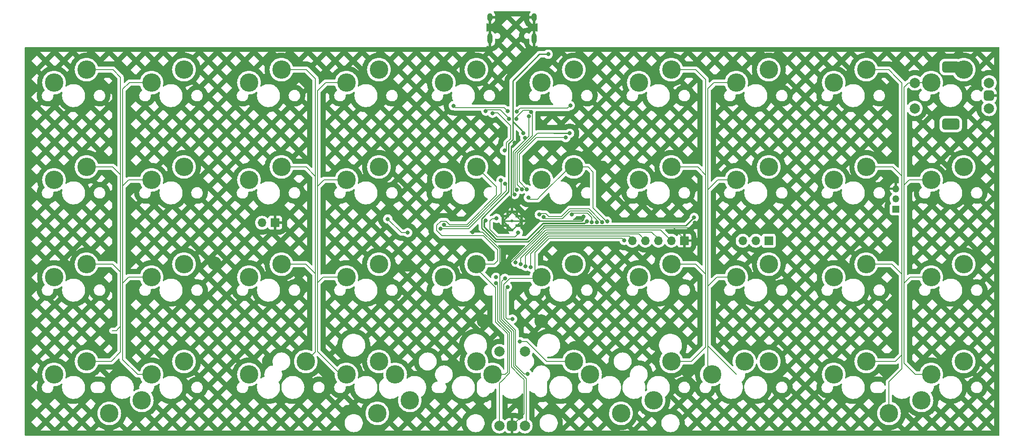
<source format=gbr>
%TF.GenerationSoftware,KiCad,Pcbnew,7.0.8*%
%TF.CreationDate,2023-10-05T16:55:03+02:00*%
%TF.ProjectId,Endeavour-2,456e6465-6176-46f7-9572-2d322e6b6963,rev?*%
%TF.SameCoordinates,Original*%
%TF.FileFunction,Copper,L1,Top*%
%TF.FilePolarity,Positive*%
%FSLAX46Y46*%
G04 Gerber Fmt 4.6, Leading zero omitted, Abs format (unit mm)*
G04 Created by KiCad (PCBNEW 7.0.8) date 2023-10-05 16:55:03*
%MOMM*%
%LPD*%
G01*
G04 APERTURE LIST*
G04 Aperture macros list*
%AMRoundRect*
0 Rectangle with rounded corners*
0 $1 Rounding radius*
0 $2 $3 $4 $5 $6 $7 $8 $9 X,Y pos of 4 corners*
0 Add a 4 corners polygon primitive as box body*
4,1,4,$2,$3,$4,$5,$6,$7,$8,$9,$2,$3,0*
0 Add four circle primitives for the rounded corners*
1,1,$1+$1,$2,$3*
1,1,$1+$1,$4,$5*
1,1,$1+$1,$6,$7*
1,1,$1+$1,$8,$9*
0 Add four rect primitives between the rounded corners*
20,1,$1+$1,$2,$3,$4,$5,0*
20,1,$1+$1,$4,$5,$6,$7,0*
20,1,$1+$1,$6,$7,$8,$9,0*
20,1,$1+$1,$8,$9,$2,$3,0*%
G04 Aperture macros list end*
%TA.AperFunction,ComponentPad*%
%ADD10O,1.000000X1.600000*%
%TD*%
%TA.AperFunction,ComponentPad*%
%ADD11O,1.000000X2.100000*%
%TD*%
%TA.AperFunction,ComponentPad*%
%ADD12C,3.600000*%
%TD*%
%TA.AperFunction,ComponentPad*%
%ADD13R,1.350000X1.350000*%
%TD*%
%TA.AperFunction,ComponentPad*%
%ADD14O,1.350000X1.350000*%
%TD*%
%TA.AperFunction,ComponentPad*%
%ADD15R,1.700000X1.700000*%
%TD*%
%TA.AperFunction,ComponentPad*%
%ADD16O,1.700000X1.700000*%
%TD*%
%TA.AperFunction,ComponentPad*%
%ADD17C,2.000000*%
%TD*%
%TA.AperFunction,ComponentPad*%
%ADD18RoundRect,0.500000X0.500000X0.500000X-0.500000X0.500000X-0.500000X-0.500000X0.500000X-0.500000X0*%
%TD*%
%TA.AperFunction,ComponentPad*%
%ADD19RoundRect,0.550000X1.150000X0.550000X-1.150000X0.550000X-1.150000X-0.550000X1.150000X-0.550000X0*%
%TD*%
%TA.AperFunction,ComponentPad*%
%ADD20RoundRect,0.500000X0.500000X-0.500000X0.500000X0.500000X-0.500000X0.500000X-0.500000X-0.500000X0*%
%TD*%
%TA.AperFunction,ComponentPad*%
%ADD21C,0.600000*%
%TD*%
%TA.AperFunction,ViaPad*%
%ADD22C,0.800000*%
%TD*%
%TA.AperFunction,Conductor*%
%ADD23C,0.250000*%
%TD*%
%TA.AperFunction,Conductor*%
%ADD24C,0.200000*%
%TD*%
%TA.AperFunction,Conductor*%
%ADD25C,0.300000*%
%TD*%
G04 APERTURE END LIST*
D10*
%TO.P,J1,S1,SHIELD*%
%TO.N,GND*%
X142395000Y-19992500D03*
D11*
X142395000Y-24172500D03*
D10*
X151035000Y-19992500D03*
D11*
X151035000Y-24172500D03*
%TD*%
D12*
%TO.P,K20,1*%
%TO.N,Net-(D11-A-Pad1)*%
X57180000Y-70890000D03*
%TO.P,K20,2*%
%TO.N,col0*%
X63530000Y-68350000D03*
%TD*%
%TO.P,K18,1*%
%TO.N,Net-(D6-A-Pad2)*%
X209580000Y-51840000D03*
%TO.P,K18,2*%
%TO.N,col8*%
X215930000Y-49300000D03*
%TD*%
%TO.P,K23,1*%
%TO.N,col3*%
X114330000Y-70890000D03*
%TO.P,K23,2*%
%TO.N,Net-(D12-A-Pad2)*%
X120680000Y-68350000D03*
%TD*%
%TO.P,K9,1*%
%TO.N,ENC_Top_COL*%
X228630000Y-32790000D03*
%TO.P,K9,2*%
%TO.N,ENC_Top_ROW*%
X234980000Y-30250000D03*
%TD*%
%TO.P,K22,1*%
%TO.N,Net-(D12-A-Pad1)*%
X95280000Y-70890000D03*
%TO.P,K22,2*%
%TO.N,col2*%
X101630000Y-68350000D03*
%TD*%
%TO.P,1.5u2,1*%
%TO.N,Net-(1.5u2-Pad1)*%
X174337500Y-95020000D03*
%TO.P,1.5u2,2*%
%TO.N,col6*%
X167987500Y-97560000D03*
%TD*%
%TO.P,1u8,1*%
%TO.N,ENC_Top_COL*%
X228630000Y-89940000D03*
%TO.P,1u8,2*%
%TO.N,Net-(1u8-Pad2)*%
X234980000Y-87400000D03*
%TD*%
%TO.P,1u_space1,1*%
%TO.N,col1*%
X74325000Y-95020000D03*
%TO.P,1u_space1,2*%
%TO.N,Net-(1u2-Pad2)*%
X67975000Y-97560000D03*
%TD*%
%TO.P,2u2,2*%
%TO.N,Net-(2u2-Pad2)*%
X158780000Y-87400000D03*
%TD*%
%TO.P,K19,1*%
%TO.N,ENC_Top_COL*%
X228630000Y-51840000D03*
%TO.P,K19,2*%
%TO.N,Net-(D6-A-Pad1)*%
X234980000Y-49300000D03*
%TD*%
%TO.P,K5,1*%
%TO.N,col5*%
X152430000Y-32790000D03*
%TO.P,K5,2*%
%TO.N,Net-(D3-A-Pad2)*%
X158780000Y-30250000D03*
%TD*%
D13*
%TO.P,J2,1,Pin_1*%
%TO.N,+5V*%
X221710000Y-57570000D03*
D14*
%TO.P,J2,2,Pin_2*%
%TO.N,LED_GLOW*%
X221710000Y-55570000D03*
%TO.P,J2,3,Pin_3*%
%TO.N,GND*%
X221710000Y-53570000D03*
%TD*%
D12*
%TO.P,2u4,1*%
%TO.N,Net-(2u2-Pad2)*%
X161955000Y-89940000D03*
%TD*%
%TO.P,K3,1*%
%TO.N,col3*%
X114330000Y-32790000D03*
%TO.P,K3,2*%
%TO.N,Net-(D2-A-Pad2)*%
X120680000Y-30250000D03*
%TD*%
%TO.P,1u6,2*%
%TO.N,Net-(1u4-Pad2)*%
X196880000Y-87400000D03*
%TD*%
%TO.P,K29,1*%
%TO.N,ENC_Top_COL*%
X228630000Y-70890000D03*
%TO.P,K29,2*%
%TO.N,Net-(D15-A-Pad2)*%
X234980000Y-68350000D03*
%TD*%
%TO.P,1u_space2,1*%
%TO.N,Net-(1u7-Pad1)*%
X226725000Y-95020000D03*
%TO.P,1u_space2,2*%
%TO.N,col8*%
X220375000Y-97560000D03*
%TD*%
%TO.P,K12,1*%
%TO.N,Net-(D9-A-Pad2)*%
X95280000Y-51840000D03*
%TO.P,K12,2*%
%TO.N,col2*%
X101630000Y-49300000D03*
%TD*%
%TO.P,K21,1*%
%TO.N,col1*%
X76230000Y-70890000D03*
%TO.P,K21,2*%
%TO.N,Net-(D11-A-Pad2)*%
X82580000Y-68350000D03*
%TD*%
%TO.P,SPACE1,1*%
%TO.N,ENC_Bottom_COL*%
X142905000Y-89940000D03*
%TD*%
%TO.P,K2,1*%
%TO.N,Net-(D2-A-Pad1)*%
X95280000Y-32790000D03*
%TO.P,K2,2*%
%TO.N,col2*%
X101630000Y-30250000D03*
%TD*%
%TO.P,K17,1*%
%TO.N,col7*%
X190530000Y-51840000D03*
%TO.P,K17,2*%
%TO.N,Net-(D7-A-Pad1)*%
X196880000Y-49300000D03*
%TD*%
%TO.P,K28,1*%
%TO.N,Net-(D15-A-Pad1)*%
X209580000Y-70890000D03*
%TO.P,K28,2*%
%TO.N,col8*%
X215930000Y-68350000D03*
%TD*%
%TO.P,1u1,1*%
%TO.N,Net-(1u1-Pad1)*%
X57180000Y-89940000D03*
%TO.P,1u1,2*%
%TO.N,col0*%
X63530000Y-87400000D03*
%TD*%
%TO.P,K24,1*%
%TO.N,Net-(D13-A-Pad1)*%
X133380000Y-70890000D03*
%TO.P,K24,2*%
%TO.N,ENC_Bottom_COL*%
X139730000Y-68350000D03*
%TD*%
%TO.P,K25,1*%
%TO.N,col5*%
X152430000Y-70890000D03*
%TO.P,K25,2*%
%TO.N,Net-(D13-A-Pad2)*%
X158780000Y-68350000D03*
%TD*%
D15*
%TO.P,J0,1,Pin_1*%
%TO.N,GND*%
X180380000Y-63730000D03*
D16*
%TO.P,J0,2,Pin_2*%
%TO.N,/rp2040/RUN*%
X177840000Y-63730000D03*
%TO.P,J0,3,Pin_3*%
%TO.N,/rp2040/SWD*%
X175300000Y-63730000D03*
%TO.P,J0,4,Pin_4*%
%TO.N,/rp2040/SWCLK*%
X172760000Y-63730000D03*
%TO.P,J0,5,Pin_5*%
%TO.N,+3V3*%
X170220000Y-63730000D03*
%TD*%
D12*
%TO.P,1u7,1*%
%TO.N,Net-(1u7-Pad1)*%
X209580000Y-89940000D03*
%TO.P,1u7,2*%
%TO.N,col8*%
X215930000Y-87400000D03*
%TD*%
%TO.P,K13,1*%
%TO.N,col3*%
X114330000Y-51840000D03*
%TO.P,K13,2*%
%TO.N,Net-(D9-A-Pad1)*%
X120680000Y-49300000D03*
%TD*%
%TO.P,K0,1*%
%TO.N,Net-(D1-A-Pad1)*%
X57180000Y-32790000D03*
%TO.P,K0,2*%
%TO.N,col0*%
X63530000Y-30250000D03*
%TD*%
%TO.P,1u3,1*%
%TO.N,Net-(1u3-Pad1)*%
X95280000Y-89940000D03*
%TD*%
%TO.P,K26,1*%
%TO.N,Net-(D14-A-Pad1)*%
X171480000Y-70890000D03*
%TO.P,K26,2*%
%TO.N,col6*%
X177830000Y-68350000D03*
%TD*%
%TO.P,K8,1*%
%TO.N,Net-(D5-A-Pad1)*%
X209580000Y-32790000D03*
%TO.P,K8,2*%
%TO.N,col8*%
X215930000Y-30250000D03*
%TD*%
%TO.P,1u4_offset1,2*%
%TO.N,col2*%
X106392500Y-87400000D03*
%TD*%
%TO.P,K14,1*%
%TO.N,Net-(D8-A-Pad2)*%
X133380000Y-51840000D03*
%TO.P,K14,2*%
%TO.N,ENC_Bottom_COL*%
X139730000Y-49300000D03*
%TD*%
%TO.P,1u4,1*%
%TO.N,col7*%
X185767500Y-89940000D03*
%TO.P,1u4,2*%
%TO.N,Net-(1u4-Pad2)*%
X192117500Y-87400000D03*
%TD*%
%TO.P,1u2,1*%
%TO.N,col1*%
X76230000Y-89940000D03*
%TO.P,1u2,2*%
%TO.N,Net-(1u2-Pad2)*%
X82580000Y-87400000D03*
%TD*%
D17*
%TO.P,SW3,A,A*%
%TO.N,ENC_Top_LEFT*%
X239940000Y-32830000D03*
%TO.P,SW3,B,B*%
%TO.N,ENC_Top_RIGHT*%
X239940000Y-37830000D03*
D18*
%TO.P,SW3,C,C*%
%TO.N,GND*%
X239940000Y-35330000D03*
D19*
%TO.P,SW3,MP*%
%TO.N,N/C*%
X232440000Y-29730000D03*
X232440000Y-40930000D03*
D17*
%TO.P,SW3,S1,S1*%
%TO.N,ENC_Top_ROW*%
X225440000Y-37830000D03*
%TO.P,SW3,S2,S2*%
%TO.N,ENC_Top_COL*%
X225440000Y-32830000D03*
%TD*%
D15*
%TO.P,J3,1,Pin_1*%
%TO.N,EXTRA1*%
X196865000Y-63755000D03*
D16*
%TO.P,J3,2,Pin_2*%
%TO.N,EXTRA2*%
X194325000Y-63755000D03*
%TO.P,J3,3,Pin_3*%
%TO.N,EXTRA3*%
X191785000Y-63755000D03*
%TD*%
D12*
%TO.P,K15,1*%
%TO.N,Net-(D8-A-Pad1)*%
X152430000Y-51840000D03*
%TO.P,K15,2*%
%TO.N,col5*%
X158780000Y-49300000D03*
%TD*%
%TO.P,K7,1*%
%TO.N,col7*%
X190530000Y-32790000D03*
%TO.P,K7,2*%
%TO.N,Net-(D4-A-Pad2)*%
X196880000Y-30250000D03*
%TD*%
%TO.P,K6,1*%
%TO.N,Net-(D4-A-Pad1)*%
X171480000Y-32790000D03*
%TO.P,K6,2*%
%TO.N,col6*%
X177830000Y-30250000D03*
%TD*%
D17*
%TO.P,SW1,A,A*%
%TO.N,ENC_Bottom_LEFT*%
X149215000Y-99980000D03*
%TO.P,SW1,B,B*%
%TO.N,ENC_Bottom_RIGHT*%
X144215000Y-99980000D03*
D20*
%TO.P,SW1,C,C*%
%TO.N,GND*%
X146715000Y-99980000D03*
D17*
%TO.P,SW1,S1,S1*%
%TO.N,ENC_Bottom_COL*%
X144215000Y-85480000D03*
%TO.P,SW1,S2,S2*%
%TO.N,ENC_Bottom_ROW*%
X149215000Y-85480000D03*
%TD*%
D12*
%TO.P,1.5u1,1*%
%TO.N,col3*%
X126712500Y-95020000D03*
%TO.P,1.5u1,2*%
%TO.N,Net-(1.5u1-Pad2)*%
X120362500Y-97560000D03*
%TD*%
%TO.P,K4,1*%
%TO.N,Net-(D3-A-Pad1)*%
X133380000Y-32790000D03*
%TO.P,K4,2*%
%TO.N,ENC_Bottom_COL*%
X139730000Y-30250000D03*
%TD*%
%TO.P,K16,1*%
%TO.N,Net-(D7-A-Pad2)*%
X171480000Y-51840000D03*
%TO.P,K16,2*%
%TO.N,col6*%
X177830000Y-49300000D03*
%TD*%
%TO.P,K27,1*%
%TO.N,col7*%
X190530000Y-70890000D03*
%TO.P,K27,2*%
%TO.N,Net-(D14-A-Pad2)*%
X196880000Y-68350000D03*
%TD*%
%TO.P,2u3,2*%
%TO.N,ENC_Bottom_COL*%
X139730000Y-87400000D03*
%TD*%
D21*
%TO.P,U3,57,GND*%
%TO.N,GND*%
X148518122Y-59870000D03*
X147616561Y-58968439D03*
X146715000Y-58066878D03*
X147616561Y-60771561D03*
X146715000Y-59870000D03*
X145813439Y-58968439D03*
X146715000Y-61673122D03*
X145813439Y-60771561D03*
X144911878Y-59870000D03*
%TD*%
D12*
%TO.P,2u_1.25option1,1*%
%TO.N,Net-(1.5u1-Pad2)*%
X123855000Y-89940000D03*
%TD*%
D15*
%TO.P,J4,1,Pin_1*%
%TO.N,GND*%
X100365000Y-60230000D03*
D16*
%TO.P,J4,2,Pin_2*%
%TO.N,+1V1*%
X97825000Y-60230000D03*
%TD*%
D12*
%TO.P,K11,1*%
%TO.N,col1*%
X76230000Y-51840000D03*
%TO.P,K11,2*%
%TO.N,Net-(D10-A-Pad1)*%
X82580000Y-49300000D03*
%TD*%
%TO.P,1.5u3,2*%
%TO.N,col6*%
X177830000Y-87400000D03*
%TD*%
%TO.P,K1,1*%
%TO.N,col1*%
X76230000Y-32790000D03*
%TO.P,K1,2*%
%TO.N,Net-(D1-A-Pad2)*%
X82580000Y-30250000D03*
%TD*%
%TO.P,2u1,1*%
%TO.N,col3*%
X114330000Y-89940000D03*
%TO.P,2u1,2*%
%TO.N,Net-(1.5u1-Pad2)*%
X120680000Y-87400000D03*
%TD*%
%TO.P,K10,1*%
%TO.N,Net-(D10-A-Pad2)*%
X57180000Y-51840000D03*
%TO.P,K10,2*%
%TO.N,col0*%
X63530000Y-49300000D03*
%TD*%
D22*
%TO.N,GND*%
X160620000Y-59023400D03*
X174800000Y-84010000D03*
X147780000Y-72870000D03*
X182406569Y-60191456D03*
X114610000Y-97250000D03*
X118210000Y-100080000D03*
X159150000Y-93480000D03*
X156300000Y-89720000D03*
X189270000Y-87300000D03*
X158860000Y-84770000D03*
X138990000Y-62070000D03*
X137240000Y-89680000D03*
X148420000Y-34700000D03*
X141150000Y-79470000D03*
X126180000Y-68470000D03*
X142270000Y-84890000D03*
X152420000Y-79500000D03*
X164340000Y-49410000D03*
X99130000Y-87310000D03*
X134120000Y-54450000D03*
X180290000Y-51290000D03*
X147234622Y-44554622D03*
X88580000Y-68160000D03*
X161070000Y-47380000D03*
%TO.N,row0*%
X146115500Y-39900000D03*
X150386211Y-38495647D03*
X147564500Y-39900000D03*
X147609500Y-53753975D03*
X141560000Y-38373400D03*
%TO.N,Net-(2u2-Pad2)*%
X148242122Y-83517878D03*
%TO.N,+5V*%
X153760000Y-27230000D03*
X182280000Y-59200000D03*
X148919625Y-42686571D03*
%TO.N,+3V3*%
X161310000Y-59940000D03*
X141490000Y-59790000D03*
X150350000Y-68920000D03*
%TO.N,row1*%
X145230160Y-46093000D03*
X149980000Y-39410000D03*
X149219902Y-43639902D03*
X147209500Y-54700000D03*
X142872411Y-38803120D03*
%TO.N,+1V1*%
X147897248Y-62123764D03*
X143672646Y-59372944D03*
X126295314Y-62152214D03*
X122411749Y-59493321D03*
%TO.N,Net-(D3-A-Pad1)*%
X135240000Y-37316057D03*
X145822456Y-38348235D03*
%TO.N,Net-(D3-A-Pad2)*%
X158080000Y-37260000D03*
X147660000Y-38430000D03*
%TO.N,row3*%
X145810000Y-72810000D03*
X146770000Y-79084598D03*
%TO.N,/rp2040/RUN*%
X147408769Y-67969384D03*
%TO.N,col5*%
X165279225Y-59923400D03*
X168630000Y-63700000D03*
X149866061Y-55298404D03*
X149700000Y-89870000D03*
%TO.N,/rp2040/SWD*%
X148355664Y-68350593D03*
%TO.N,/rp2040/SWCLK*%
X149332322Y-68761566D03*
%TO.N,Net-(U3-USB_DP)*%
X145296330Y-52550231D03*
X132744968Y-61395239D03*
%TO.N,Net-(U3-USB_DM)*%
X144511693Y-51931079D03*
X144511693Y-51931079D03*
X133380000Y-60623400D03*
%TO.N,ENC_Bottom_LEFT*%
X145316446Y-71119310D03*
%TO.N,ENC_Bottom_RIGHT*%
X143595500Y-72033845D03*
%TO.N,ENC_Top_LEFT*%
X157941481Y-42719361D03*
X148606921Y-53689500D03*
%TO.N,ENC_Top_RIGHT*%
X149606424Y-53689500D03*
X157187508Y-43559211D03*
%TO.N,unconnected-(U3-GPIO20-Pad31)*%
X143548128Y-70902628D03*
%TO.N,EXTRA1*%
X164295538Y-60100500D03*
X152040456Y-58623400D03*
%TO.N,EXTRA2*%
X163296035Y-60100500D03*
X152889671Y-59150500D03*
%TO.N,EXTRA3*%
X158360961Y-58623400D03*
X162296532Y-60100500D03*
%TD*%
D23*
%TO.N,GND*%
X146715000Y-58066878D02*
X148518122Y-59870000D01*
X160285000Y-59875000D02*
X160620000Y-59540000D01*
X146485000Y-45304244D02*
X147234622Y-44554622D01*
D24*
X144295000Y-70079315D02*
X144295000Y-71390000D01*
D23*
X146715000Y-58066878D02*
X146485000Y-57836878D01*
D24*
X152162157Y-62212157D02*
X153124315Y-61250000D01*
D23*
X144911878Y-59870000D02*
X146715000Y-61673122D01*
X146715000Y-58066878D02*
X144911878Y-59870000D01*
D24*
X144295000Y-76800000D02*
X144295000Y-73640000D01*
X148236814Y-90153185D02*
X146605000Y-88521370D01*
X180370000Y-63370000D02*
X179150000Y-62150000D01*
X149058900Y-90975272D02*
X148236814Y-90153185D01*
D23*
X146485000Y-54336930D02*
X146485000Y-47970000D01*
D24*
X146605000Y-88521370D02*
X146605000Y-86260000D01*
D23*
X152705000Y-59870000D02*
X152710000Y-59875000D01*
X146485000Y-46630000D02*
X146485000Y-45304244D01*
X146485000Y-47970000D02*
X146485000Y-46630000D01*
X148518122Y-59870000D02*
X144911878Y-59870000D01*
D24*
X144295000Y-73640000D02*
X144295000Y-71390000D01*
X178250000Y-61250000D02*
X179150000Y-62150000D01*
X144295000Y-65406041D02*
X143030000Y-64141041D01*
X153124315Y-61250000D02*
X177690000Y-61250000D01*
X177690000Y-61250000D02*
X181348025Y-61250000D01*
X144295000Y-70610000D02*
X144295000Y-65406041D01*
X143030000Y-64141041D02*
X140958959Y-62070000D01*
X177690000Y-61250000D02*
X178250000Y-61250000D01*
D23*
X146715000Y-61673122D02*
X148518122Y-59870000D01*
D24*
X140958959Y-62070000D02*
X138990000Y-62070000D01*
D23*
X146485000Y-57836878D02*
X146485000Y-54336930D01*
D24*
X181348025Y-61250000D02*
X182406569Y-60191456D01*
D23*
X160620000Y-59540000D02*
X160620000Y-59023400D01*
D24*
X146605000Y-81646372D02*
X146064314Y-81105686D01*
X149058900Y-92150000D02*
X149058900Y-90975272D01*
X146605000Y-86260000D02*
X146605000Y-81646372D01*
X149058900Y-92150000D02*
X149058900Y-97636100D01*
X149058900Y-97636100D02*
X146715000Y-99980000D01*
X144295000Y-79336371D02*
X144295000Y-76800000D01*
X144327158Y-79368529D02*
X144295000Y-79336371D01*
D23*
X152710000Y-59875000D02*
X160285000Y-59875000D01*
D24*
X144295000Y-71390000D02*
X144295000Y-70610000D01*
X152162157Y-62212157D02*
X144295000Y-70079315D01*
X146064314Y-81105686D02*
X144327158Y-79368529D01*
D23*
X148518122Y-59870000D02*
X152705000Y-59870000D01*
D24*
%TO.N,row0*%
X150680000Y-43169047D02*
X150680000Y-38789436D01*
X146115500Y-39900000D02*
X146115500Y-39795500D01*
X148884303Y-38195647D02*
X150086211Y-38195647D01*
X146115500Y-39795500D02*
X144393900Y-38073900D01*
X147310000Y-53454475D02*
X147310000Y-46539047D01*
X147609500Y-53753975D02*
X147310000Y-53454475D01*
X146010000Y-40005500D02*
X146115500Y-39900000D01*
X150086211Y-38195647D02*
X150386211Y-38495647D01*
X144393900Y-38073900D02*
X144100000Y-38073900D01*
X147310000Y-46539047D02*
X150680000Y-43169047D01*
X147564500Y-39515450D02*
X148884303Y-38195647D01*
X150680000Y-38789436D02*
X150386211Y-38495647D01*
X141859500Y-38073900D02*
X141560000Y-38373400D01*
X144100000Y-38073900D02*
X141859500Y-38073900D01*
X147564500Y-39900000D02*
X147564500Y-39515450D01*
%TO.N,Net-(2u2-Pad2)*%
X148242122Y-83517878D02*
X149567878Y-83517878D01*
X153450000Y-87400000D02*
X158780000Y-87400000D01*
X149567878Y-83517878D02*
X153450000Y-87400000D01*
D23*
%TO.N,+5V*%
X146925000Y-40495000D02*
X146840000Y-40410000D01*
X148550000Y-42120000D02*
X148930000Y-42500000D01*
X143455000Y-63965000D02*
X149808274Y-63965000D01*
X152030000Y-27230000D02*
X153760000Y-27230000D01*
X148865000Y-30395000D02*
X152030000Y-27230000D01*
X148919625Y-42686571D02*
X148919625Y-42489625D01*
X152948274Y-60825000D02*
X151811637Y-61961637D01*
X148919625Y-42489625D02*
X148550000Y-42120000D01*
X140765000Y-59420534D02*
X140765000Y-61275000D01*
X148865000Y-30395000D02*
X149710000Y-29550000D01*
X182280000Y-59200000D02*
X182280000Y-59210000D01*
X146840000Y-40410000D02*
X146840000Y-43923939D01*
X149808274Y-63965000D02*
X151811637Y-61961637D01*
X146840000Y-40410000D02*
X146840000Y-32420000D01*
X146840000Y-43923939D02*
X146035000Y-44728939D01*
X140765000Y-61275000D02*
X143455000Y-63965000D01*
X146035000Y-44728939D02*
X146035000Y-54150534D01*
X146840000Y-32420000D02*
X148865000Y-30395000D01*
X182280000Y-59210000D02*
X180665000Y-60825000D01*
X146035000Y-54150534D02*
X140765000Y-59420534D01*
X180665000Y-60825000D02*
X152948274Y-60825000D01*
X146925000Y-40495000D02*
X148550000Y-42120000D01*
D24*
%TO.N,+3V3*%
X150350000Y-66287058D02*
X152723529Y-63913529D01*
X152723529Y-63913529D02*
X153787058Y-62850000D01*
D25*
X143651752Y-63490000D02*
X149611522Y-63490000D01*
D24*
X169640000Y-62850000D02*
X170220000Y-63430000D01*
D25*
X141240000Y-60040000D02*
X141240000Y-61078248D01*
D24*
X170220000Y-63430000D02*
X170220000Y-63730000D01*
D25*
X160900000Y-60350000D02*
X161310000Y-59940000D01*
X149611522Y-63490000D02*
X152751523Y-60350000D01*
D24*
X153787058Y-62850000D02*
X169640000Y-62850000D01*
D25*
X141490000Y-59790000D02*
X141240000Y-60040000D01*
X141240000Y-61078248D02*
X143651752Y-63490000D01*
X152751523Y-60350000D02*
X158320000Y-60350000D01*
X158320000Y-60350000D02*
X160900000Y-60350000D01*
D24*
X150350000Y-68920000D02*
X150350000Y-66287058D01*
%TO.N,row1*%
X147096680Y-46186680D02*
X149219902Y-44063458D01*
X145230160Y-46093000D02*
X145387000Y-46093000D01*
X146910000Y-54400500D02*
X147209500Y-54700000D01*
X145610000Y-45870000D02*
X145610000Y-44552898D01*
X146415000Y-41215000D02*
X143880000Y-38680000D01*
X142995531Y-38680000D02*
X142872411Y-38803120D01*
X146415000Y-43747899D02*
X146415000Y-41215000D01*
X146910000Y-46373361D02*
X146910000Y-47340000D01*
X149980000Y-40870000D02*
X149980000Y-43303361D01*
X143880000Y-38680000D02*
X142995531Y-38680000D01*
X146910000Y-52390000D02*
X146910000Y-54400500D01*
X146910000Y-47900000D02*
X146910000Y-52390000D01*
X146910000Y-47900000D02*
X146910000Y-47340000D01*
X149219902Y-44063458D02*
X149219902Y-43639902D01*
X149980000Y-43303361D02*
X147096680Y-46186680D01*
X145610000Y-44552898D02*
X146415000Y-43747899D01*
X147096680Y-46186680D02*
X146910000Y-46373361D01*
X146910000Y-52390000D02*
X146910000Y-52920000D01*
X149980000Y-39410000D02*
X149980000Y-40870000D01*
X145387000Y-46093000D02*
X145610000Y-45870000D01*
%TO.N,+1V1*%
X147897248Y-62123764D02*
X147897248Y-62382752D01*
X125070642Y-62152214D02*
X126295314Y-62152214D01*
X142360000Y-61561852D02*
X142360000Y-59900000D01*
X142820000Y-59440000D02*
X143605590Y-59440000D01*
X147240000Y-63040000D02*
X143838148Y-63040000D01*
X142360000Y-59900000D02*
X142820000Y-59440000D01*
X143838148Y-63040000D02*
X142360000Y-61561852D01*
X122411749Y-59493321D02*
X125070642Y-62152214D01*
X143605590Y-59440000D02*
X143672646Y-59372944D01*
X147897248Y-62382752D02*
X147240000Y-63040000D01*
%TO.N,Net-(D3-A-Pad1)*%
X145148121Y-37673900D02*
X145822456Y-38348235D01*
X135597843Y-37673900D02*
X144850000Y-37673900D01*
X144850000Y-37673900D02*
X145148121Y-37673900D01*
X135240000Y-37316057D02*
X135597843Y-37673900D01*
%TO.N,Net-(D3-A-Pad2)*%
X157544353Y-37795647D02*
X156430000Y-37795647D01*
X157318092Y-37795647D02*
X156430000Y-37795647D01*
X156430000Y-37795647D02*
X150370000Y-37795647D01*
X157340000Y-37773739D02*
X157318092Y-37795647D01*
X158080000Y-37260000D02*
X157544353Y-37795647D01*
X148294353Y-37795647D02*
X147660000Y-38430000D01*
X150370000Y-37795647D02*
X148294353Y-37795647D01*
%TO.N,row3*%
X145507843Y-78852156D02*
X145495000Y-78839313D01*
X145495000Y-78839313D02*
X145495000Y-77920000D01*
X145495000Y-77920000D02*
X145495000Y-73250000D01*
X145495000Y-73125000D02*
X145810000Y-72810000D01*
X146770000Y-79084598D02*
X145740285Y-79084598D01*
X145740285Y-79084598D02*
X145507843Y-78852156D01*
X145495000Y-73250000D02*
X145495000Y-73125000D01*
%TO.N,/rp2040/RUN*%
X147408769Y-67969384D02*
X147408769Y-67531231D01*
X175760000Y-61650000D02*
X153290000Y-61650000D01*
X147408769Y-67531231D02*
X152705000Y-62235000D01*
X177840000Y-63730000D02*
X175760000Y-61650000D01*
X153290000Y-61650000D02*
X152705000Y-62235000D01*
%TO.N,col0*%
X70190000Y-78490000D02*
X70190000Y-85570000D01*
X70190000Y-85570000D02*
X68360000Y-87400000D01*
X70190000Y-69900000D02*
X70190000Y-78490000D01*
X68640000Y-68350000D02*
X70190000Y-69900000D01*
X70190000Y-78490000D02*
X70190000Y-80530000D01*
X63530000Y-30250000D02*
X68710000Y-30250000D01*
X69360000Y-81360000D02*
X68570000Y-81360000D01*
X68710000Y-30250000D02*
X70190000Y-31730000D01*
X69670000Y-81050000D02*
X69360000Y-81360000D01*
X63530000Y-68350000D02*
X68640000Y-68350000D01*
X68640000Y-49300000D02*
X70190000Y-50850000D01*
X68360000Y-87400000D02*
X63530000Y-87400000D01*
X70190000Y-31730000D02*
X70190000Y-50850000D01*
X63530000Y-49300000D02*
X68640000Y-49300000D01*
X70190000Y-80530000D02*
X69670000Y-81050000D01*
X70190000Y-50850000D02*
X70190000Y-69900000D01*
%TO.N,col1*%
X70590000Y-34090000D02*
X70590000Y-53030000D01*
X71890000Y-32790000D02*
X70590000Y-34090000D01*
X76230000Y-32790000D02*
X71890000Y-32790000D01*
X76230000Y-70890000D02*
X71750000Y-70890000D01*
X76230000Y-51840000D02*
X71780000Y-51840000D01*
X71780000Y-51840000D02*
X70590000Y-53030000D01*
X73500000Y-89940000D02*
X76230000Y-89940000D01*
X70590000Y-53030000D02*
X70590000Y-72050000D01*
X70590000Y-72050000D02*
X70590000Y-87030000D01*
X71750000Y-70890000D02*
X70590000Y-72050000D01*
X70590000Y-87030000D02*
X73500000Y-89940000D01*
%TO.N,col2*%
X101630000Y-49300000D02*
X106440000Y-49300000D01*
X108280000Y-85512500D02*
X106392500Y-87400000D01*
X108280000Y-32030000D02*
X108280000Y-52300000D01*
X108280000Y-70230000D02*
X108280000Y-70580000D01*
X108280000Y-51140000D02*
X108280000Y-52300000D01*
X108280000Y-52300000D02*
X108280000Y-70580000D01*
X101630000Y-68350000D02*
X106400000Y-68350000D01*
X108280000Y-70580000D02*
X108280000Y-85512500D01*
X106400000Y-68350000D02*
X108280000Y-70230000D01*
X106500000Y-30250000D02*
X108280000Y-32030000D01*
X101630000Y-30250000D02*
X106500000Y-30250000D01*
X106440000Y-49300000D02*
X108280000Y-51140000D01*
%TO.N,col3*%
X114330000Y-51840000D02*
X109930000Y-51840000D01*
X114330000Y-32790000D02*
X110260000Y-32790000D01*
X108680000Y-34370000D02*
X108680000Y-53370000D01*
X108680000Y-53370000D02*
X108680000Y-71980000D01*
X108680000Y-71980000D02*
X108680000Y-85460000D01*
X114330000Y-70890000D02*
X109770000Y-70890000D01*
X108680000Y-53090000D02*
X108680000Y-53370000D01*
X110260000Y-32790000D02*
X108680000Y-34370000D01*
X113160000Y-89940000D02*
X114330000Y-89940000D01*
X109770000Y-70890000D02*
X108680000Y-71980000D01*
X108680000Y-85460000D02*
X113160000Y-89940000D01*
X109930000Y-51840000D02*
X108680000Y-53090000D01*
%TO.N,col5*%
X165279225Y-60094237D02*
X162545000Y-57360012D01*
X145095000Y-79004999D02*
X147405000Y-81315000D01*
X147405000Y-81315000D02*
X147405000Y-88190000D01*
X152150000Y-71170000D02*
X146255000Y-71170000D01*
X165279225Y-59923400D02*
X165279225Y-60094237D01*
X151700225Y-55605000D02*
X152302613Y-55002613D01*
X145095000Y-72330000D02*
X145095000Y-79004999D01*
X162545000Y-55600000D02*
X162545000Y-56560000D01*
X168630000Y-63700000D02*
X168180000Y-63250000D01*
X153952744Y-63250000D02*
X151150000Y-66052744D01*
X152430000Y-70890000D02*
X152150000Y-71170000D01*
X147405000Y-88190000D02*
X149085000Y-89870000D01*
X168180000Y-63250000D02*
X153952744Y-63250000D01*
X151150000Y-66052744D02*
X151150000Y-69610000D01*
X152302613Y-55002613D02*
X158005225Y-49300000D01*
X162545000Y-57360012D02*
X162545000Y-56560000D01*
X149085000Y-89870000D02*
X149700000Y-89870000D01*
X151150000Y-69610000D02*
X152430000Y-70890000D01*
X146255000Y-71170000D02*
X145095000Y-72330000D01*
X161580000Y-49300000D02*
X158780000Y-49300000D01*
X158005225Y-49300000D02*
X158780000Y-49300000D01*
X150172657Y-55605000D02*
X151700225Y-55605000D01*
X162545000Y-50265000D02*
X161580000Y-49300000D01*
X162545000Y-55600000D02*
X162545000Y-50265000D01*
X149866061Y-55298404D02*
X150172657Y-55605000D01*
%TO.N,col6*%
X184550000Y-70280000D02*
X184550000Y-84560000D01*
X184550000Y-32170000D02*
X184550000Y-35190000D01*
X184550000Y-35190000D02*
X184550000Y-50870000D01*
X182620000Y-68350000D02*
X184550000Y-70280000D01*
X181700000Y-87410000D02*
X181690000Y-87400000D01*
X181690000Y-87400000D02*
X177830000Y-87400000D01*
X177830000Y-49300000D02*
X182980000Y-49300000D01*
X182630000Y-30250000D02*
X184550000Y-32170000D01*
X184550000Y-50870000D02*
X184550000Y-70280000D01*
X177830000Y-68350000D02*
X182620000Y-68350000D01*
X184550000Y-84560000D02*
X181700000Y-87410000D01*
X182980000Y-49300000D02*
X184550000Y-50870000D01*
X184550000Y-35190000D02*
X184550000Y-36010000D01*
X177830000Y-30250000D02*
X182630000Y-30250000D01*
%TO.N,col7*%
X184950000Y-72340000D02*
X184950000Y-73450000D01*
X190530000Y-70890000D02*
X188580000Y-70890000D01*
X186900000Y-51840000D02*
X184950000Y-53790000D01*
X188580000Y-70890000D02*
X186760000Y-70890000D01*
X184950000Y-83150000D02*
X184950000Y-89122500D01*
X184950000Y-73450000D02*
X184950000Y-83150000D01*
X184950000Y-55360000D02*
X184950000Y-72340000D01*
X184950000Y-84360000D02*
X190530000Y-89940000D01*
X184950000Y-72700000D02*
X184950000Y-73450000D01*
X190530000Y-32790000D02*
X186160000Y-32790000D01*
X184950000Y-89122500D02*
X185767500Y-89940000D01*
X186160000Y-32790000D02*
X184950000Y-34000000D01*
X190530000Y-51840000D02*
X186900000Y-51840000D01*
X184950000Y-53790000D02*
X184950000Y-55360000D01*
X184950000Y-83150000D02*
X184950000Y-84360000D01*
X186760000Y-70890000D02*
X184950000Y-72700000D01*
X184950000Y-34000000D02*
X184950000Y-55360000D01*
%TO.N,col8*%
X222900000Y-36050000D02*
X222900000Y-37850000D01*
X222900000Y-51090000D02*
X222900000Y-37850000D01*
X222900000Y-85330000D02*
X222900000Y-70920000D01*
X215930000Y-30250000D02*
X220320000Y-30250000D01*
X220375000Y-91385000D02*
X220375000Y-97560000D01*
X222900000Y-70290000D02*
X222900000Y-70920000D01*
X222900000Y-86140000D02*
X222900000Y-85330000D01*
X220320000Y-30250000D02*
X221880000Y-31810000D01*
X221880000Y-31810000D02*
X222900000Y-32830000D01*
X222900000Y-38600000D02*
X222900000Y-39120000D01*
X220960000Y-68350000D02*
X222900000Y-70290000D01*
X215930000Y-68350000D02*
X220960000Y-68350000D01*
X222900000Y-85330000D02*
X222900000Y-88860000D01*
X215930000Y-87400000D02*
X221640000Y-87400000D01*
X222900000Y-88860000D02*
X220375000Y-91385000D01*
X221110000Y-49300000D02*
X222900000Y-51090000D01*
X222900000Y-70920000D02*
X222900000Y-51090000D01*
X215930000Y-49300000D02*
X221110000Y-49300000D01*
X221640000Y-87400000D02*
X222900000Y-86140000D01*
X222900000Y-37850000D02*
X222900000Y-38600000D01*
X222900000Y-32830000D02*
X222900000Y-36050000D01*
%TO.N,/rp2040/SWD*%
X173970000Y-62050000D02*
X175290000Y-63370000D01*
X153455687Y-62050000D02*
X173970000Y-62050000D01*
X148355664Y-68350593D02*
X148355664Y-67150022D01*
X148355664Y-67150022D02*
X153455687Y-62050000D01*
%TO.N,/rp2040/SWCLK*%
X149332322Y-66739050D02*
X152970686Y-63100686D01*
X153621372Y-62450000D02*
X152970686Y-63100686D01*
X171480000Y-62450000D02*
X153621372Y-62450000D01*
X172760000Y-63730000D02*
X171480000Y-62450000D01*
X149332322Y-68761566D02*
X149332322Y-66739050D01*
%TO.N,Net-(U3-USB_DP)*%
X132744968Y-61395239D02*
X138189253Y-61395239D01*
X145610000Y-53974494D02*
X145610000Y-52863901D01*
X138189253Y-61395239D02*
X145610000Y-53974494D01*
X145610000Y-52863901D02*
X145296330Y-52550231D01*
%TO.N,Net-(U3-USB_DM)*%
X133380000Y-60623400D02*
X133380000Y-60670000D01*
X133705239Y-60995239D02*
X138023569Y-60995239D01*
X144596330Y-52015716D02*
X144511693Y-51931079D01*
X144596330Y-54422478D02*
X144596330Y-52015716D01*
X133380000Y-60670000D02*
X133705239Y-60995239D01*
X138023569Y-60995239D02*
X144596330Y-54422478D01*
%TO.N,ENC_Bottom_LEFT*%
X147005000Y-88355685D02*
X147005000Y-85010000D01*
X148685000Y-90035685D02*
X147005000Y-88355685D01*
X144695000Y-79170685D02*
X144695000Y-77930000D01*
X144847158Y-79322843D02*
X144695000Y-79170685D01*
X147005000Y-85010000D02*
X147005000Y-81480686D01*
X144695000Y-77930000D02*
X144695000Y-74790000D01*
X146492157Y-80967843D02*
X144847158Y-79322843D01*
X144695000Y-74790000D02*
X144695000Y-73200000D01*
X144695000Y-71740756D02*
X144695000Y-73200000D01*
X149458900Y-90809586D02*
X148685000Y-90035685D01*
X149458900Y-99736100D02*
X149458900Y-96470000D01*
X149458900Y-96470000D02*
X149458900Y-92280000D01*
X145316446Y-71119310D02*
X144695000Y-71740756D01*
X149215000Y-99980000D02*
X149458900Y-99736100D01*
X149458900Y-92280000D02*
X149458900Y-90809586D01*
X147005000Y-81480686D02*
X146492157Y-80967843D01*
%TO.N,ENC_Bottom_RIGHT*%
X145341470Y-80948528D02*
X144161472Y-79768528D01*
X143895000Y-72333345D02*
X143595500Y-72033845D01*
X145341472Y-80948528D02*
X145341470Y-80948528D01*
X145951470Y-81558528D02*
X145341472Y-80948528D01*
X144161472Y-79768528D02*
X143895000Y-79502056D01*
X144215000Y-91665225D02*
X144705113Y-91175113D01*
X146205000Y-83090000D02*
X146205000Y-81812058D01*
X144215000Y-99980000D02*
X144215000Y-91665225D01*
X143895000Y-79502056D02*
X143895000Y-78640000D01*
X143895000Y-78640000D02*
X143895000Y-74640000D01*
X146205000Y-81812058D02*
X145951470Y-81558528D01*
X143895000Y-74640000D02*
X143895000Y-72333345D01*
X144705113Y-91175113D02*
X146205000Y-89675226D01*
X146205000Y-89675226D02*
X146205000Y-87355000D01*
X146205000Y-87355000D02*
X146205000Y-83090000D01*
%TO.N,ENC_Top_LEFT*%
X157900842Y-42760000D02*
X157941481Y-42719361D01*
X156280000Y-42760000D02*
X155200000Y-42760000D01*
X151695372Y-42719361D02*
X152840000Y-42719361D01*
X147710000Y-46704733D02*
X151695372Y-42719361D01*
X147710000Y-48140000D02*
X147710000Y-52792579D01*
X147710000Y-47880000D02*
X147710000Y-46704733D01*
X154880000Y-42760000D02*
X157900842Y-42760000D01*
X147710000Y-48140000D02*
X147710000Y-47880000D01*
X147710000Y-52792579D02*
X148606921Y-53689500D01*
X155200000Y-42760000D02*
X154880000Y-42760000D01*
X157941481Y-42719361D02*
X152840000Y-42719361D01*
%TO.N,ENC_Top_RIGHT*%
X148110000Y-46870419D02*
X148110000Y-52193076D01*
X148110000Y-52193076D02*
X149606424Y-53689500D01*
X157187508Y-43559211D02*
X151421208Y-43559211D01*
X151421208Y-43559211D02*
X148110000Y-46870419D01*
%TO.N,ENC_Top_COL*%
X223300000Y-33710000D02*
X223300000Y-52830000D01*
X223300000Y-52830000D02*
X223300000Y-72080000D01*
X224490000Y-70890000D02*
X223300000Y-72080000D01*
X225490000Y-89940000D02*
X228630000Y-89940000D01*
X224290000Y-51840000D02*
X223300000Y-52830000D01*
X225440000Y-32830000D02*
X224180000Y-32830000D01*
X223300000Y-87750000D02*
X225490000Y-89940000D01*
X225480000Y-32790000D02*
X225440000Y-32830000D01*
X228630000Y-70890000D02*
X224490000Y-70890000D01*
X228630000Y-32790000D02*
X225480000Y-32790000D01*
X224180000Y-32830000D02*
X223300000Y-33710000D01*
X228630000Y-51840000D02*
X224290000Y-51840000D01*
X223300000Y-72080000D02*
X223300000Y-87750000D01*
%TO.N,ENC_Bottom_COL*%
X139730000Y-49300000D02*
X143620000Y-53190000D01*
X143495000Y-79667740D02*
X145805000Y-81977744D01*
X143620000Y-53190000D02*
X143620000Y-54833122D01*
X132990000Y-62770000D02*
X141093273Y-62770000D01*
X139730000Y-68350000D02*
X139730000Y-69157588D01*
X139730000Y-69157588D02*
X143495000Y-72922588D01*
X145374540Y-89940000D02*
X142905000Y-89940000D01*
X131965000Y-61745000D02*
X132990000Y-62770000D01*
X145805000Y-89509540D02*
X145374540Y-89940000D01*
X132766600Y-59923400D02*
X131965000Y-60725000D01*
X143895000Y-67645000D02*
X143190000Y-68350000D01*
X143190000Y-68350000D02*
X139730000Y-68350000D01*
X143495000Y-72922588D02*
X143495000Y-79667740D01*
X137857883Y-60595239D02*
X134485239Y-60595239D01*
X131965000Y-60725000D02*
X131965000Y-61745000D01*
X145805000Y-81977744D02*
X145805000Y-89509540D01*
X143620000Y-54833122D02*
X137857883Y-60595239D01*
X141093273Y-62770000D02*
X143895000Y-65571727D01*
X133813400Y-59923400D02*
X132766600Y-59923400D01*
X143895000Y-65571727D02*
X143895000Y-67645000D01*
X134485239Y-60595239D02*
X133813400Y-59923400D01*
%TO.N,EXTRA1*%
X152213356Y-58450500D02*
X153270000Y-58450500D01*
X156378725Y-59050000D02*
X155080000Y-59050000D01*
X161718438Y-57523400D02*
X157905325Y-57523400D01*
X157905325Y-57523400D02*
X156378725Y-59050000D01*
X155080000Y-59050000D02*
X153869500Y-59050000D01*
X164295538Y-60100500D02*
X161718438Y-57523400D01*
X153869500Y-59050000D02*
X153270000Y-58450500D01*
X152040456Y-58623400D02*
X152213356Y-58450500D01*
%TO.N,EXTRA2*%
X163296035Y-60100500D02*
X163296035Y-59666683D01*
X163296035Y-59666683D02*
X161552752Y-57923400D01*
X161552752Y-57923400D02*
X158071011Y-57923400D01*
X158071011Y-57923400D02*
X156544411Y-59450000D01*
X156544411Y-59450000D02*
X153189171Y-59450000D01*
X153189171Y-59450000D02*
X152889671Y-59150500D01*
%TO.N,EXTRA3*%
X158660961Y-58323400D02*
X160330000Y-58323400D01*
X162296532Y-60100500D02*
X162296532Y-59232866D01*
X158360961Y-58623400D02*
X158660961Y-58323400D01*
X162296532Y-59232866D02*
X161387066Y-58323400D01*
X161387066Y-58323400D02*
X160330000Y-58323400D01*
%TD*%
%TA.AperFunction,Conductor*%
%TO.N,GND*%
G36*
X148807317Y-93636790D02*
G01*
X148845270Y-93695453D01*
X148850400Y-93730749D01*
X148850400Y-98418414D01*
X148830715Y-98485453D01*
X148777911Y-98531208D01*
X148755355Y-98538986D01*
X148747406Y-98540895D01*
X148747404Y-98540895D01*
X148747399Y-98540897D01*
X148528036Y-98631759D01*
X148325589Y-98755820D01*
X148325586Y-98755821D01*
X148179906Y-98880245D01*
X148116144Y-98908816D01*
X148047058Y-98898379D01*
X148003272Y-98864316D01*
X147925753Y-98769246D01*
X147768129Y-98640721D01*
X147587861Y-98546557D01*
X147392328Y-98490609D01*
X147392325Y-98490608D01*
X147273002Y-98480000D01*
X146965000Y-98480000D01*
X146965000Y-99544498D01*
X146857315Y-99495320D01*
X146750763Y-99480000D01*
X146679237Y-99480000D01*
X146572685Y-99495320D01*
X146465000Y-99544498D01*
X146465000Y-98480000D01*
X146156998Y-98480000D01*
X146037674Y-98490608D01*
X146037671Y-98490609D01*
X145842138Y-98546557D01*
X145661870Y-98640721D01*
X145504246Y-98769247D01*
X145426726Y-98864317D01*
X145369105Y-98903833D01*
X145299267Y-98905924D01*
X145250095Y-98880246D01*
X145104416Y-98755824D01*
X145104414Y-98755822D01*
X145104412Y-98755821D01*
X145104410Y-98755820D01*
X144901965Y-98631761D01*
X144901960Y-98631759D01*
X144900032Y-98630960D01*
X144899412Y-98630460D01*
X144897629Y-98629552D01*
X144897820Y-98629177D01*
X144845634Y-98587112D01*
X144823578Y-98520815D01*
X144823500Y-98516405D01*
X144823500Y-97472572D01*
X146401883Y-97472572D01*
X146411311Y-97482000D01*
X146665546Y-97482000D01*
X146712998Y-97491439D01*
X146715000Y-97492268D01*
X146717002Y-97491439D01*
X146764454Y-97482000D01*
X147295152Y-97482000D01*
X147339364Y-97483964D01*
X147505805Y-97498761D01*
X147508735Y-97499091D01*
X147546982Y-97504334D01*
X147549892Y-97504803D01*
X147599413Y-97514006D01*
X147602291Y-97514612D01*
X147639821Y-97523447D01*
X147642670Y-97524189D01*
X147852400Y-97584199D01*
X147852400Y-96798940D01*
X147463958Y-96410498D01*
X146401883Y-97472572D01*
X144823500Y-97472572D01*
X144823500Y-95597094D01*
X145821500Y-95597094D01*
X145821500Y-96641571D01*
X146740672Y-95722400D01*
X146545999Y-95722400D01*
X146516792Y-95721423D01*
X146479370Y-95718917D01*
X146450313Y-95715994D01*
X146115326Y-95670942D01*
X146086494Y-95666078D01*
X146049743Y-95658605D01*
X146021354Y-95651840D01*
X145821500Y-95597094D01*
X144823500Y-95597094D01*
X144823500Y-94059244D01*
X144843185Y-93992205D01*
X144895989Y-93946450D01*
X144965147Y-93936506D01*
X145028703Y-93965531D01*
X145036626Y-93973032D01*
X145169488Y-94110411D01*
X145206120Y-94148288D01*
X145206127Y-94148294D01*
X145264831Y-94194652D01*
X145441946Y-94334518D01*
X145700487Y-94487652D01*
X145977133Y-94604960D01*
X145977136Y-94604960D01*
X145977139Y-94604962D01*
X146115016Y-94642730D01*
X146266946Y-94684348D01*
X146564755Y-94724400D01*
X146564760Y-94724400D01*
X146790041Y-94724400D01*
X146953513Y-94713456D01*
X147014819Y-94709352D01*
X147309287Y-94649499D01*
X147593151Y-94550931D01*
X147861343Y-94415407D01*
X148109080Y-94245346D01*
X148331939Y-94043782D01*
X148525943Y-93814312D01*
X148621881Y-93664026D01*
X148674546Y-93618112D01*
X148743674Y-93607958D01*
X148807317Y-93636790D01*
G37*
%TD.AperFunction*%
%TA.AperFunction,Conductor*%
G36*
X149248628Y-64618185D02*
G01*
X149294383Y-64670989D01*
X149304327Y-64740147D01*
X149275302Y-64803703D01*
X149269271Y-64810179D01*
X148135519Y-65943931D01*
X147009570Y-67069880D01*
X147003467Y-67075231D01*
X146974782Y-67097243D01*
X146950290Y-67129160D01*
X146873907Y-67228703D01*
X146848420Y-67253532D01*
X146797516Y-67290517D01*
X146797515Y-67290518D01*
X146669728Y-67432441D01*
X146574242Y-67597827D01*
X146574239Y-67597834D01*
X146515228Y-67779452D01*
X146515227Y-67779456D01*
X146495265Y-67969384D01*
X146515227Y-68159312D01*
X146515228Y-68159315D01*
X146574239Y-68340933D01*
X146574242Y-68340940D01*
X146669729Y-68506328D01*
X146797516Y-68648250D01*
X146952017Y-68760502D01*
X147126481Y-68838178D01*
X147313282Y-68877884D01*
X147504256Y-68877884D01*
X147521248Y-68874272D01*
X147590913Y-68879585D01*
X147639180Y-68912588D01*
X147744411Y-69029459D01*
X147898912Y-69141711D01*
X148073376Y-69219387D01*
X148260177Y-69259093D01*
X148451150Y-69259093D01*
X148451151Y-69259093D01*
X148470692Y-69254939D01*
X148540357Y-69260252D01*
X148586944Y-69295471D01*
X148588934Y-69293681D01*
X148593281Y-69298509D01*
X148593282Y-69298510D01*
X148721069Y-69440432D01*
X148875570Y-69552684D01*
X149050034Y-69630360D01*
X149236835Y-69670066D01*
X149427809Y-69670066D01*
X149614610Y-69630360D01*
X149653052Y-69613243D01*
X149722302Y-69603957D01*
X149776372Y-69626202D01*
X149893248Y-69711118D01*
X150067712Y-69788794D01*
X150173307Y-69811239D01*
X150211724Y-69819405D01*
X150273206Y-69852597D01*
X150306982Y-69913761D01*
X150302330Y-69983475D01*
X150297157Y-69995536D01*
X150292653Y-70004668D01*
X150292646Y-70004684D01*
X150195378Y-70291225D01*
X150195375Y-70291239D01*
X150161470Y-70461691D01*
X150129085Y-70523602D01*
X150068370Y-70558176D01*
X150039853Y-70561500D01*
X146298946Y-70561500D01*
X146290848Y-70560969D01*
X146261100Y-70557053D01*
X146255001Y-70556250D01*
X146254999Y-70556250D01*
X146217489Y-70561188D01*
X146217460Y-70561191D01*
X146120286Y-70573983D01*
X146051251Y-70563217D01*
X146011952Y-70534016D01*
X145927700Y-70440445D01*
X145927698Y-70440443D01*
X145773198Y-70328192D01*
X145598734Y-70250516D01*
X145598732Y-70250515D01*
X145411933Y-70210810D01*
X145220959Y-70210810D01*
X145034160Y-70250515D01*
X144977158Y-70275894D01*
X144859991Y-70328060D01*
X144859692Y-70328193D01*
X144705193Y-70440443D01*
X144590139Y-70568224D01*
X144530652Y-70604872D01*
X144460795Y-70603541D01*
X144402747Y-70564654D01*
X144384711Y-70535690D01*
X144382655Y-70531072D01*
X144359407Y-70490805D01*
X144287168Y-70365684D01*
X144159381Y-70223762D01*
X144004880Y-70111510D01*
X143830416Y-70033834D01*
X143830414Y-70033833D01*
X143643615Y-69994128D01*
X143452641Y-69994128D01*
X143265842Y-70033833D01*
X143178608Y-70072672D01*
X143121496Y-70098100D01*
X143091374Y-70111511D01*
X142936873Y-70223763D01*
X142809087Y-70365685D01*
X142713601Y-70531071D01*
X142713598Y-70531078D01*
X142654587Y-70712696D01*
X142654586Y-70712700D01*
X142634624Y-70902628D01*
X142633945Y-70909092D01*
X142632669Y-70908957D01*
X142614939Y-70969340D01*
X142562135Y-71015095D01*
X142492977Y-71025039D01*
X142429421Y-70996014D01*
X142422943Y-70989982D01*
X141472725Y-70039764D01*
X141439240Y-69978441D01*
X141444224Y-69908749D01*
X141467178Y-69870324D01*
X141503857Y-69828500D01*
X141565386Y-69758341D01*
X141570275Y-69751025D01*
X141653677Y-69626204D01*
X141733509Y-69506727D01*
X141867352Y-69235320D01*
X141932758Y-69042641D01*
X141972947Y-68985487D01*
X142037656Y-68959134D01*
X142050177Y-68958500D01*
X143146054Y-68958500D01*
X143154151Y-68959030D01*
X143179527Y-68962371D01*
X143189999Y-68963750D01*
X143190000Y-68963750D01*
X143190001Y-68963750D01*
X143225846Y-68959031D01*
X143227961Y-68958752D01*
X143227974Y-68958751D01*
X143229881Y-68958500D01*
X143229885Y-68958500D01*
X143344346Y-68943431D01*
X143348851Y-68942838D01*
X143496876Y-68881524D01*
X143592072Y-68808477D01*
X143592073Y-68808475D01*
X143600164Y-68802267D01*
X143600166Y-68802264D01*
X143623987Y-68783987D01*
X143646010Y-68755286D01*
X143651340Y-68749208D01*
X144207341Y-68193206D01*
X145406788Y-68193206D01*
X145529404Y-68315821D01*
X145526020Y-68294451D01*
X145525596Y-68291233D01*
X145499831Y-68046094D01*
X145499576Y-68042858D01*
X145497350Y-68000391D01*
X145497265Y-67997145D01*
X145497265Y-67941623D01*
X145497350Y-67938377D01*
X145499576Y-67895910D01*
X145499831Y-67892674D01*
X145525596Y-67647535D01*
X145526020Y-67644317D01*
X145532669Y-67602328D01*
X145533260Y-67599138D01*
X145544802Y-67544827D01*
X145545560Y-67541669D01*
X145556570Y-67500579D01*
X145557492Y-67497465D01*
X145633670Y-67263015D01*
X145634754Y-67259953D01*
X145650004Y-67220231D01*
X145651247Y-67217231D01*
X145673832Y-67166511D01*
X145675229Y-67163582D01*
X145694525Y-67125713D01*
X145696073Y-67122861D01*
X145819317Y-66909395D01*
X145821014Y-66906627D01*
X145844182Y-66870952D01*
X145846022Y-66868275D01*
X145878659Y-66823357D01*
X145880635Y-66820782D01*
X145907390Y-66787743D01*
X145909498Y-66785275D01*
X146010657Y-66672925D01*
X145696191Y-66358459D01*
X145501500Y-66553150D01*
X145501500Y-67539708D01*
X145502743Y-67549150D01*
X145503141Y-67553187D01*
X145506618Y-67606235D01*
X145506751Y-67610292D01*
X145506751Y-67679710D01*
X145506618Y-67683767D01*
X145503141Y-67736816D01*
X145502743Y-67740855D01*
X145472769Y-67968528D01*
X145472108Y-67972533D01*
X145461736Y-68024672D01*
X145460815Y-68028622D01*
X145442850Y-68095674D01*
X145441672Y-68099559D01*
X145424582Y-68149903D01*
X145423153Y-68153700D01*
X145406788Y-68193206D01*
X144207341Y-68193206D01*
X144294202Y-68106345D01*
X144300293Y-68101003D01*
X144328987Y-68078987D01*
X144348318Y-68053792D01*
X144348324Y-68053787D01*
X144353476Y-68047072D01*
X144353478Y-68047071D01*
X144426524Y-67951876D01*
X144487838Y-67803851D01*
X144508751Y-67645000D01*
X144504030Y-67609144D01*
X144503500Y-67601046D01*
X144503500Y-65615671D01*
X144504031Y-65607570D01*
X144508750Y-65571727D01*
X144503739Y-65533666D01*
X144503735Y-65533632D01*
X144503500Y-65531847D01*
X144503500Y-65531842D01*
X144487838Y-65412877D01*
X144455011Y-65333625D01*
X144426525Y-65264853D01*
X144406722Y-65239045D01*
X144351007Y-65166436D01*
X144328985Y-65137738D01*
X144306903Y-65120794D01*
X144300293Y-65115722D01*
X144294203Y-65110381D01*
X143994003Y-64810181D01*
X143960518Y-64748858D01*
X143965502Y-64679166D01*
X144007374Y-64623233D01*
X144072838Y-64598816D01*
X144081684Y-64598500D01*
X149181589Y-64598500D01*
X149248628Y-64618185D01*
G37*
%TD.AperFunction*%
%TA.AperFunction,Conductor*%
G36*
X161343628Y-49928185D02*
G01*
X161364270Y-49944819D01*
X161900181Y-50480730D01*
X161933666Y-50542053D01*
X161936500Y-50568411D01*
X161936500Y-53231256D01*
X161916815Y-53298295D01*
X161864011Y-53344050D01*
X161794853Y-53353994D01*
X161766414Y-53346374D01*
X161638530Y-53295177D01*
X161427473Y-53254500D01*
X161427472Y-53254500D01*
X161266382Y-53254500D01*
X161106029Y-53269812D01*
X161106025Y-53269813D01*
X160899793Y-53330368D01*
X160708736Y-53428864D01*
X160539785Y-53561729D01*
X160539782Y-53561733D01*
X160399021Y-53724178D01*
X160291553Y-53910319D01*
X160221251Y-54113442D01*
X160221250Y-54113444D01*
X160190661Y-54326200D01*
X160190660Y-54326202D01*
X160200887Y-54540901D01*
X160251563Y-54749791D01*
X160251565Y-54749795D01*
X160340394Y-54944304D01*
X160340854Y-54945310D01*
X160451049Y-55100057D01*
X160465535Y-55120400D01*
X160465540Y-55120406D01*
X160621094Y-55268725D01*
X160621096Y-55268726D01*
X160621097Y-55268727D01*
X160801920Y-55384935D01*
X161001468Y-55464822D01*
X161106998Y-55485161D01*
X161212527Y-55505500D01*
X161212528Y-55505500D01*
X161373612Y-55505500D01*
X161373618Y-55505500D01*
X161533971Y-55490188D01*
X161740209Y-55429631D01*
X161755679Y-55421655D01*
X161824284Y-55408431D01*
X161889150Y-55434398D01*
X161929679Y-55491311D01*
X161936500Y-55531870D01*
X161936500Y-56796962D01*
X161916815Y-56864001D01*
X161864011Y-56909756D01*
X161796317Y-56919901D01*
X161756147Y-56914613D01*
X161756116Y-56914610D01*
X161718439Y-56909650D01*
X161718437Y-56909650D01*
X161707965Y-56911028D01*
X161682589Y-56914369D01*
X161674492Y-56914900D01*
X157949270Y-56914900D01*
X157941171Y-56914369D01*
X157905325Y-56909650D01*
X157905321Y-56909650D01*
X157868632Y-56914480D01*
X157868617Y-56914482D01*
X157865442Y-56914900D01*
X157865440Y-56914900D01*
X157746475Y-56930562D01*
X157746474Y-56930562D01*
X157598449Y-56991876D01*
X157596751Y-56993011D01*
X157595219Y-56994355D01*
X157505215Y-57063417D01*
X157505209Y-57063421D01*
X157503253Y-57064923D01*
X157503250Y-57064925D01*
X157484231Y-57079519D01*
X157471335Y-57089415D01*
X157449321Y-57118103D01*
X157443970Y-57124205D01*
X156162995Y-58405181D01*
X156101672Y-58438666D01*
X156075314Y-58441500D01*
X154172911Y-58441500D01*
X154105872Y-58421815D01*
X154085230Y-58405181D01*
X153731354Y-58051305D01*
X153726001Y-58045202D01*
X153723216Y-58041573D01*
X153703987Y-58016513D01*
X153703985Y-58016511D01*
X153703984Y-58016510D01*
X153672075Y-57992026D01*
X153672074Y-57992025D01*
X153672072Y-57992023D01*
X153593809Y-57931969D01*
X153576877Y-57918976D01*
X153576873Y-57918974D01*
X153428850Y-57857661D01*
X153409457Y-57855108D01*
X153307704Y-57841712D01*
X153307678Y-57841710D01*
X153270001Y-57836750D01*
X153269999Y-57836750D01*
X153259527Y-57838128D01*
X153234151Y-57841469D01*
X153226054Y-57842000D01*
X152545393Y-57842000D01*
X152494958Y-57831280D01*
X152420326Y-57798052D01*
X152322744Y-57754606D01*
X152322742Y-57754605D01*
X152135943Y-57714900D01*
X151944969Y-57714900D01*
X151758170Y-57754605D01*
X151583702Y-57832283D01*
X151429201Y-57944535D01*
X151301415Y-58086457D01*
X151205929Y-58251843D01*
X151205926Y-58251850D01*
X151146915Y-58433468D01*
X151146914Y-58433472D01*
X151126952Y-58623400D01*
X151146914Y-58813328D01*
X151146915Y-58813331D01*
X151205926Y-58994949D01*
X151205929Y-58994956D01*
X151301416Y-59160344D01*
X151393058Y-59262123D01*
X151415809Y-59287391D01*
X151429203Y-59302266D01*
X151583704Y-59414518D01*
X151758168Y-59492194D01*
X151944969Y-59531900D01*
X151989236Y-59531900D01*
X152056275Y-59551585D01*
X152096622Y-59593899D01*
X152150631Y-59687444D01*
X152202743Y-59745320D01*
X152229282Y-59774795D01*
X152259512Y-59837787D01*
X152250887Y-59907122D01*
X152224813Y-59945448D01*
X149375081Y-62795181D01*
X149313758Y-62828666D01*
X149287400Y-62831500D01*
X148752456Y-62831500D01*
X148685417Y-62811815D01*
X148639662Y-62759011D01*
X148629718Y-62689853D01*
X148645069Y-62645500D01*
X148683361Y-62579176D01*
X148731775Y-62495320D01*
X148790790Y-62313692D01*
X148810752Y-62123764D01*
X148790790Y-61933836D01*
X148731775Y-61752208D01*
X148636288Y-61586820D01*
X148508501Y-61444898D01*
X148354000Y-61332646D01*
X148353999Y-61332645D01*
X148348742Y-61328826D01*
X148350401Y-61326542D01*
X148310727Y-61284921D01*
X148297514Y-61216312D01*
X148315958Y-61162143D01*
X148341897Y-61120861D01*
X148376644Y-61021561D01*
X147490561Y-61021561D01*
X147423522Y-61001876D01*
X147377767Y-60949072D01*
X147366561Y-60897561D01*
X147366561Y-60749836D01*
X147437638Y-60749836D01*
X147448036Y-60835474D01*
X147497042Y-60906470D01*
X147573427Y-60946561D01*
X147637808Y-60946561D01*
X147700321Y-60931153D01*
X147764893Y-60873947D01*
X147795484Y-60793286D01*
X147785086Y-60707648D01*
X147736080Y-60636652D01*
X147659695Y-60596561D01*
X147595314Y-60596561D01*
X147532801Y-60611969D01*
X147468229Y-60669175D01*
X147437638Y-60749836D01*
X147366561Y-60749836D01*
X147366561Y-60645561D01*
X147386246Y-60578522D01*
X147439050Y-60532767D01*
X147490561Y-60521561D01*
X148268122Y-60521561D01*
X148268122Y-60120000D01*
X148768122Y-60120000D01*
X148768122Y-60630081D01*
X148867424Y-60595336D01*
X149020070Y-60499422D01*
X149147544Y-60371948D01*
X149243458Y-60219302D01*
X149278205Y-60120000D01*
X148768122Y-60120000D01*
X148268122Y-60120000D01*
X148268122Y-59848275D01*
X148339199Y-59848275D01*
X148349597Y-59933913D01*
X148398603Y-60004909D01*
X148474988Y-60045000D01*
X148539369Y-60045000D01*
X148601882Y-60029592D01*
X148666454Y-59972386D01*
X148697045Y-59891725D01*
X148686647Y-59806087D01*
X148637641Y-59735091D01*
X148561256Y-59695000D01*
X148496875Y-59695000D01*
X148434362Y-59710408D01*
X148369790Y-59767614D01*
X148339199Y-59848275D01*
X148268122Y-59848275D01*
X148268122Y-59218439D01*
X147490561Y-59218439D01*
X147423522Y-59198754D01*
X147377767Y-59145950D01*
X147366561Y-59094439D01*
X147366561Y-58946714D01*
X147437638Y-58946714D01*
X147448036Y-59032352D01*
X147497042Y-59103348D01*
X147573427Y-59143439D01*
X147637808Y-59143439D01*
X147700321Y-59128031D01*
X147720769Y-59109916D01*
X148768122Y-59109916D01*
X148768122Y-59620000D01*
X149278204Y-59620000D01*
X149243458Y-59520697D01*
X149147544Y-59368051D01*
X149020070Y-59240577D01*
X148867427Y-59144665D01*
X148867423Y-59144663D01*
X148768122Y-59109916D01*
X147720769Y-59109916D01*
X147764893Y-59070825D01*
X147795484Y-58990164D01*
X147785086Y-58904526D01*
X147736080Y-58833530D01*
X147659695Y-58793439D01*
X147595314Y-58793439D01*
X147532801Y-58808847D01*
X147468229Y-58866053D01*
X147437638Y-58946714D01*
X147366561Y-58946714D01*
X147366561Y-58316878D01*
X146063439Y-58316878D01*
X146063439Y-59094439D01*
X146043754Y-59161478D01*
X145990950Y-59207233D01*
X145939439Y-59218439D01*
X145161878Y-59218439D01*
X145161878Y-60521561D01*
X145939439Y-60521561D01*
X146006478Y-60541246D01*
X146052233Y-60594050D01*
X146063439Y-60645561D01*
X146063439Y-61423122D01*
X146841000Y-61423122D01*
X146908039Y-61442807D01*
X146953794Y-61495611D01*
X146965000Y-61547122D01*
X146965000Y-61799122D01*
X146945315Y-61866161D01*
X146892511Y-61911916D01*
X146841000Y-61923122D01*
X145954917Y-61923122D01*
X145989663Y-62022424D01*
X146085577Y-62175070D01*
X146130326Y-62219819D01*
X146163811Y-62281142D01*
X146158827Y-62350834D01*
X146116955Y-62406767D01*
X146051491Y-62431184D01*
X146042645Y-62431500D01*
X144141558Y-62431500D01*
X144074519Y-62411815D01*
X144053877Y-62395181D01*
X143310094Y-61651397D01*
X146536077Y-61651397D01*
X146546475Y-61737035D01*
X146595481Y-61808031D01*
X146671866Y-61848122D01*
X146736247Y-61848122D01*
X146798760Y-61832714D01*
X146863332Y-61775508D01*
X146893923Y-61694847D01*
X146883525Y-61609209D01*
X146834519Y-61538213D01*
X146758134Y-61498122D01*
X146693753Y-61498122D01*
X146631240Y-61513530D01*
X146566668Y-61570736D01*
X146536077Y-61651397D01*
X143310094Y-61651397D01*
X143004819Y-61346122D01*
X142971334Y-61284799D01*
X142968500Y-61258441D01*
X142968500Y-61021561D01*
X145053356Y-61021561D01*
X145088102Y-61120863D01*
X145184016Y-61273509D01*
X145311490Y-61400983D01*
X145464136Y-61496897D01*
X145563439Y-61531643D01*
X145563439Y-61021561D01*
X145053356Y-61021561D01*
X142968500Y-61021561D01*
X142968500Y-60749836D01*
X145634516Y-60749836D01*
X145644914Y-60835474D01*
X145693920Y-60906470D01*
X145770305Y-60946561D01*
X145834686Y-60946561D01*
X145897199Y-60931153D01*
X145961771Y-60873947D01*
X145992362Y-60793286D01*
X145981964Y-60707648D01*
X145932958Y-60636652D01*
X145856573Y-60596561D01*
X145792192Y-60596561D01*
X145729679Y-60611969D01*
X145665107Y-60669175D01*
X145634516Y-60749836D01*
X142968500Y-60749836D01*
X142968500Y-60227683D01*
X142988185Y-60160644D01*
X143040989Y-60114889D01*
X143110147Y-60104945D01*
X143165383Y-60127364D01*
X143199360Y-60152049D01*
X143215895Y-60164063D01*
X143271156Y-60188666D01*
X143390358Y-60241738D01*
X143577159Y-60281444D01*
X143768133Y-60281444D01*
X143954934Y-60241738D01*
X144048702Y-60199989D01*
X144117951Y-60190705D01*
X144181228Y-60220333D01*
X144204130Y-60247297D01*
X144282450Y-60371942D01*
X144282455Y-60371948D01*
X144409929Y-60499422D01*
X144562575Y-60595336D01*
X144661878Y-60630082D01*
X144661878Y-59848275D01*
X144732955Y-59848275D01*
X144743353Y-59933913D01*
X144792359Y-60004909D01*
X144868744Y-60045000D01*
X144933125Y-60045000D01*
X144995638Y-60029592D01*
X145060210Y-59972386D01*
X145090801Y-59891725D01*
X145080403Y-59806087D01*
X145031397Y-59735091D01*
X144955012Y-59695000D01*
X144890631Y-59695000D01*
X144828118Y-59710408D01*
X144763546Y-59767614D01*
X144732955Y-59848275D01*
X144661878Y-59848275D01*
X144661878Y-59109916D01*
X144656985Y-59106444D01*
X144604547Y-59109121D01*
X144543920Y-59074392D01*
X144515442Y-59026837D01*
X144507173Y-59001388D01*
X144475607Y-58946714D01*
X145634516Y-58946714D01*
X145644914Y-59032352D01*
X145693920Y-59103348D01*
X145770305Y-59143439D01*
X145834686Y-59143439D01*
X145897199Y-59128031D01*
X145961771Y-59070825D01*
X145992362Y-58990164D01*
X145981964Y-58904526D01*
X145932958Y-58833530D01*
X145856573Y-58793439D01*
X145792192Y-58793439D01*
X145729679Y-58808847D01*
X145665107Y-58866053D01*
X145634516Y-58946714D01*
X144475607Y-58946714D01*
X144411686Y-58836000D01*
X144305834Y-58718439D01*
X145053356Y-58718439D01*
X145563439Y-58718439D01*
X145563439Y-58208355D01*
X145563438Y-58208355D01*
X145464137Y-58243102D01*
X145464133Y-58243104D01*
X145311490Y-58339016D01*
X145184016Y-58466490D01*
X145088102Y-58619136D01*
X145053356Y-58718439D01*
X144305834Y-58718439D01*
X144283899Y-58694078D01*
X144129398Y-58581826D01*
X143954934Y-58504150D01*
X143954932Y-58504149D01*
X143768133Y-58464444D01*
X143577159Y-58464444D01*
X143390360Y-58504149D01*
X143215892Y-58581827D01*
X143061391Y-58694079D01*
X142974600Y-58790472D01*
X142915114Y-58827121D01*
X142882450Y-58831500D01*
X142863945Y-58831500D01*
X142855846Y-58830969D01*
X142820000Y-58826250D01*
X142819996Y-58826250D01*
X142783307Y-58831080D01*
X142783292Y-58831082D01*
X142780117Y-58831500D01*
X142780115Y-58831500D01*
X142661150Y-58847162D01*
X142661146Y-58847163D01*
X142602392Y-58871500D01*
X142508364Y-58910447D01*
X142438895Y-58917915D01*
X142376416Y-58886639D01*
X142340764Y-58826550D01*
X142343259Y-58756725D01*
X142373230Y-58708206D01*
X143036283Y-58045153D01*
X146536077Y-58045153D01*
X146546475Y-58130791D01*
X146595481Y-58201787D01*
X146671866Y-58241878D01*
X146736247Y-58241878D01*
X146798760Y-58226470D01*
X146819208Y-58208355D01*
X147866561Y-58208355D01*
X147866561Y-58718439D01*
X148376643Y-58718439D01*
X148341897Y-58619136D01*
X148245983Y-58466490D01*
X148118509Y-58339016D01*
X147965866Y-58243104D01*
X147965862Y-58243102D01*
X147866561Y-58208355D01*
X146819208Y-58208355D01*
X146863332Y-58169264D01*
X146893923Y-58088603D01*
X146883525Y-58002965D01*
X146834519Y-57931969D01*
X146758134Y-57891878D01*
X146693753Y-57891878D01*
X146631240Y-57907286D01*
X146566668Y-57964492D01*
X146536077Y-58045153D01*
X143036283Y-58045153D01*
X143264558Y-57816878D01*
X145954917Y-57816878D01*
X146465000Y-57816878D01*
X146465000Y-57306794D01*
X146965000Y-57306794D01*
X146965000Y-57816878D01*
X147475082Y-57816878D01*
X147440336Y-57717575D01*
X147344422Y-57564929D01*
X147216948Y-57437455D01*
X147064305Y-57341543D01*
X147064301Y-57341541D01*
X146965000Y-57306794D01*
X146465000Y-57306794D01*
X146464999Y-57306794D01*
X146365698Y-57341541D01*
X146365694Y-57341543D01*
X146213051Y-57437455D01*
X146085577Y-57564929D01*
X145989663Y-57717575D01*
X145954917Y-57816878D01*
X143264558Y-57816878D01*
X144267504Y-56813932D01*
X148169650Y-56813932D01*
X149231725Y-57876007D01*
X149902829Y-57204904D01*
X149742805Y-57204904D01*
X149739559Y-57204819D01*
X149697079Y-57202592D01*
X149693841Y-57202337D01*
X149638624Y-57196532D01*
X149635407Y-57196108D01*
X149593418Y-57189457D01*
X149590226Y-57188866D01*
X149349122Y-57137617D01*
X149345965Y-57136859D01*
X149304890Y-57125853D01*
X149301778Y-57124931D01*
X149248973Y-57107775D01*
X149245911Y-57106690D01*
X149206209Y-57091450D01*
X149203211Y-57090208D01*
X148978033Y-56989952D01*
X148975105Y-56988555D01*
X148937230Y-56969258D01*
X148934378Y-56967709D01*
X148886291Y-56939950D01*
X148883521Y-56938253D01*
X148847840Y-56915082D01*
X148845164Y-56913242D01*
X148645737Y-56768350D01*
X148643162Y-56766373D01*
X148610114Y-56739612D01*
X148607646Y-56737504D01*
X148566385Y-56700352D01*
X148564031Y-56698118D01*
X148533960Y-56668049D01*
X148531724Y-56665693D01*
X148430411Y-56553172D01*
X148169650Y-56813932D01*
X144267504Y-56813932D01*
X146142357Y-54939079D01*
X146203678Y-54905596D01*
X146273370Y-54910580D01*
X146329303Y-54952452D01*
X146347967Y-54988443D01*
X146374971Y-55071552D01*
X146374973Y-55071556D01*
X146470460Y-55236944D01*
X146598247Y-55378866D01*
X146752748Y-55491118D01*
X146927212Y-55568794D01*
X147114013Y-55608500D01*
X147304987Y-55608500D01*
X147491788Y-55568794D01*
X147666252Y-55491118D01*
X147820753Y-55378866D01*
X147948540Y-55236944D01*
X148044027Y-55071556D01*
X148103042Y-54889928D01*
X148123004Y-54700000D01*
X148119930Y-54670755D01*
X148132499Y-54602027D01*
X148180231Y-54551003D01*
X148247971Y-54533885D01*
X148293686Y-54544515D01*
X148324633Y-54558294D01*
X148511434Y-54598000D01*
X148702408Y-54598000D01*
X148889209Y-54558294D01*
X149056239Y-54483927D01*
X149125487Y-54474644D01*
X149157023Y-54483891D01*
X149158012Y-54484331D01*
X149211282Y-54529540D01*
X149231653Y-54596374D01*
X149212658Y-54663612D01*
X149199810Y-54680619D01*
X149127020Y-54761461D01*
X149031534Y-54926847D01*
X149031531Y-54926854D01*
X148974356Y-55102821D01*
X148972519Y-55108476D01*
X148952557Y-55298404D01*
X148972519Y-55488332D01*
X148972520Y-55488335D01*
X149031531Y-55669953D01*
X149031534Y-55669960D01*
X149127021Y-55835348D01*
X149254808Y-55977270D01*
X149409309Y-56089522D01*
X149583773Y-56167198D01*
X149770574Y-56206904D01*
X149961547Y-56206904D01*
X149961548Y-56206904D01*
X149987031Y-56201486D01*
X150028998Y-56199838D01*
X150041524Y-56201487D01*
X150132772Y-56213500D01*
X150132773Y-56213500D01*
X150134558Y-56213735D01*
X150134588Y-56213738D01*
X150158026Y-56216823D01*
X150172656Y-56218750D01*
X150172657Y-56218750D01*
X150172658Y-56218750D01*
X150183129Y-56217371D01*
X150208505Y-56214030D01*
X150216603Y-56213500D01*
X151656280Y-56213500D01*
X151664377Y-56214030D01*
X151686569Y-56216952D01*
X151700223Y-56218750D01*
X151700224Y-56218750D01*
X151738393Y-56213725D01*
X151738416Y-56213723D01*
X151740110Y-56213500D01*
X151859075Y-56197838D01*
X152007100Y-56136524D01*
X152016026Y-56129674D01*
X152020800Y-56126012D01*
X152068357Y-56089520D01*
X152102296Y-56063478D01*
X152102297Y-56063476D01*
X152109012Y-56058324D01*
X152109017Y-56058318D01*
X152134212Y-56038987D01*
X152156229Y-56010292D01*
X152161569Y-56004203D01*
X152761090Y-55404685D01*
X152761090Y-55404684D01*
X153781243Y-54384530D01*
X153842564Y-54351047D01*
X153912256Y-54356031D01*
X153968189Y-54397903D01*
X153992299Y-54459801D01*
X154021910Y-54754142D01*
X154021911Y-54754149D01*
X154091568Y-55046441D01*
X154091571Y-55046453D01*
X154199566Y-55326853D01*
X154199573Y-55326868D01*
X154343979Y-55590375D01*
X154343983Y-55590381D01*
X154435296Y-55714312D01*
X154522223Y-55832290D01*
X154694382Y-56010301D01*
X154731120Y-56048288D01*
X154731127Y-56048294D01*
X154789831Y-56094652D01*
X154966946Y-56234518D01*
X155225487Y-56387652D01*
X155502133Y-56504960D01*
X155502136Y-56504960D01*
X155502139Y-56504962D01*
X155599888Y-56531738D01*
X155791946Y-56584348D01*
X156089755Y-56624400D01*
X156089760Y-56624400D01*
X156315041Y-56624400D01*
X156478513Y-56613456D01*
X156539819Y-56609352D01*
X156834287Y-56549499D01*
X157118151Y-56450931D01*
X157386343Y-56315407D01*
X157634080Y-56145346D01*
X157856939Y-55943782D01*
X158050943Y-55714312D01*
X158212631Y-55461032D01*
X158339118Y-55188460D01*
X158428146Y-54901462D01*
X158478126Y-54605158D01*
X158488167Y-54304836D01*
X158458089Y-54005855D01*
X158452902Y-53984091D01*
X158433509Y-53902712D01*
X158388430Y-53713551D01*
X158280431Y-53433140D01*
X158136021Y-53169625D01*
X158123444Y-53152556D01*
X158091507Y-53109210D01*
X157957777Y-52927710D01*
X157948691Y-52918315D01*
X159136334Y-52918315D01*
X159164645Y-52969975D01*
X159177833Y-52996074D01*
X159193617Y-53030096D01*
X159205009Y-53056963D01*
X159326481Y-53372355D01*
X159336061Y-53399944D01*
X159347174Y-53435764D01*
X159354895Y-53463949D01*
X159369896Y-53526897D01*
X159372084Y-53521432D01*
X159373245Y-53518721D01*
X159394209Y-53472808D01*
X159395501Y-53470150D01*
X159413223Y-53435774D01*
X159414637Y-53433184D01*
X159547352Y-53203315D01*
X159548889Y-53200794D01*
X159569797Y-53168261D01*
X159571452Y-53165816D01*
X159600730Y-53124704D01*
X159602498Y-53122342D01*
X159626387Y-53091966D01*
X159628265Y-53089691D01*
X159802075Y-52889104D01*
X159804061Y-52886920D01*
X159830745Y-52858936D01*
X159832831Y-52856849D01*
X159869359Y-52822021D01*
X159871543Y-52820035D01*
X159900751Y-52794727D01*
X159903027Y-52792848D01*
X160111658Y-52628778D01*
X160114022Y-52627009D01*
X160145522Y-52604578D01*
X160147967Y-52602923D01*
X160190429Y-52575637D01*
X160192949Y-52574101D01*
X160194949Y-52572946D01*
X159999759Y-52377756D01*
X159682162Y-52485567D01*
X159654763Y-52493878D01*
X159619291Y-52503379D01*
X159591461Y-52509868D01*
X159533192Y-52521457D01*
X159136334Y-52918315D01*
X157948691Y-52918315D01*
X157748879Y-52711711D01*
X157748872Y-52711705D01*
X157553742Y-52557613D01*
X157513054Y-52525482D01*
X157254513Y-52372348D01*
X156985477Y-52258267D01*
X156977860Y-52255037D01*
X156688059Y-52175653D01*
X156688056Y-52175652D01*
X156688054Y-52175652D01*
X156390245Y-52135600D01*
X156329535Y-52135600D01*
X156262496Y-52115915D01*
X156216741Y-52063111D01*
X156206797Y-51993953D01*
X156235822Y-51930397D01*
X156241854Y-51923919D01*
X156655142Y-51510631D01*
X157107718Y-51058054D01*
X157169039Y-51024571D01*
X157238730Y-51029555D01*
X157277156Y-51052509D01*
X157371660Y-51135387D01*
X157623270Y-51303507D01*
X157623277Y-51303511D01*
X157894677Y-51437351D01*
X157894687Y-51437355D01*
X158099796Y-51506979D01*
X158181234Y-51534624D01*
X158478034Y-51593661D01*
X158780000Y-51613453D01*
X159081966Y-51593661D01*
X159378766Y-51534624D01*
X159647474Y-51443410D01*
X159665312Y-51437355D01*
X159665322Y-51437351D01*
X159752955Y-51394135D01*
X159936727Y-51303509D01*
X160188341Y-51135386D01*
X160415858Y-50935858D01*
X160615386Y-50708341D01*
X160783509Y-50456727D01*
X160917352Y-50185320D01*
X160982758Y-49992641D01*
X161022947Y-49935487D01*
X161087656Y-49909134D01*
X161100177Y-49908500D01*
X161276589Y-49908500D01*
X161343628Y-49928185D01*
G37*
%TD.AperFunction*%
%TA.AperFunction,Conductor*%
G36*
X140050834Y-60496719D02*
G01*
X140106767Y-60538591D01*
X140131184Y-60604055D01*
X140131500Y-60612901D01*
X140131500Y-61191366D01*
X140129761Y-61207113D01*
X140130032Y-61207139D01*
X140129298Y-61214905D01*
X140129298Y-61214908D01*
X140129298Y-61214909D01*
X140131140Y-61273509D01*
X140131500Y-61284957D01*
X140131500Y-61314859D01*
X140132384Y-61321856D01*
X140132842Y-61327679D01*
X140134326Y-61374889D01*
X140134327Y-61374891D01*
X140140022Y-61394495D01*
X140143967Y-61413542D01*
X140146526Y-61433797D01*
X140146527Y-61433800D01*
X140146528Y-61433803D01*
X140163914Y-61477716D01*
X140165806Y-61483244D01*
X140178981Y-61528592D01*
X140189372Y-61546162D01*
X140197932Y-61563635D01*
X140205447Y-61582617D01*
X140233209Y-61620827D01*
X140236416Y-61625710D01*
X140260458Y-61666362D01*
X140260462Y-61666366D01*
X140274889Y-61680793D01*
X140287526Y-61695588D01*
X140299528Y-61712107D01*
X140335931Y-61742222D01*
X140340231Y-61746135D01*
X140442218Y-61848122D01*
X140543915Y-61949819D01*
X140577400Y-62011142D01*
X140572416Y-62080834D01*
X140530544Y-62136767D01*
X140465080Y-62161184D01*
X140456234Y-62161500D01*
X138552328Y-62161500D01*
X138485289Y-62141815D01*
X138439534Y-62089011D01*
X138429590Y-62019853D01*
X138458615Y-61956297D01*
X138490323Y-61930116D01*
X138496122Y-61926767D01*
X138496125Y-61926764D01*
X138496129Y-61926763D01*
X138591324Y-61853716D01*
X138591323Y-61853716D01*
X138623240Y-61829226D01*
X138623241Y-61829223D01*
X138629685Y-61824280D01*
X138629691Y-61824275D01*
X138630589Y-61823585D01*
X138635695Y-61812993D01*
X138645264Y-61800522D01*
X138650602Y-61794436D01*
X139919820Y-60525218D01*
X139981142Y-60491735D01*
X140050834Y-60496719D01*
G37*
%TD.AperFunction*%
%TA.AperFunction,Conductor*%
G36*
X160837304Y-58951585D02*
G01*
X160883059Y-59004389D01*
X160893003Y-59073547D01*
X160863978Y-59137103D01*
X160843151Y-59156218D01*
X160698745Y-59261135D01*
X160570959Y-59403057D01*
X160475473Y-59568443D01*
X160475470Y-59568450D01*
X160463329Y-59605818D01*
X160423891Y-59663494D01*
X160359533Y-59690692D01*
X160345398Y-59691500D01*
X158778974Y-59691500D01*
X158711935Y-59671815D01*
X158666180Y-59619011D01*
X158656236Y-59549853D01*
X158685261Y-59486297D01*
X158728536Y-59454221D01*
X158817713Y-59414518D01*
X158972214Y-59302266D01*
X159100001Y-59160344D01*
X159195488Y-58994956D01*
X159195488Y-58994953D01*
X159196097Y-58993900D01*
X159246664Y-58945685D01*
X159303484Y-58931900D01*
X160290115Y-58931900D01*
X160770265Y-58931900D01*
X160837304Y-58951585D01*
G37*
%TD.AperFunction*%
%TA.AperFunction,Conductor*%
G36*
X147678703Y-42145053D02*
G01*
X147685175Y-42151079D01*
X147881899Y-42347804D01*
X147984703Y-42450608D01*
X148018188Y-42511931D01*
X148020343Y-42551250D01*
X148010737Y-42642651D01*
X148006121Y-42686571D01*
X148026083Y-42876499D01*
X148026084Y-42876502D01*
X148085095Y-43058120D01*
X148085098Y-43058127D01*
X148180585Y-43223515D01*
X148295495Y-43351136D01*
X148325725Y-43414126D01*
X148326666Y-43447069D01*
X148326360Y-43449970D01*
X148326360Y-43449974D01*
X148306398Y-43639902D01*
X148326360Y-43829830D01*
X148326361Y-43829833D01*
X148368264Y-43958796D01*
X148370259Y-44028637D01*
X148338015Y-44084795D01*
X148104043Y-44318768D01*
X146880181Y-45542629D01*
X146818858Y-45576114D01*
X146749166Y-45571130D01*
X146693233Y-45529258D01*
X146668816Y-45463794D01*
X146668500Y-45454948D01*
X146668500Y-45042704D01*
X146688185Y-44975665D01*
X146704815Y-44955027D01*
X147228813Y-44431028D01*
X147241177Y-44421125D01*
X147241003Y-44420915D01*
X147247015Y-44415941D01*
X147247015Y-44415940D01*
X147247018Y-44415939D01*
X147294984Y-44364859D01*
X147316135Y-44343709D01*
X147320461Y-44338131D01*
X147324250Y-44333694D01*
X147356586Y-44299260D01*
X147366419Y-44281371D01*
X147377102Y-44265108D01*
X147389614Y-44248980D01*
X147408371Y-44205630D01*
X147410941Y-44200386D01*
X147433693Y-44159003D01*
X147433693Y-44159002D01*
X147433695Y-44158999D01*
X147438774Y-44139212D01*
X147445070Y-44120824D01*
X147453181Y-44102084D01*
X147460569Y-44055436D01*
X147461751Y-44049725D01*
X147473500Y-44003969D01*
X147473500Y-43983554D01*
X147475027Y-43964153D01*
X147478220Y-43943996D01*
X147473775Y-43896972D01*
X147473500Y-43891134D01*
X147473500Y-42238766D01*
X147493185Y-42171727D01*
X147545989Y-42125972D01*
X147615147Y-42116028D01*
X147678703Y-42145053D01*
G37*
%TD.AperFunction*%
%TA.AperFunction,Conductor*%
G36*
X150278546Y-18820185D02*
G01*
X150324301Y-18872989D01*
X150334245Y-18942147D01*
X150305220Y-19005703D01*
X150296938Y-19014375D01*
X150272331Y-19037765D01*
X150272330Y-19037766D01*
X150156143Y-19204695D01*
X150075940Y-19391592D01*
X150035000Y-19590809D01*
X150035000Y-19742500D01*
X150735000Y-19742500D01*
X150735000Y-20242500D01*
X150035000Y-20242500D01*
X150035000Y-20343213D01*
X150050418Y-20494838D01*
X150111299Y-20688881D01*
X150111304Y-20688891D01*
X150210005Y-20866715D01*
X150210005Y-20866716D01*
X150342478Y-21021030D01*
X150342479Y-21021031D01*
X150503304Y-21145518D01*
X150685907Y-21235089D01*
X150785000Y-21260744D01*
X150785000Y-20458610D01*
X150809457Y-20498110D01*
X150898962Y-20565701D01*
X151006840Y-20596395D01*
X151118521Y-20586046D01*
X151218922Y-20536052D01*
X151285000Y-20463569D01*
X151285000Y-21265866D01*
X151286944Y-21265569D01*
X151286945Y-21265569D01*
X151477660Y-21194936D01*
X151477664Y-21194934D01*
X151529908Y-21162371D01*
X151597213Y-21143615D01*
X151663974Y-21164224D01*
X151708995Y-21217655D01*
X151719500Y-21267603D01*
X151719500Y-22645495D01*
X151699815Y-22712534D01*
X151647011Y-22758289D01*
X151577853Y-22768233D01*
X151540892Y-22756823D01*
X151384096Y-22679912D01*
X151384095Y-22679911D01*
X151285000Y-22654253D01*
X151285000Y-23456389D01*
X151260543Y-23416890D01*
X151171038Y-23349299D01*
X151063160Y-23318605D01*
X150951479Y-23328954D01*
X150851078Y-23378948D01*
X150785000Y-23451430D01*
X150785000Y-22649133D01*
X150783053Y-22649431D01*
X150783047Y-22649433D01*
X150592342Y-22720062D01*
X150592335Y-22720065D01*
X150419732Y-22827649D01*
X150272331Y-22967764D01*
X150272330Y-22967766D01*
X150156142Y-23134697D01*
X150156140Y-23134700D01*
X150152760Y-23142578D01*
X150108232Y-23196421D01*
X150041663Y-23217642D01*
X149974189Y-23199505D01*
X149963332Y-23192056D01*
X149895233Y-23139802D01*
X149895232Y-23139801D01*
X149895230Y-23139800D01*
X149804731Y-23102314D01*
X149755236Y-23081813D01*
X149741171Y-23079961D01*
X149642727Y-23067000D01*
X149642720Y-23067000D01*
X149567280Y-23067000D01*
X149567272Y-23067000D01*
X149454764Y-23081813D01*
X149454763Y-23081813D01*
X149314770Y-23139800D01*
X149314767Y-23139801D01*
X149314767Y-23139802D01*
X149194549Y-23232049D01*
X149104580Y-23349299D01*
X149102300Y-23352270D01*
X149044313Y-23492263D01*
X149044312Y-23492265D01*
X149024534Y-23642499D01*
X149024534Y-23642500D01*
X149044312Y-23792734D01*
X149044313Y-23792736D01*
X149102302Y-23932733D01*
X149194549Y-24052951D01*
X149314767Y-24145198D01*
X149454764Y-24203187D01*
X149567280Y-24218000D01*
X149567287Y-24218000D01*
X149642713Y-24218000D01*
X149642720Y-24218000D01*
X149755236Y-24203187D01*
X149863547Y-24158323D01*
X149933017Y-24150854D01*
X149995496Y-24182129D01*
X150031148Y-24242218D01*
X150035000Y-24272884D01*
X150035000Y-24773213D01*
X150050418Y-24924838D01*
X150111299Y-25118881D01*
X150111304Y-25118891D01*
X150210005Y-25296715D01*
X150210005Y-25296716D01*
X150342478Y-25451030D01*
X150342479Y-25451031D01*
X150503304Y-25575518D01*
X150685907Y-25665089D01*
X150785000Y-25690744D01*
X150785000Y-24888610D01*
X150809457Y-24928110D01*
X150898962Y-24995701D01*
X151006840Y-25026395D01*
X151118521Y-25016046D01*
X151218922Y-24966052D01*
X151285000Y-24893569D01*
X151285000Y-25695866D01*
X151286944Y-25695569D01*
X151286945Y-25695569D01*
X151477660Y-25624936D01*
X151477664Y-25624934D01*
X151529908Y-25592371D01*
X151597213Y-25573615D01*
X151663974Y-25594224D01*
X151708995Y-25647655D01*
X151719500Y-25697603D01*
X151719500Y-25763254D01*
X151718633Y-25767613D01*
X151718634Y-25789999D01*
X151719500Y-25792088D01*
X151721964Y-25798036D01*
X151730000Y-25801365D01*
X151752409Y-25801365D01*
X151756757Y-25800500D01*
X241825500Y-25800500D01*
X241892539Y-25820185D01*
X241938294Y-25872989D01*
X241949500Y-25924500D01*
X241949500Y-101845500D01*
X241929815Y-101912539D01*
X241877011Y-101958294D01*
X241825500Y-101969500D01*
X51604500Y-101969500D01*
X51537461Y-101949815D01*
X51491706Y-101897011D01*
X51480500Y-101845500D01*
X51480500Y-100971500D01*
X54514608Y-100971500D01*
X56565546Y-100971500D01*
X58050142Y-100971500D01*
X60101080Y-100971500D01*
X61585676Y-100971500D01*
X63636614Y-100971500D01*
X65121210Y-100971500D01*
X67172147Y-100971500D01*
X68656744Y-100971500D01*
X70707681Y-100971500D01*
X72192278Y-100971500D01*
X74243215Y-100971500D01*
X75727811Y-100971500D01*
X77778749Y-100971500D01*
X79263345Y-100971500D01*
X81314283Y-100971500D01*
X82798879Y-100971500D01*
X84849817Y-100971500D01*
X86334413Y-100971500D01*
X88385351Y-100971500D01*
X89869947Y-100971500D01*
X91920885Y-100971500D01*
X93405481Y-100971500D01*
X95456419Y-100971500D01*
X96941015Y-100971500D01*
X98991953Y-100971500D01*
X100476549Y-100971500D01*
X102527487Y-100971500D01*
X104012083Y-100971500D01*
X106063020Y-100971500D01*
X107547617Y-100971500D01*
X109598554Y-100971500D01*
X111083151Y-100971500D01*
X113134088Y-100971500D01*
X112108619Y-99946031D01*
X111083151Y-100971500D01*
X109598554Y-100971500D01*
X108573085Y-99946031D01*
X107547617Y-100971500D01*
X106063020Y-100971500D01*
X105037551Y-99946031D01*
X104012083Y-100971500D01*
X102527487Y-100971500D01*
X101502018Y-99946031D01*
X100476549Y-100971500D01*
X98991953Y-100971500D01*
X97966484Y-99946031D01*
X96941015Y-100971500D01*
X95456419Y-100971500D01*
X94430950Y-99946031D01*
X93405481Y-100971500D01*
X91920885Y-100971500D01*
X90895416Y-99946031D01*
X89869947Y-100971500D01*
X88385351Y-100971500D01*
X87359882Y-99946031D01*
X86334413Y-100971500D01*
X84849817Y-100971500D01*
X83824348Y-99946031D01*
X82798879Y-100971500D01*
X81314283Y-100971500D01*
X80288814Y-99946031D01*
X79263345Y-100971500D01*
X77778749Y-100971500D01*
X76753280Y-99946031D01*
X75727811Y-100971500D01*
X74243215Y-100971500D01*
X73217746Y-99946031D01*
X72192278Y-100971500D01*
X70707681Y-100971500D01*
X69951931Y-100215750D01*
X69670931Y-100403508D01*
X69646668Y-100418598D01*
X69614864Y-100436963D01*
X69589611Y-100450461D01*
X69285255Y-100600553D01*
X69259202Y-100612357D01*
X69225273Y-100626412D01*
X69198501Y-100636487D01*
X68885511Y-100742732D01*
X68656744Y-100971500D01*
X67172147Y-100971500D01*
X66881141Y-100680494D01*
X66751499Y-100636487D01*
X66724727Y-100626412D01*
X66690798Y-100612357D01*
X66664745Y-100600553D01*
X66360389Y-100450461D01*
X66335136Y-100436963D01*
X66303332Y-100418598D01*
X66279069Y-100403508D01*
X65996940Y-100214996D01*
X65973701Y-100198344D01*
X65944565Y-100175989D01*
X65929271Y-100163438D01*
X65121210Y-100971500D01*
X63636614Y-100971500D01*
X62611145Y-99946031D01*
X61585676Y-100971500D01*
X60101080Y-100971500D01*
X59075611Y-99946031D01*
X58050142Y-100971500D01*
X56565546Y-100971500D01*
X55540077Y-99946031D01*
X54514608Y-100971500D01*
X51480500Y-100971500D01*
X51480500Y-99240339D01*
X52710235Y-99240339D01*
X53772310Y-100302414D01*
X54834384Y-99240339D01*
X56245769Y-99240339D01*
X57307844Y-100302414D01*
X58369918Y-99240339D01*
X59781303Y-99240339D01*
X60843378Y-100302414D01*
X61905452Y-99240339D01*
X63316837Y-99240339D01*
X64378911Y-100302413D01*
X65249212Y-99432112D01*
X65131492Y-99255931D01*
X65116402Y-99231668D01*
X65098037Y-99199864D01*
X65084539Y-99174611D01*
X64934447Y-98870255D01*
X64922643Y-98844202D01*
X64908588Y-98810273D01*
X64898513Y-98783501D01*
X64854504Y-98653856D01*
X64378912Y-98178264D01*
X63316837Y-99240339D01*
X61905452Y-99240339D01*
X60843378Y-98178264D01*
X59781303Y-99240339D01*
X58369918Y-99240339D01*
X57307844Y-98178264D01*
X56245769Y-99240339D01*
X54834384Y-99240339D01*
X53772310Y-98178264D01*
X52710235Y-99240339D01*
X51480500Y-99240339D01*
X51480500Y-97472572D01*
X54478002Y-97472572D01*
X55540077Y-98534647D01*
X56602151Y-97472572D01*
X58013536Y-97472572D01*
X59075611Y-98534647D01*
X60137685Y-97472572D01*
X61549070Y-97472572D01*
X62611145Y-98534647D01*
X63585791Y-97560000D01*
X65661547Y-97560000D01*
X65681339Y-97861966D01*
X65740376Y-98158766D01*
X65740378Y-98158773D01*
X65740380Y-98158779D01*
X65837644Y-98445312D01*
X65837648Y-98445322D01*
X65971488Y-98716722D01*
X65971492Y-98716729D01*
X66139612Y-98968339D01*
X66339141Y-99195858D01*
X66566660Y-99395387D01*
X66818270Y-99563507D01*
X66818277Y-99563511D01*
X67089677Y-99697351D01*
X67089687Y-99697355D01*
X67294796Y-99766979D01*
X67376234Y-99794624D01*
X67673034Y-99853661D01*
X67975000Y-99873453D01*
X68276966Y-99853661D01*
X68573766Y-99794624D01*
X68820153Y-99710987D01*
X68860312Y-99697355D01*
X68860322Y-99697351D01*
X68868216Y-99693458D01*
X69131727Y-99563509D01*
X69219723Y-99504712D01*
X70652278Y-99504712D01*
X71449979Y-100302413D01*
X72512053Y-99240339D01*
X72512052Y-99240338D01*
X73923438Y-99240338D01*
X74985513Y-100302413D01*
X76047587Y-99240339D01*
X77458972Y-99240339D01*
X78521047Y-100302414D01*
X79583121Y-99240339D01*
X80994506Y-99240339D01*
X82056581Y-100302414D01*
X83118655Y-99240339D01*
X84530040Y-99240339D01*
X85592115Y-100302414D01*
X86654189Y-99240339D01*
X88065574Y-99240339D01*
X89127649Y-100302414D01*
X90189723Y-99240339D01*
X91601108Y-99240339D01*
X92663183Y-100302414D01*
X93725257Y-99240339D01*
X95136642Y-99240339D01*
X96198717Y-100302414D01*
X97260791Y-99240339D01*
X98672176Y-99240339D01*
X99734251Y-100302414D01*
X100796325Y-99240339D01*
X102207710Y-99240339D01*
X103269784Y-100302413D01*
X104331859Y-99240339D01*
X105743244Y-99240339D01*
X106805318Y-100302413D01*
X107867393Y-99240339D01*
X109278777Y-99240339D01*
X110340852Y-100302413D01*
X111045278Y-99597987D01*
X113984250Y-99597987D01*
X114023887Y-99860966D01*
X114023889Y-99860972D01*
X114102284Y-100115119D01*
X114217674Y-100354729D01*
X114217675Y-100354731D01*
X114217677Y-100354734D01*
X114217679Y-100354738D01*
X114316207Y-100499252D01*
X114367500Y-100574485D01*
X114548394Y-100769444D01*
X114548398Y-100769447D01*
X114548399Y-100769448D01*
X114756335Y-100935272D01*
X114986664Y-101068252D01*
X115234240Y-101165419D01*
X115493533Y-101224601D01*
X115543237Y-101228325D01*
X115692343Y-101239500D01*
X115692349Y-101239500D01*
X115825157Y-101239500D01*
X115957695Y-101229567D01*
X116023967Y-101224601D01*
X116283260Y-101165419D01*
X116530836Y-101068252D01*
X116698416Y-100971500D01*
X121689752Y-100971500D01*
X123740690Y-100971500D01*
X125225286Y-100971500D01*
X127276224Y-100971500D01*
X128760820Y-100971500D01*
X130811758Y-100971500D01*
X132296354Y-100971500D01*
X134347292Y-100971500D01*
X135831888Y-100971500D01*
X137242797Y-100971500D01*
X137193776Y-100899599D01*
X137176391Y-100871933D01*
X137155405Y-100835585D01*
X137140121Y-100806668D01*
X137006510Y-100529222D01*
X136993434Y-100499252D01*
X136978101Y-100460181D01*
X136967307Y-100429334D01*
X136876542Y-100135087D01*
X136868082Y-100103511D01*
X136858742Y-100062594D01*
X136852663Y-100030468D01*
X136842218Y-99961170D01*
X135831888Y-100971500D01*
X134347292Y-100971500D01*
X133321823Y-99946031D01*
X132296354Y-100971500D01*
X130811758Y-100971500D01*
X129786289Y-99946031D01*
X128760820Y-100971500D01*
X127276224Y-100971500D01*
X126250755Y-99946031D01*
X125225286Y-100971500D01*
X123740690Y-100971500D01*
X122715221Y-99946031D01*
X121689752Y-100971500D01*
X116698416Y-100971500D01*
X116761165Y-100935272D01*
X116969101Y-100769448D01*
X117150000Y-100574485D01*
X117299821Y-100354738D01*
X117415217Y-100115116D01*
X117493611Y-99860971D01*
X117511349Y-99743289D01*
X117533249Y-99597987D01*
X117533250Y-99597978D01*
X117533250Y-99332021D01*
X117533249Y-99332012D01*
X117493612Y-99069033D01*
X117493610Y-99069027D01*
X117415217Y-98814884D01*
X117337670Y-98653856D01*
X117299825Y-98575270D01*
X117299824Y-98575268D01*
X117299823Y-98575267D01*
X117299821Y-98575262D01*
X117150000Y-98355515D01*
X117116533Y-98319446D01*
X116969105Y-98160555D01*
X116929111Y-98128661D01*
X116761165Y-97994728D01*
X116530836Y-97861748D01*
X116283260Y-97764581D01*
X116283251Y-97764579D01*
X116283248Y-97764578D01*
X116023964Y-97705398D01*
X115825157Y-97690500D01*
X115825151Y-97690500D01*
X115692349Y-97690500D01*
X115692343Y-97690500D01*
X115493535Y-97705398D01*
X115234251Y-97764578D01*
X115234243Y-97764580D01*
X115234240Y-97764581D01*
X115234237Y-97764581D01*
X115234234Y-97764583D01*
X114986663Y-97861748D01*
X114756335Y-97994728D01*
X114548394Y-98160555D01*
X114367500Y-98355514D01*
X114217675Y-98575268D01*
X114217674Y-98575270D01*
X114102284Y-98814880D01*
X114023889Y-99069027D01*
X114023887Y-99069033D01*
X113984250Y-99332012D01*
X113984250Y-99597987D01*
X111045278Y-99597987D01*
X111402926Y-99240339D01*
X110340852Y-98178264D01*
X109278777Y-99240339D01*
X107867393Y-99240339D01*
X106805318Y-98178264D01*
X105743244Y-99240339D01*
X104331859Y-99240339D01*
X103269784Y-98178264D01*
X102207710Y-99240339D01*
X100796325Y-99240339D01*
X99734251Y-98178264D01*
X98672176Y-99240339D01*
X97260791Y-99240339D01*
X96198717Y-98178264D01*
X95136642Y-99240339D01*
X93725257Y-99240339D01*
X92663183Y-98178264D01*
X91601108Y-99240339D01*
X90189723Y-99240339D01*
X89127649Y-98178264D01*
X88065574Y-99240339D01*
X86654189Y-99240339D01*
X85592115Y-98178264D01*
X84530040Y-99240339D01*
X83118655Y-99240339D01*
X82056581Y-98178264D01*
X80994506Y-99240339D01*
X79583121Y-99240339D01*
X78521047Y-98178264D01*
X77458972Y-99240339D01*
X76047587Y-99240339D01*
X75053597Y-98246349D01*
X74883616Y-98280160D01*
X73923438Y-99240338D01*
X72512052Y-99240338D01*
X71449978Y-98178264D01*
X71157734Y-98470508D01*
X71051487Y-98783501D01*
X71041412Y-98810273D01*
X71027357Y-98844202D01*
X71015553Y-98870255D01*
X70865461Y-99174611D01*
X70851963Y-99199864D01*
X70833598Y-99231668D01*
X70818508Y-99255931D01*
X70652278Y-99504712D01*
X69219723Y-99504712D01*
X69383341Y-99395386D01*
X69610858Y-99195858D01*
X69810386Y-98968341D01*
X69978509Y-98716727D01*
X70112352Y-98445320D01*
X70121486Y-98418414D01*
X70168416Y-98280160D01*
X70209624Y-98158766D01*
X70268661Y-97861966D01*
X70270167Y-97838990D01*
X76057623Y-97838990D01*
X76753280Y-98534647D01*
X77815354Y-97472572D01*
X79226739Y-97472572D01*
X80288814Y-98534647D01*
X81350888Y-97472572D01*
X82762273Y-97472572D01*
X83824348Y-98534647D01*
X84886422Y-97472572D01*
X86297807Y-97472572D01*
X87359882Y-98534647D01*
X88421956Y-97472572D01*
X89833341Y-97472572D01*
X90895416Y-98534647D01*
X91957490Y-97472572D01*
X93368875Y-97472572D01*
X94430950Y-98534647D01*
X95493024Y-97472572D01*
X96904409Y-97472572D01*
X97966484Y-98534647D01*
X99028558Y-97472572D01*
X100439943Y-97472572D01*
X101502018Y-98534647D01*
X102564092Y-97472572D01*
X103975477Y-97472572D01*
X105037551Y-98534647D01*
X106099626Y-97472572D01*
X107511010Y-97472572D01*
X108573085Y-98534647D01*
X109635159Y-97472572D01*
X111046544Y-97472572D01*
X112108619Y-98534647D01*
X113083265Y-97560000D01*
X118049047Y-97560000D01*
X118068839Y-97861966D01*
X118127876Y-98158766D01*
X118127878Y-98158773D01*
X118127880Y-98158779D01*
X118225144Y-98445312D01*
X118225148Y-98445322D01*
X118358988Y-98716722D01*
X118358992Y-98716729D01*
X118527112Y-98968339D01*
X118726641Y-99195858D01*
X118954160Y-99395387D01*
X119205770Y-99563507D01*
X119205777Y-99563511D01*
X119477177Y-99697351D01*
X119477187Y-99697355D01*
X119682296Y-99766979D01*
X119763734Y-99794624D01*
X120060534Y-99853661D01*
X120362500Y-99873453D01*
X120664466Y-99853661D01*
X120961266Y-99794624D01*
X121207653Y-99710987D01*
X121247812Y-99697355D01*
X121247822Y-99697351D01*
X121255716Y-99693458D01*
X121519227Y-99563509D01*
X121770841Y-99395386D01*
X121947637Y-99240339D01*
X123420913Y-99240339D01*
X124482988Y-100302414D01*
X125545062Y-99240339D01*
X126956447Y-99240339D01*
X128018522Y-100302414D01*
X129080596Y-99240339D01*
X130491981Y-99240339D01*
X131554056Y-100302414D01*
X132616130Y-99240339D01*
X134027515Y-99240339D01*
X135089590Y-100302414D01*
X135794016Y-99597987D01*
X137796750Y-99597987D01*
X137836387Y-99860966D01*
X137836389Y-99860972D01*
X137914784Y-100115119D01*
X138030174Y-100354729D01*
X138030175Y-100354731D01*
X138030177Y-100354734D01*
X138030179Y-100354738D01*
X138128707Y-100499252D01*
X138180000Y-100574485D01*
X138360894Y-100769444D01*
X138360898Y-100769447D01*
X138360899Y-100769448D01*
X138568835Y-100935272D01*
X138799164Y-101068252D01*
X139046740Y-101165419D01*
X139306033Y-101224601D01*
X139355737Y-101228325D01*
X139504843Y-101239500D01*
X139504849Y-101239500D01*
X139637657Y-101239500D01*
X139770195Y-101229567D01*
X139836467Y-101224601D01*
X140095760Y-101165419D01*
X140343336Y-101068252D01*
X140573665Y-100935272D01*
X140781601Y-100769448D01*
X140962500Y-100574485D01*
X141112321Y-100354738D01*
X141227717Y-100115116D01*
X141306111Y-99860971D01*
X141323849Y-99743289D01*
X141345749Y-99597987D01*
X141345750Y-99597978D01*
X141345750Y-99332021D01*
X141345749Y-99332012D01*
X141306112Y-99069033D01*
X141306110Y-99069027D01*
X141227717Y-98814884D01*
X141150170Y-98653856D01*
X141112325Y-98575270D01*
X141112324Y-98575268D01*
X141112323Y-98575267D01*
X141112321Y-98575262D01*
X140962500Y-98355515D01*
X140929033Y-98319446D01*
X140781605Y-98160555D01*
X140741611Y-98128661D01*
X140573665Y-97994728D01*
X140343336Y-97861748D01*
X140095760Y-97764581D01*
X140095751Y-97764579D01*
X140095748Y-97764578D01*
X139836464Y-97705398D01*
X139637657Y-97690500D01*
X139637651Y-97690500D01*
X139504849Y-97690500D01*
X139504843Y-97690500D01*
X139306035Y-97705398D01*
X139046751Y-97764578D01*
X139046743Y-97764580D01*
X139046740Y-97764581D01*
X139046737Y-97764581D01*
X139046734Y-97764583D01*
X138799163Y-97861748D01*
X138568835Y-97994728D01*
X138360894Y-98160555D01*
X138180000Y-98355514D01*
X138030175Y-98575268D01*
X138030174Y-98575270D01*
X137914784Y-98814880D01*
X137836389Y-99069027D01*
X137836387Y-99069033D01*
X137796750Y-99332012D01*
X137796750Y-99597987D01*
X135794016Y-99597987D01*
X136151664Y-99240339D01*
X135089590Y-98178264D01*
X134027515Y-99240339D01*
X132616130Y-99240339D01*
X131554056Y-98178264D01*
X130491981Y-99240339D01*
X129080596Y-99240339D01*
X128018522Y-98178264D01*
X126956447Y-99240339D01*
X125545062Y-99240339D01*
X124482988Y-98178264D01*
X123420913Y-99240339D01*
X121947637Y-99240339D01*
X121998358Y-99195858D01*
X122197886Y-98968341D01*
X122366009Y-98716727D01*
X122499852Y-98445320D01*
X122508986Y-98418414D01*
X122555916Y-98280160D01*
X122597124Y-98158766D01*
X122656161Y-97861966D01*
X122675360Y-97569047D01*
X128820688Y-97569047D01*
X129786288Y-98534647D01*
X130848363Y-97472572D01*
X132259748Y-97472572D01*
X133321823Y-98534647D01*
X134383897Y-97472572D01*
X135795282Y-97472572D01*
X136857356Y-98534646D01*
X137020706Y-98371296D01*
X137140121Y-98123331D01*
X137155405Y-98094415D01*
X137176391Y-98058067D01*
X137193776Y-98030401D01*
X137367238Y-97775979D01*
X137386658Y-97749666D01*
X137412828Y-97716851D01*
X137434145Y-97692083D01*
X137643600Y-97466342D01*
X137666749Y-97443195D01*
X137697518Y-97414650D01*
X137722265Y-97393356D01*
X137787884Y-97341025D01*
X136857357Y-96410498D01*
X135795282Y-97472572D01*
X134383897Y-97472572D01*
X133321823Y-96410498D01*
X132259748Y-97472572D01*
X130848363Y-97472572D01*
X129786288Y-96410497D01*
X129642641Y-96554144D01*
X129602961Y-96634611D01*
X129589463Y-96659864D01*
X129571098Y-96691668D01*
X129556008Y-96715931D01*
X129367496Y-96998060D01*
X129350844Y-97021299D01*
X129328489Y-97050435D01*
X129310332Y-97072560D01*
X129086586Y-97327692D01*
X129067033Y-97348568D01*
X129041068Y-97374533D01*
X129020192Y-97394086D01*
X128820688Y-97569047D01*
X122675360Y-97569047D01*
X122675953Y-97560000D01*
X122656161Y-97258034D01*
X122597124Y-96961234D01*
X122499852Y-96674680D01*
X122490570Y-96655858D01*
X122366014Y-96403283D01*
X122366005Y-96403268D01*
X122339349Y-96363375D01*
X122197886Y-96151659D01*
X122131678Y-96076164D01*
X121998358Y-95924141D01*
X121770839Y-95724612D01*
X121519229Y-95556492D01*
X121519222Y-95556488D01*
X121247822Y-95422648D01*
X121247812Y-95422644D01*
X120961279Y-95325380D01*
X120961273Y-95325378D01*
X120961266Y-95325376D01*
X120664466Y-95266339D01*
X120362500Y-95246547D01*
X120060534Y-95266339D01*
X120060528Y-95266340D01*
X120060523Y-95266341D01*
X119763739Y-95325375D01*
X119763725Y-95325378D01*
X119477184Y-95422646D01*
X119477163Y-95422655D01*
X119205783Y-95556485D01*
X119205768Y-95556494D01*
X118954157Y-95724615D01*
X118726641Y-95924141D01*
X118527115Y-96151657D01*
X118358994Y-96403268D01*
X118358985Y-96403283D01*
X118225155Y-96674663D01*
X118225146Y-96674684D01*
X118127878Y-96961225D01*
X118127875Y-96961239D01*
X118080110Y-97201373D01*
X118068839Y-97258034D01*
X118049047Y-97560000D01*
X113083265Y-97560000D01*
X113170693Y-97472572D01*
X112108619Y-96410498D01*
X111046544Y-97472572D01*
X109635159Y-97472572D01*
X108573085Y-96410498D01*
X107511010Y-97472572D01*
X106099626Y-97472572D01*
X105037551Y-96410498D01*
X103975477Y-97472572D01*
X102564092Y-97472572D01*
X101502018Y-96410498D01*
X100439943Y-97472572D01*
X99028558Y-97472572D01*
X97966484Y-96410498D01*
X96904409Y-97472572D01*
X95493024Y-97472572D01*
X94430950Y-96410498D01*
X93368875Y-97472572D01*
X91957490Y-97472572D01*
X90895416Y-96410498D01*
X89833341Y-97472572D01*
X88421956Y-97472572D01*
X87359882Y-96410498D01*
X86297807Y-97472572D01*
X84886422Y-97472572D01*
X83824348Y-96410498D01*
X82762273Y-97472572D01*
X81350888Y-97472572D01*
X80288814Y-96410498D01*
X79226739Y-97472572D01*
X77815354Y-97472572D01*
X77124530Y-96781748D01*
X76979996Y-96998060D01*
X76963344Y-97021299D01*
X76940989Y-97050435D01*
X76922832Y-97072560D01*
X76699086Y-97327692D01*
X76679533Y-97348568D01*
X76653568Y-97374533D01*
X76632692Y-97394086D01*
X76377560Y-97617832D01*
X76355435Y-97635989D01*
X76326299Y-97658344D01*
X76303060Y-97674996D01*
X76057623Y-97838990D01*
X70270167Y-97838990D01*
X70288453Y-97560000D01*
X70268661Y-97258034D01*
X70209624Y-96961234D01*
X70112352Y-96674680D01*
X70103070Y-96655858D01*
X69978514Y-96403283D01*
X69978505Y-96403268D01*
X69951849Y-96363375D01*
X69810386Y-96151659D01*
X69744178Y-96076164D01*
X69610858Y-95924141D01*
X69383339Y-95724612D01*
X69131729Y-95556492D01*
X69131722Y-95556488D01*
X68860322Y-95422648D01*
X68860312Y-95422644D01*
X68573779Y-95325380D01*
X68573773Y-95325378D01*
X68573766Y-95325376D01*
X68276966Y-95266339D01*
X67975000Y-95246547D01*
X67673034Y-95266339D01*
X67673028Y-95266340D01*
X67673023Y-95266341D01*
X67376239Y-95325375D01*
X67376225Y-95325378D01*
X67089684Y-95422646D01*
X67089663Y-95422655D01*
X66818283Y-95556485D01*
X66818268Y-95556494D01*
X66566657Y-95724615D01*
X66339141Y-95924141D01*
X66139615Y-96151657D01*
X65971494Y-96403268D01*
X65971485Y-96403283D01*
X65837655Y-96674663D01*
X65837646Y-96674684D01*
X65740378Y-96961225D01*
X65740375Y-96961239D01*
X65692610Y-97201373D01*
X65681339Y-97258034D01*
X65661547Y-97560000D01*
X63585791Y-97560000D01*
X63673219Y-97472572D01*
X62611145Y-96410498D01*
X61549070Y-97472572D01*
X60137685Y-97472572D01*
X59075611Y-96410498D01*
X58013536Y-97472572D01*
X56602151Y-97472572D01*
X55540077Y-96410498D01*
X54478002Y-97472572D01*
X51480500Y-97472572D01*
X51480500Y-95704805D01*
X52710235Y-95704805D01*
X53772310Y-96766880D01*
X54834384Y-95704805D01*
X56245769Y-95704805D01*
X57307844Y-96766880D01*
X58369918Y-95704805D01*
X59781302Y-95704805D01*
X60843378Y-96766880D01*
X61905452Y-95704805D01*
X63316837Y-95704805D01*
X64378911Y-96766880D01*
X64971808Y-96173983D01*
X65084535Y-95945397D01*
X65098024Y-95920162D01*
X65116385Y-95888360D01*
X65131485Y-95864079D01*
X65319249Y-95583068D01*
X64378912Y-94642731D01*
X63316837Y-95704805D01*
X61905452Y-95704805D01*
X61819993Y-95619346D01*
X61801436Y-95623768D01*
X61470228Y-95691089D01*
X61441417Y-95695949D01*
X61404250Y-95700947D01*
X61375190Y-95703871D01*
X61115000Y-95721289D01*
X61081657Y-95722400D01*
X60820999Y-95722400D01*
X60791792Y-95721423D01*
X60754370Y-95718917D01*
X60725313Y-95715994D01*
X60390326Y-95670942D01*
X60361494Y-95666078D01*
X60324743Y-95658605D01*
X60296354Y-95651840D01*
X59970372Y-95562544D01*
X59942450Y-95553882D01*
X59934861Y-95551246D01*
X59781302Y-95704805D01*
X58369918Y-95704805D01*
X57307844Y-94642731D01*
X56245769Y-95704805D01*
X54834384Y-95704805D01*
X53772310Y-94642731D01*
X52710235Y-95704805D01*
X51480500Y-95704805D01*
X51480500Y-92169272D01*
X52710235Y-92169272D01*
X53772309Y-93231346D01*
X53881313Y-93122343D01*
X53878409Y-93112451D01*
X53877645Y-93109601D01*
X53815074Y-92851678D01*
X53814447Y-92848797D01*
X53807134Y-92810860D01*
X53806644Y-92807951D01*
X53799458Y-92757992D01*
X53799107Y-92755059D01*
X53795429Y-92716552D01*
X53795219Y-92713606D01*
X53782590Y-92448483D01*
X53782520Y-92445533D01*
X53782520Y-92426202D01*
X54780660Y-92426202D01*
X54790887Y-92640901D01*
X54841563Y-92849791D01*
X54841565Y-92849795D01*
X54922601Y-93027240D01*
X54930854Y-93045310D01*
X55041049Y-93200057D01*
X55055535Y-93220400D01*
X55055540Y-93220406D01*
X55211094Y-93368725D01*
X55211096Y-93368726D01*
X55211097Y-93368727D01*
X55391920Y-93484935D01*
X55591468Y-93564822D01*
X55639068Y-93573996D01*
X55802527Y-93605500D01*
X55802528Y-93605500D01*
X55963612Y-93605500D01*
X55963618Y-93605500D01*
X56123971Y-93590188D01*
X56330209Y-93529631D01*
X56521259Y-93431138D01*
X56690217Y-93298268D01*
X56830976Y-93135824D01*
X56844471Y-93112451D01*
X56899876Y-93016485D01*
X56938448Y-92949677D01*
X57008750Y-92746554D01*
X57039339Y-92533797D01*
X57032110Y-92382041D01*
X57048583Y-92314143D01*
X57099150Y-92265927D01*
X57164083Y-92252409D01*
X57180000Y-92253453D01*
X57481966Y-92233661D01*
X57778766Y-92174624D01*
X57981368Y-92105850D01*
X58065312Y-92077355D01*
X58065322Y-92077351D01*
X58201241Y-92010323D01*
X58336727Y-91943509D01*
X58588341Y-91775386D01*
X58629303Y-91739462D01*
X58692685Y-91710060D01*
X58761901Y-91719591D01*
X58814977Y-91765030D01*
X58835061Y-91831951D01*
X58829496Y-91869428D01*
X58801854Y-91958535D01*
X58751874Y-92254842D01*
X58741833Y-92555167D01*
X58771910Y-92854142D01*
X58771911Y-92854149D01*
X58841568Y-93146441D01*
X58841571Y-93146453D01*
X58949566Y-93426853D01*
X58949573Y-93426868D01*
X59093979Y-93690375D01*
X59093983Y-93690381D01*
X59185296Y-93814312D01*
X59272223Y-93932290D01*
X59444488Y-94110411D01*
X59481120Y-94148288D01*
X59481127Y-94148294D01*
X59539831Y-94194652D01*
X59716946Y-94334518D01*
X59975487Y-94487652D01*
X60252133Y-94604960D01*
X60252136Y-94604960D01*
X60252139Y-94604962D01*
X60390016Y-94642730D01*
X60541946Y-94684348D01*
X60839755Y-94724400D01*
X60839760Y-94724400D01*
X61065041Y-94724400D01*
X61228513Y-94713456D01*
X61289819Y-94709352D01*
X61584287Y-94649499D01*
X61868151Y-94550931D01*
X62136343Y-94415407D01*
X62384080Y-94245346D01*
X62606939Y-94043782D01*
X62800943Y-93814312D01*
X62962631Y-93561032D01*
X63089118Y-93288460D01*
X63178146Y-93001462D01*
X63228126Y-92705158D01*
X63237453Y-92426202D01*
X64305660Y-92426202D01*
X64315887Y-92640901D01*
X64366563Y-92849791D01*
X64366565Y-92849795D01*
X64447601Y-93027240D01*
X64455854Y-93045310D01*
X64566049Y-93200057D01*
X64580535Y-93220400D01*
X64580540Y-93220406D01*
X64736094Y-93368725D01*
X64736096Y-93368726D01*
X64736097Y-93368727D01*
X64916920Y-93484935D01*
X65116468Y-93564822D01*
X65164068Y-93573996D01*
X65327527Y-93605500D01*
X65327528Y-93605500D01*
X65488612Y-93605500D01*
X65488618Y-93605500D01*
X65648971Y-93590188D01*
X65712881Y-93571421D01*
X65771278Y-93568640D01*
X65883076Y-93590187D01*
X65962527Y-93605500D01*
X65962528Y-93605500D01*
X66123612Y-93605500D01*
X66123618Y-93605500D01*
X66283971Y-93590188D01*
X66490209Y-93529631D01*
X66681259Y-93431138D01*
X66850217Y-93298268D01*
X66990976Y-93135824D01*
X67004471Y-93112451D01*
X67059876Y-93016485D01*
X67098448Y-92949677D01*
X67168750Y-92746554D01*
X67199339Y-92533797D01*
X67189112Y-92319096D01*
X67138437Y-92110210D01*
X67049146Y-91914690D01*
X66924466Y-91739601D01*
X66924464Y-91739599D01*
X66924459Y-91739593D01*
X66768905Y-91591274D01*
X66588080Y-91475065D01*
X66388530Y-91395177D01*
X66177473Y-91354500D01*
X66177472Y-91354500D01*
X66016382Y-91354500D01*
X65856029Y-91369812D01*
X65856028Y-91369812D01*
X65792119Y-91388577D01*
X65733720Y-91391358D01*
X65542474Y-91354500D01*
X65542472Y-91354500D01*
X65381382Y-91354500D01*
X65221050Y-91369810D01*
X65221029Y-91369812D01*
X65221025Y-91369813D01*
X65014793Y-91430368D01*
X64823736Y-91528864D01*
X64654785Y-91661729D01*
X64654782Y-91661733D01*
X64514021Y-91824178D01*
X64406553Y-92010319D01*
X64336251Y-92213442D01*
X64336250Y-92213444D01*
X64305661Y-92426200D01*
X64305660Y-92426202D01*
X63237453Y-92426202D01*
X63238167Y-92404836D01*
X63208089Y-92105855D01*
X63201296Y-92077352D01*
X63171139Y-91950807D01*
X63138430Y-91813551D01*
X63030431Y-91533140D01*
X62886021Y-91269625D01*
X62707777Y-91027710D01*
X62498879Y-90811711D01*
X62498872Y-90811705D01*
X62313647Y-90665435D01*
X62263054Y-90625482D01*
X62004513Y-90472348D01*
X61782157Y-90378061D01*
X65108047Y-90378061D01*
X65299805Y-90359750D01*
X65320546Y-90358267D01*
X65347222Y-90356995D01*
X65368026Y-90356500D01*
X65567709Y-90356500D01*
X65570659Y-90356570D01*
X65609275Y-90358410D01*
X65612219Y-90358620D01*
X65662461Y-90363418D01*
X65665392Y-90363768D01*
X65703651Y-90369269D01*
X65706561Y-90369758D01*
X65747457Y-90377640D01*
X65934805Y-90359750D01*
X65955546Y-90358267D01*
X65982222Y-90356995D01*
X66003026Y-90356500D01*
X66202709Y-90356500D01*
X66205659Y-90356570D01*
X66244275Y-90358410D01*
X66247219Y-90358620D01*
X66297462Y-90363418D01*
X66300394Y-90363768D01*
X66338656Y-90369270D01*
X66341565Y-90369760D01*
X66602179Y-90419988D01*
X66605063Y-90420615D01*
X66642624Y-90429727D01*
X66645475Y-90430491D01*
X66693903Y-90444710D01*
X66696712Y-90445608D01*
X66733252Y-90458254D01*
X66736019Y-90459286D01*
X66982426Y-90557933D01*
X66985139Y-90559094D01*
X67020299Y-90575151D01*
X67022954Y-90576441D01*
X67030121Y-90580135D01*
X67208752Y-90401504D01*
X66185121Y-89377872D01*
X66184996Y-89378060D01*
X66168344Y-89401299D01*
X66145989Y-89430435D01*
X66127832Y-89452560D01*
X65904086Y-89707692D01*
X65884533Y-89728568D01*
X65858568Y-89754533D01*
X65837692Y-89774086D01*
X65582560Y-89997832D01*
X65560435Y-90015989D01*
X65531299Y-90038344D01*
X65508060Y-90054996D01*
X65276167Y-90209941D01*
X65108047Y-90378061D01*
X61782157Y-90378061D01*
X61735477Y-90358267D01*
X61727860Y-90355037D01*
X61438059Y-90275653D01*
X61438056Y-90275652D01*
X61438054Y-90275652D01*
X61140245Y-90235600D01*
X60914967Y-90235600D01*
X60914959Y-90235600D01*
X60690183Y-90250647D01*
X60690174Y-90250649D01*
X60395710Y-90310501D01*
X60111847Y-90409069D01*
X60111844Y-90409071D01*
X59843662Y-90544589D01*
X59595913Y-90714658D01*
X59595673Y-90714848D01*
X59595585Y-90714883D01*
X59592502Y-90717000D01*
X59592031Y-90716313D01*
X59530857Y-90740937D01*
X59462225Y-90727843D01*
X59411568Y-90679722D01*
X59394969Y-90611853D01*
X59401418Y-90577667D01*
X59414624Y-90538766D01*
X59473661Y-90241966D01*
X59493453Y-89940000D01*
X59473661Y-89638034D01*
X59414624Y-89341234D01*
X59317352Y-89054680D01*
X59309103Y-89037952D01*
X59183514Y-88783283D01*
X59183505Y-88783268D01*
X59147668Y-88729634D01*
X59015386Y-88531659D01*
X58905605Y-88406478D01*
X58815858Y-88304141D01*
X58588339Y-88104612D01*
X58336729Y-87936492D01*
X58336722Y-87936488D01*
X58065322Y-87802648D01*
X58065312Y-87802644D01*
X57778779Y-87705380D01*
X57778773Y-87705378D01*
X57778766Y-87705376D01*
X57481966Y-87646339D01*
X57180000Y-87626547D01*
X56878034Y-87646339D01*
X56878028Y-87646340D01*
X56878023Y-87646341D01*
X56581239Y-87705375D01*
X56581225Y-87705378D01*
X56294684Y-87802646D01*
X56294663Y-87802655D01*
X56023283Y-87936485D01*
X56023268Y-87936494D01*
X55771657Y-88104615D01*
X55544141Y-88304141D01*
X55344615Y-88531657D01*
X55176494Y-88783268D01*
X55176485Y-88783283D01*
X55042655Y-89054663D01*
X55042646Y-89054684D01*
X54945378Y-89341225D01*
X54945375Y-89341239D01*
X54888240Y-89628479D01*
X54886339Y-89638034D01*
X54866547Y-89940000D01*
X54886339Y-90241966D01*
X54945376Y-90538766D01*
X54945377Y-90538769D01*
X54945380Y-90538779D01*
X55042644Y-90825312D01*
X55042648Y-90825322D01*
X55176488Y-91096722D01*
X55176492Y-91096729D01*
X55345421Y-91349550D01*
X55366299Y-91416227D01*
X55347814Y-91483607D01*
X55303211Y-91524890D01*
X55303711Y-91525667D01*
X55299332Y-91528480D01*
X55299150Y-91528650D01*
X55298742Y-91528859D01*
X55298742Y-91528860D01*
X55129785Y-91661729D01*
X55129782Y-91661733D01*
X54989021Y-91824178D01*
X54881553Y-92010319D01*
X54811251Y-92213442D01*
X54811250Y-92213444D01*
X54780661Y-92426200D01*
X54780660Y-92426202D01*
X53782520Y-92426202D01*
X53782520Y-92406878D01*
X53782590Y-92403928D01*
X53784992Y-92353514D01*
X53785202Y-92350571D01*
X53788877Y-92312085D01*
X53789227Y-92309154D01*
X53826999Y-92046447D01*
X53827488Y-92043539D01*
X53834799Y-92005596D01*
X53835426Y-92002712D01*
X53847324Y-91953660D01*
X53848089Y-91950807D01*
X53858984Y-91913698D01*
X53859883Y-91910886D01*
X53946693Y-91660067D01*
X53947724Y-91657304D01*
X53962084Y-91621432D01*
X53963245Y-91618721D01*
X53984209Y-91572808D01*
X53985501Y-91570150D01*
X54003223Y-91535774D01*
X54004637Y-91533184D01*
X54075521Y-91410408D01*
X53772310Y-91107197D01*
X52710235Y-92169272D01*
X51480500Y-92169272D01*
X51480500Y-88633738D01*
X52710235Y-88633738D01*
X53772309Y-89695812D01*
X53890132Y-89577989D01*
X53891677Y-89554429D01*
X53894483Y-89525946D01*
X53899278Y-89489539D01*
X53903935Y-89461335D01*
X53970132Y-89128539D01*
X53976621Y-89100710D01*
X53986123Y-89065235D01*
X53994434Y-89037834D01*
X54103506Y-88716520D01*
X54113562Y-88689796D01*
X54127613Y-88655866D01*
X54139437Y-88629766D01*
X54289535Y-88325397D01*
X54303024Y-88300162D01*
X54321385Y-88268360D01*
X54336485Y-88244079D01*
X54379840Y-88179193D01*
X53772310Y-87571663D01*
X52710235Y-88633738D01*
X51480500Y-88633738D01*
X51480500Y-86865971D01*
X54478002Y-86865971D01*
X55035141Y-87423110D01*
X55127440Y-87342168D01*
X55149565Y-87324011D01*
X55178701Y-87301656D01*
X55201940Y-87285004D01*
X55484079Y-87096485D01*
X55508360Y-87081385D01*
X55540162Y-87063024D01*
X55565397Y-87049535D01*
X55869766Y-86899437D01*
X55895866Y-86887613D01*
X55929796Y-86873562D01*
X55956520Y-86863506D01*
X56245803Y-86765307D01*
X58114198Y-86765307D01*
X58403501Y-86863513D01*
X58430273Y-86873588D01*
X58464202Y-86887643D01*
X58490255Y-86899447D01*
X58794611Y-87049539D01*
X58819864Y-87063037D01*
X58851668Y-87081402D01*
X58875931Y-87096492D01*
X59158060Y-87285004D01*
X59181299Y-87301656D01*
X59210435Y-87324011D01*
X59232560Y-87342168D01*
X59461080Y-87542575D01*
X59603655Y-87400000D01*
X61216547Y-87400000D01*
X61236339Y-87701966D01*
X61295376Y-87998766D01*
X61295378Y-87998773D01*
X61295380Y-87998779D01*
X61392644Y-88285312D01*
X61392648Y-88285322D01*
X61526488Y-88556722D01*
X61526492Y-88556729D01*
X61694612Y-88808339D01*
X61894141Y-89035858D01*
X62121660Y-89235387D01*
X62373270Y-89403507D01*
X62373277Y-89403511D01*
X62644677Y-89537351D01*
X62644687Y-89537355D01*
X62817731Y-89596095D01*
X62931234Y-89634624D01*
X63228034Y-89693661D01*
X63530000Y-89713453D01*
X63831966Y-89693661D01*
X64128766Y-89634624D01*
X64321813Y-89569093D01*
X64415312Y-89537355D01*
X64415322Y-89537351D01*
X64469438Y-89510664D01*
X64686727Y-89403509D01*
X64938341Y-89235386D01*
X65165858Y-89035858D01*
X65191604Y-89006500D01*
X67225133Y-89006500D01*
X67914445Y-89695812D01*
X68624751Y-88985506D01*
X68509373Y-89000697D01*
X68509353Y-89000698D01*
X68455854Y-89007742D01*
X68451816Y-89008140D01*
X68398766Y-89011617D01*
X68394709Y-89011750D01*
X68325292Y-89011750D01*
X68321235Y-89011617D01*
X68268186Y-89008140D01*
X68264148Y-89007742D01*
X68254715Y-89006500D01*
X67225133Y-89006500D01*
X65191604Y-89006500D01*
X65365386Y-88808341D01*
X65533509Y-88556727D01*
X65667352Y-88285320D01*
X65732758Y-88092641D01*
X65772947Y-88035487D01*
X65837656Y-88009134D01*
X65850177Y-88008500D01*
X68316054Y-88008500D01*
X68324151Y-88009030D01*
X68349527Y-88012371D01*
X68359999Y-88013750D01*
X68360000Y-88013750D01*
X68360001Y-88013750D01*
X68395846Y-88009031D01*
X68397961Y-88008752D01*
X68397974Y-88008751D01*
X68399881Y-88008500D01*
X68399885Y-88008500D01*
X68481002Y-87997820D01*
X68499457Y-87995391D01*
X68518851Y-87992838D01*
X68593445Y-87961940D01*
X68666876Y-87931524D01*
X68762072Y-87858477D01*
X68762073Y-87858475D01*
X68770164Y-87852267D01*
X68770166Y-87852264D01*
X68793987Y-87833987D01*
X68816010Y-87805286D01*
X68821340Y-87799208D01*
X69769819Y-86850730D01*
X69831142Y-86817245D01*
X69900834Y-86822229D01*
X69956767Y-86864101D01*
X69981184Y-86929565D01*
X69981500Y-86938411D01*
X69981500Y-86986054D01*
X69980969Y-86994156D01*
X69976250Y-87029999D01*
X69976250Y-87030003D01*
X69981132Y-87067089D01*
X69981134Y-87067105D01*
X69984560Y-87093125D01*
X69997161Y-87188849D01*
X69997163Y-87188854D01*
X70058473Y-87336871D01*
X70058476Y-87336877D01*
X70082931Y-87368746D01*
X70131523Y-87432072D01*
X70131525Y-87432074D01*
X70131526Y-87432075D01*
X70156012Y-87463986D01*
X70184698Y-87485998D01*
X70190794Y-87491343D01*
X73038655Y-90339204D01*
X73043996Y-90345294D01*
X73057903Y-90363418D01*
X73066010Y-90373984D01*
X73066013Y-90373987D01*
X73097925Y-90398474D01*
X73097928Y-90398477D01*
X73135214Y-90427087D01*
X73193125Y-90471524D01*
X73193128Y-90471525D01*
X73193129Y-90471526D01*
X73267137Y-90502181D01*
X73341150Y-90532838D01*
X73460115Y-90548500D01*
X73460120Y-90548500D01*
X73461905Y-90548735D01*
X73461923Y-90548737D01*
X73485369Y-90551823D01*
X73499999Y-90553750D01*
X73500000Y-90553750D01*
X73500001Y-90553750D01*
X73510472Y-90552371D01*
X73535848Y-90549030D01*
X73543946Y-90548500D01*
X73909823Y-90548500D01*
X73976862Y-90568185D01*
X74022617Y-90620989D01*
X74027242Y-90632641D01*
X74092646Y-90825315D01*
X74092655Y-90825336D01*
X74226488Y-91096722D01*
X74226492Y-91096729D01*
X74395421Y-91349550D01*
X74416299Y-91416227D01*
X74397814Y-91483607D01*
X74353211Y-91524890D01*
X74353711Y-91525667D01*
X74349332Y-91528480D01*
X74349150Y-91528650D01*
X74348742Y-91528859D01*
X74348742Y-91528860D01*
X74179785Y-91661729D01*
X74179782Y-91661733D01*
X74039021Y-91824178D01*
X73931553Y-92010319D01*
X73861251Y-92213442D01*
X73861250Y-92213444D01*
X73830661Y-92426200D01*
X73830660Y-92426202D01*
X73840888Y-92640909D01*
X73841167Y-92642848D01*
X73841026Y-92643822D01*
X73841169Y-92646804D01*
X73840594Y-92646831D01*
X73831226Y-92712007D01*
X73785473Y-92764812D01*
X73742623Y-92782116D01*
X73726236Y-92785375D01*
X73726226Y-92785378D01*
X73439684Y-92882646D01*
X73439663Y-92882655D01*
X73168283Y-93016485D01*
X73168268Y-93016494D01*
X72916657Y-93184614D01*
X72875694Y-93220538D01*
X72812311Y-93249940D01*
X72743095Y-93240407D01*
X72690020Y-93194967D01*
X72669938Y-93128045D01*
X72675504Y-93090570D01*
X72703146Y-93001462D01*
X72753126Y-92705158D01*
X72763167Y-92404836D01*
X72733089Y-92105855D01*
X72726296Y-92077352D01*
X72696139Y-91950807D01*
X72663430Y-91813551D01*
X72555431Y-91533140D01*
X72411021Y-91269625D01*
X72232777Y-91027710D01*
X72023879Y-90811711D01*
X72023872Y-90811705D01*
X71838647Y-90665435D01*
X71788054Y-90625482D01*
X71529513Y-90472348D01*
X71260477Y-90358267D01*
X71252860Y-90355037D01*
X70963059Y-90275653D01*
X70963056Y-90275652D01*
X70963054Y-90275652D01*
X70665245Y-90235600D01*
X70439967Y-90235600D01*
X70439959Y-90235600D01*
X70215183Y-90250647D01*
X70215174Y-90250649D01*
X69920710Y-90310501D01*
X69636847Y-90409069D01*
X69636844Y-90409071D01*
X69368662Y-90544589D01*
X69120918Y-90714655D01*
X68898062Y-90916216D01*
X68704058Y-91145686D01*
X68704056Y-91145688D01*
X68542366Y-91398972D01*
X68425122Y-91651628D01*
X68415882Y-91671540D01*
X68394812Y-91739463D01*
X68326854Y-91958535D01*
X68276874Y-92254842D01*
X68266833Y-92555167D01*
X68296910Y-92854142D01*
X68296911Y-92854149D01*
X68366568Y-93146441D01*
X68366571Y-93146453D01*
X68474566Y-93426853D01*
X68474573Y-93426868D01*
X68618979Y-93690375D01*
X68618983Y-93690381D01*
X68710296Y-93814312D01*
X68797223Y-93932290D01*
X68969488Y-94110411D01*
X69006120Y-94148288D01*
X69006127Y-94148294D01*
X69064831Y-94194652D01*
X69241946Y-94334518D01*
X69500487Y-94487652D01*
X69777133Y-94604960D01*
X69777136Y-94604960D01*
X69777139Y-94604962D01*
X69915016Y-94642730D01*
X70066946Y-94684348D01*
X70364755Y-94724400D01*
X70364760Y-94724400D01*
X70590041Y-94724400D01*
X70753513Y-94713456D01*
X70814819Y-94709352D01*
X71109287Y-94649499D01*
X71393151Y-94550931D01*
X71661343Y-94415407D01*
X71909080Y-94245346D01*
X71909095Y-94245332D01*
X71909295Y-94245175D01*
X71909378Y-94245141D01*
X71912498Y-94243000D01*
X71912973Y-94243692D01*
X71974103Y-94219066D01*
X72042739Y-94232138D01*
X72093411Y-94280243D01*
X72110032Y-94348107D01*
X72103580Y-94382335D01*
X72090377Y-94421228D01*
X72090375Y-94421239D01*
X72038040Y-94684348D01*
X72031339Y-94718034D01*
X72011547Y-95020000D01*
X72031339Y-95321966D01*
X72090376Y-95618766D01*
X72090378Y-95618773D01*
X72090380Y-95618779D01*
X72187644Y-95905312D01*
X72187648Y-95905322D01*
X72321488Y-96176722D01*
X72321492Y-96176729D01*
X72489612Y-96428339D01*
X72689141Y-96655858D01*
X72916660Y-96855387D01*
X73168270Y-97023507D01*
X73168277Y-97023511D01*
X73439677Y-97157351D01*
X73439687Y-97157355D01*
X73644796Y-97226979D01*
X73726234Y-97254624D01*
X74023034Y-97313661D01*
X74325000Y-97333453D01*
X74626966Y-97313661D01*
X74923766Y-97254624D01*
X75137845Y-97181954D01*
X75210312Y-97157355D01*
X75210322Y-97157351D01*
X75427126Y-97050435D01*
X75481727Y-97023509D01*
X75733341Y-96855386D01*
X75960858Y-96655858D01*
X76160386Y-96428341D01*
X76328509Y-96176727D01*
X76462352Y-95905320D01*
X76476352Y-95864079D01*
X76501796Y-95789123D01*
X77543289Y-95789123D01*
X78521046Y-96766880D01*
X79583121Y-95704805D01*
X80994505Y-95704805D01*
X82056581Y-96766880D01*
X83118655Y-95704805D01*
X84530040Y-95704805D01*
X85592115Y-96766880D01*
X86654189Y-95704805D01*
X88065574Y-95704805D01*
X89127649Y-96766880D01*
X90189723Y-95704805D01*
X91601108Y-95704805D01*
X92663183Y-96766880D01*
X93725257Y-95704805D01*
X95136642Y-95704805D01*
X96198717Y-96766880D01*
X97260790Y-95704806D01*
X98672176Y-95704806D01*
X99734251Y-96766880D01*
X100796325Y-95704805D01*
X102207709Y-95704805D01*
X103269784Y-96766880D01*
X104331859Y-95704806D01*
X104331858Y-95704805D01*
X105743244Y-95704805D01*
X106805318Y-96766880D01*
X107867393Y-95704805D01*
X109278777Y-95704805D01*
X110340852Y-96766880D01*
X111402926Y-95704805D01*
X112814311Y-95704805D01*
X113556949Y-96447443D01*
X113620436Y-96363375D01*
X113635852Y-96346465D01*
X113800202Y-96196640D01*
X113818462Y-96182850D01*
X114007544Y-96065775D01*
X114028028Y-96055575D01*
X114235404Y-95975237D01*
X114257413Y-95968975D01*
X114476019Y-95928111D01*
X114498804Y-95926000D01*
X114717266Y-95926000D01*
X114938460Y-95704805D01*
X116349844Y-95704805D01*
X117208850Y-96563810D01*
X117286006Y-96336520D01*
X117296062Y-96309796D01*
X117310113Y-96275866D01*
X117321937Y-96249766D01*
X117472035Y-95945397D01*
X117485524Y-95920162D01*
X117503885Y-95888360D01*
X117518985Y-95864079D01*
X117639153Y-95684233D01*
X117540326Y-95670942D01*
X117511494Y-95666078D01*
X117474743Y-95658605D01*
X117446354Y-95651840D01*
X117120372Y-95562544D01*
X117092450Y-95553882D01*
X117057020Y-95541578D01*
X117029779Y-95531085D01*
X116718623Y-95399143D01*
X116692141Y-95386855D01*
X116675967Y-95378683D01*
X116349844Y-95704805D01*
X114938460Y-95704805D01*
X113876386Y-94642731D01*
X112814311Y-95704805D01*
X111402926Y-95704805D01*
X110340852Y-94642731D01*
X109278777Y-95704805D01*
X107867393Y-95704805D01*
X106805318Y-94642731D01*
X105743244Y-95704805D01*
X104331858Y-95704805D01*
X104320247Y-95693194D01*
X104303917Y-95695949D01*
X104266750Y-95700947D01*
X104237690Y-95703871D01*
X103977500Y-95721289D01*
X103944157Y-95722400D01*
X103683499Y-95722400D01*
X103654292Y-95721423D01*
X103616870Y-95718917D01*
X103587813Y-95715994D01*
X103252826Y-95670942D01*
X103223994Y-95666078D01*
X103187243Y-95658605D01*
X103158854Y-95651840D01*
X102832872Y-95562544D01*
X102804950Y-95553882D01*
X102769520Y-95541578D01*
X102742279Y-95531085D01*
X102488880Y-95423634D01*
X102207709Y-95704805D01*
X100796325Y-95704805D01*
X100494604Y-95403084D01*
X100401521Y-95450123D01*
X100375018Y-95462422D01*
X100340488Y-95477063D01*
X100313233Y-95487560D01*
X99993927Y-95598436D01*
X99965995Y-95607099D01*
X99929823Y-95617004D01*
X99901436Y-95623768D01*
X99570228Y-95691089D01*
X99541417Y-95695949D01*
X99504250Y-95700947D01*
X99475190Y-95703871D01*
X99215000Y-95721289D01*
X99181657Y-95722400D01*
X98920999Y-95722400D01*
X98891792Y-95721423D01*
X98854370Y-95718917D01*
X98825313Y-95715994D01*
X98680468Y-95696514D01*
X98672176Y-95704806D01*
X97260790Y-95704806D01*
X97260791Y-95704805D01*
X96198717Y-94642731D01*
X95136642Y-95704805D01*
X93725257Y-95704805D01*
X92663183Y-94642731D01*
X91601108Y-95704805D01*
X90189723Y-95704805D01*
X89127649Y-94642731D01*
X88065574Y-95704805D01*
X86654189Y-95704805D01*
X85592115Y-94642731D01*
X84530040Y-95704805D01*
X83118655Y-95704805D01*
X82258865Y-94845015D01*
X82089611Y-94998098D01*
X82067292Y-95016966D01*
X82037858Y-95040209D01*
X82014348Y-95057531D01*
X81735706Y-95248806D01*
X81711105Y-95264512D01*
X81678836Y-95283628D01*
X81653197Y-95297679D01*
X81351521Y-95450123D01*
X81325018Y-95462422D01*
X81290488Y-95477063D01*
X81263232Y-95487560D01*
X81184365Y-95514945D01*
X80994505Y-95704805D01*
X79583121Y-95704805D01*
X79566184Y-95687868D01*
X79440326Y-95670942D01*
X79411494Y-95666078D01*
X79374743Y-95658605D01*
X79346354Y-95651840D01*
X79020372Y-95562544D01*
X78992450Y-95553882D01*
X78957020Y-95541578D01*
X78929779Y-95531085D01*
X78618623Y-95399143D01*
X78592141Y-95386855D01*
X78558667Y-95369942D01*
X78533031Y-95355893D01*
X78242207Y-95183638D01*
X78217571Y-95167910D01*
X78186654Y-95146685D01*
X78163150Y-95129367D01*
X78091215Y-95072561D01*
X77585160Y-95578616D01*
X77543289Y-95789123D01*
X76501796Y-95789123D01*
X76524701Y-95721645D01*
X76559624Y-95618766D01*
X76618661Y-95321966D01*
X76638453Y-95020000D01*
X76618661Y-94718034D01*
X76559624Y-94421234D01*
X76462352Y-94134680D01*
X76450384Y-94110411D01*
X76328514Y-93863283D01*
X76328505Y-93863268D01*
X76215527Y-93694184D01*
X76160386Y-93611659D01*
X76160385Y-93611658D01*
X76159578Y-93610450D01*
X76138700Y-93543772D01*
X76157185Y-93476392D01*
X76201793Y-93435108D01*
X76201293Y-93434330D01*
X76205681Y-93431509D01*
X76205862Y-93431342D01*
X76206259Y-93431138D01*
X76375217Y-93298268D01*
X76515976Y-93135824D01*
X76529471Y-93112451D01*
X76584876Y-93016485D01*
X76623448Y-92949677D01*
X76693750Y-92746554D01*
X76724339Y-92533797D01*
X76714112Y-92319096D01*
X76714110Y-92319091D01*
X76713834Y-92317167D01*
X76713973Y-92316193D01*
X76713831Y-92313196D01*
X76714408Y-92313168D01*
X76723767Y-92248007D01*
X76769513Y-92195196D01*
X76812382Y-92177883D01*
X76815569Y-92177248D01*
X76828766Y-92174624D01*
X77031368Y-92105850D01*
X77115312Y-92077355D01*
X77115322Y-92077351D01*
X77251241Y-92010323D01*
X77386727Y-91943509D01*
X77638341Y-91775386D01*
X77679303Y-91739462D01*
X77742685Y-91710060D01*
X77811901Y-91719591D01*
X77864977Y-91765030D01*
X77885061Y-91831951D01*
X77879496Y-91869428D01*
X77851854Y-91958535D01*
X77801874Y-92254842D01*
X77791833Y-92555167D01*
X77821910Y-92854142D01*
X77821911Y-92854149D01*
X77891568Y-93146441D01*
X77891571Y-93146453D01*
X77999566Y-93426853D01*
X77999573Y-93426868D01*
X78143979Y-93690375D01*
X78143983Y-93690381D01*
X78235296Y-93814312D01*
X78322223Y-93932290D01*
X78494488Y-94110411D01*
X78531120Y-94148288D01*
X78531127Y-94148294D01*
X78589831Y-94194652D01*
X78766946Y-94334518D01*
X79025487Y-94487652D01*
X79302133Y-94604960D01*
X79302136Y-94604960D01*
X79302139Y-94604962D01*
X79440016Y-94642730D01*
X79591946Y-94684348D01*
X79889755Y-94724400D01*
X79889760Y-94724400D01*
X80115041Y-94724400D01*
X80278513Y-94713456D01*
X80339819Y-94709352D01*
X80634287Y-94649499D01*
X80918151Y-94550931D01*
X81186343Y-94415407D01*
X81434080Y-94245346D01*
X81644729Y-94054825D01*
X82880059Y-94054825D01*
X83824347Y-94999113D01*
X84360265Y-94463195D01*
X84207574Y-94402067D01*
X84204861Y-94400906D01*
X84169701Y-94384849D01*
X84167046Y-94383559D01*
X84122185Y-94360432D01*
X84119595Y-94359018D01*
X84086114Y-94339688D01*
X84083593Y-94338151D01*
X83860303Y-94194652D01*
X83857859Y-94192997D01*
X83826360Y-94170567D01*
X83823996Y-94168797D01*
X83784324Y-94137596D01*
X83782049Y-94135718D01*
X83758322Y-94115158D01*
X86475926Y-94115158D01*
X87359881Y-94999113D01*
X88421956Y-93937038D01*
X89833341Y-93937038D01*
X90895416Y-94999113D01*
X91957490Y-93937038D01*
X90895416Y-92874964D01*
X89833341Y-93937038D01*
X88421956Y-93937038D01*
X87359881Y-92874963D01*
X87161851Y-93072993D01*
X87083307Y-93299933D01*
X87082276Y-93302696D01*
X87067916Y-93338568D01*
X87066755Y-93341279D01*
X87045791Y-93387192D01*
X87044499Y-93389850D01*
X87026777Y-93424226D01*
X87025363Y-93426816D01*
X86892648Y-93656685D01*
X86891111Y-93659206D01*
X86870203Y-93691739D01*
X86868548Y-93694184D01*
X86839270Y-93735296D01*
X86837502Y-93737658D01*
X86813613Y-93768034D01*
X86811735Y-93770309D01*
X86637925Y-93970896D01*
X86635939Y-93973080D01*
X86609255Y-94001064D01*
X86607169Y-94003151D01*
X86570641Y-94037979D01*
X86568457Y-94039965D01*
X86539249Y-94065273D01*
X86536973Y-94067152D01*
X86475926Y-94115158D01*
X83758322Y-94115158D01*
X83752844Y-94110411D01*
X83750660Y-94108427D01*
X83558571Y-93925272D01*
X83556484Y-93923185D01*
X83529803Y-93895202D01*
X83527817Y-93893017D01*
X83494765Y-93854872D01*
X83492888Y-93852598D01*
X83468993Y-93822213D01*
X83467223Y-93819850D01*
X83313270Y-93603650D01*
X83311617Y-93601208D01*
X83290718Y-93568691D01*
X83289181Y-93566169D01*
X83263945Y-93522459D01*
X83262531Y-93519869D01*
X83244815Y-93485505D01*
X83243525Y-93482850D01*
X83235040Y-93464270D01*
X83081166Y-93618144D01*
X83077167Y-93629662D01*
X83063688Y-93664658D01*
X83052286Y-93691546D01*
X82910011Y-93998141D01*
X82896828Y-94024230D01*
X82880059Y-94054825D01*
X81644729Y-94054825D01*
X81656939Y-94043782D01*
X81850943Y-93814312D01*
X82012631Y-93561032D01*
X82139118Y-93288460D01*
X82228146Y-93001462D01*
X82278126Y-92705158D01*
X82287453Y-92426202D01*
X83990660Y-92426202D01*
X84000887Y-92640901D01*
X84051563Y-92849791D01*
X84051565Y-92849795D01*
X84132601Y-93027240D01*
X84140854Y-93045310D01*
X84251049Y-93200057D01*
X84265535Y-93220400D01*
X84265540Y-93220406D01*
X84421094Y-93368725D01*
X84421096Y-93368726D01*
X84421097Y-93368727D01*
X84601920Y-93484935D01*
X84801468Y-93564822D01*
X84849068Y-93573996D01*
X85012527Y-93605500D01*
X85012528Y-93605500D01*
X85173612Y-93605500D01*
X85173618Y-93605500D01*
X85333971Y-93590188D01*
X85540209Y-93529631D01*
X85731259Y-93431138D01*
X85900217Y-93298268D01*
X86040976Y-93135824D01*
X86054471Y-93112451D01*
X86109876Y-93016485D01*
X86148448Y-92949677D01*
X86218750Y-92746554D01*
X86249339Y-92533797D01*
X86239112Y-92319096D01*
X86202765Y-92169272D01*
X88065574Y-92169272D01*
X89127649Y-93231347D01*
X89932794Y-92426202D01*
X92880660Y-92426202D01*
X92890887Y-92640901D01*
X92941563Y-92849791D01*
X92941565Y-92849795D01*
X93022601Y-93027240D01*
X93030854Y-93045310D01*
X93141049Y-93200057D01*
X93155535Y-93220400D01*
X93155540Y-93220406D01*
X93311094Y-93368725D01*
X93311096Y-93368726D01*
X93311097Y-93368727D01*
X93491920Y-93484935D01*
X93691468Y-93564822D01*
X93739068Y-93573996D01*
X93902527Y-93605500D01*
X93902528Y-93605500D01*
X94063612Y-93605500D01*
X94063618Y-93605500D01*
X94223971Y-93590188D01*
X94430209Y-93529631D01*
X94621259Y-93431138D01*
X94790217Y-93298268D01*
X94930976Y-93135824D01*
X94944471Y-93112451D01*
X94999876Y-93016485D01*
X95038448Y-92949677D01*
X95108750Y-92746554D01*
X95139339Y-92533797D01*
X95132110Y-92382041D01*
X95148583Y-92314143D01*
X95199150Y-92265927D01*
X95264083Y-92252409D01*
X95280000Y-92253453D01*
X95581966Y-92233661D01*
X95878766Y-92174624D01*
X96081368Y-92105850D01*
X96165312Y-92077355D01*
X96165322Y-92077351D01*
X96301241Y-92010323D01*
X96436727Y-91943509D01*
X96688341Y-91775386D01*
X96729303Y-91739462D01*
X96792685Y-91710060D01*
X96861901Y-91719591D01*
X96914977Y-91765030D01*
X96935061Y-91831951D01*
X96929496Y-91869428D01*
X96901854Y-91958535D01*
X96851874Y-92254842D01*
X96841833Y-92555167D01*
X96871910Y-92854142D01*
X96871911Y-92854149D01*
X96941568Y-93146441D01*
X96941571Y-93146453D01*
X97049566Y-93426853D01*
X97049573Y-93426868D01*
X97193979Y-93690375D01*
X97193983Y-93690381D01*
X97285296Y-93814312D01*
X97372223Y-93932290D01*
X97544488Y-94110411D01*
X97581120Y-94148288D01*
X97581127Y-94148294D01*
X97639831Y-94194652D01*
X97816946Y-94334518D01*
X98075487Y-94487652D01*
X98352133Y-94604960D01*
X98352136Y-94604960D01*
X98352139Y-94604962D01*
X98490016Y-94642730D01*
X98641946Y-94684348D01*
X98939755Y-94724400D01*
X98939760Y-94724400D01*
X99165041Y-94724400D01*
X99328513Y-94713456D01*
X99389819Y-94709352D01*
X99684287Y-94649499D01*
X99968151Y-94550931D01*
X100236343Y-94415407D01*
X100484080Y-94245346D01*
X100706939Y-94043782D01*
X100900943Y-93814312D01*
X101062631Y-93561032D01*
X101189118Y-93288460D01*
X101278146Y-93001462D01*
X101328126Y-92705158D01*
X101333141Y-92555167D01*
X101604333Y-92555167D01*
X101634410Y-92854142D01*
X101634411Y-92854149D01*
X101704068Y-93146441D01*
X101704071Y-93146453D01*
X101812066Y-93426853D01*
X101812073Y-93426868D01*
X101956479Y-93690375D01*
X101956483Y-93690381D01*
X102047796Y-93814312D01*
X102134723Y-93932290D01*
X102306988Y-94110411D01*
X102343620Y-94148288D01*
X102343627Y-94148294D01*
X102402331Y-94194652D01*
X102579446Y-94334518D01*
X102837987Y-94487652D01*
X103114633Y-94604960D01*
X103114636Y-94604960D01*
X103114639Y-94604962D01*
X103252516Y-94642730D01*
X103404446Y-94684348D01*
X103702255Y-94724400D01*
X103702260Y-94724400D01*
X103927541Y-94724400D01*
X104091013Y-94713456D01*
X104152319Y-94709352D01*
X104446787Y-94649499D01*
X104730651Y-94550931D01*
X104998843Y-94415407D01*
X105246580Y-94245346D01*
X105469439Y-94043782D01*
X105559685Y-93937038D01*
X111046544Y-93937038D01*
X112108619Y-94999113D01*
X112561272Y-94546459D01*
X112527821Y-94540012D01*
X112524937Y-94539385D01*
X112487376Y-94530273D01*
X112484525Y-94529509D01*
X112436097Y-94515290D01*
X112433288Y-94514392D01*
X112396748Y-94501746D01*
X112393981Y-94500714D01*
X112147574Y-94402067D01*
X112144861Y-94400906D01*
X112109701Y-94384849D01*
X112107046Y-94383559D01*
X112062185Y-94360432D01*
X112059595Y-94359018D01*
X112026114Y-94339688D01*
X112023593Y-94338151D01*
X111800303Y-94194652D01*
X111797859Y-94192997D01*
X111766360Y-94170567D01*
X111763996Y-94168797D01*
X111724324Y-94137596D01*
X111722049Y-94135718D01*
X111692844Y-94110411D01*
X111690660Y-94108427D01*
X111525062Y-93950531D01*
X114595570Y-93950531D01*
X115644152Y-94999112D01*
X115858395Y-94784870D01*
X115691809Y-94612621D01*
X115672230Y-94590975D01*
X115648014Y-94562335D01*
X115629894Y-94539390D01*
X115429386Y-94267259D01*
X115412840Y-94243153D01*
X115392661Y-94211541D01*
X115377789Y-94186428D01*
X115215355Y-93890025D01*
X115202167Y-93863926D01*
X115186383Y-93829904D01*
X115174991Y-93803037D01*
X115053519Y-93487645D01*
X115047836Y-93471279D01*
X114762931Y-93756184D01*
X114753615Y-93768031D01*
X114751736Y-93770308D01*
X114595570Y-93950531D01*
X111525062Y-93950531D01*
X111498571Y-93925272D01*
X111496484Y-93923185D01*
X111469803Y-93895202D01*
X111467817Y-93893017D01*
X111434765Y-93854872D01*
X111432888Y-93852598D01*
X111408993Y-93822213D01*
X111407223Y-93819850D01*
X111305951Y-93677631D01*
X111046544Y-93937038D01*
X105559685Y-93937038D01*
X105663443Y-93814312D01*
X105825131Y-93561032D01*
X105951618Y-93288460D01*
X106040646Y-93001462D01*
X106090626Y-92705158D01*
X106099953Y-92426202D01*
X107803160Y-92426202D01*
X107813387Y-92640901D01*
X107864063Y-92849791D01*
X107864065Y-92849795D01*
X107945101Y-93027240D01*
X107953354Y-93045310D01*
X108063549Y-93200057D01*
X108078035Y-93220400D01*
X108078040Y-93220406D01*
X108233594Y-93368725D01*
X108233596Y-93368726D01*
X108233597Y-93368727D01*
X108414420Y-93484935D01*
X108613968Y-93564822D01*
X108661568Y-93573996D01*
X108825027Y-93605500D01*
X108825028Y-93605500D01*
X108986112Y-93605500D01*
X108986118Y-93605500D01*
X109146471Y-93590188D01*
X109352709Y-93529631D01*
X109543759Y-93431138D01*
X109712717Y-93298268D01*
X109853476Y-93135824D01*
X109866971Y-93112451D01*
X109922376Y-93016485D01*
X109960948Y-92949677D01*
X110031250Y-92746554D01*
X110061839Y-92533797D01*
X110051612Y-92319096D01*
X110000937Y-92110210D01*
X109911646Y-91914690D01*
X109786966Y-91739601D01*
X109786964Y-91739599D01*
X109786959Y-91739593D01*
X109631405Y-91591274D01*
X109450580Y-91475065D01*
X109251030Y-91395177D01*
X109039973Y-91354500D01*
X109039972Y-91354500D01*
X108878882Y-91354500D01*
X108718550Y-91369810D01*
X108718529Y-91369812D01*
X108718525Y-91369813D01*
X108512293Y-91430368D01*
X108321236Y-91528864D01*
X108152285Y-91661729D01*
X108152282Y-91661733D01*
X108011521Y-91824178D01*
X107904053Y-92010319D01*
X107833751Y-92213442D01*
X107833750Y-92213444D01*
X107803161Y-92426200D01*
X107803160Y-92426202D01*
X106099953Y-92426202D01*
X106100667Y-92404836D01*
X106070589Y-92105855D01*
X106063796Y-92077352D01*
X106033639Y-91950807D01*
X106000930Y-91813551D01*
X105892931Y-91533140D01*
X105748521Y-91269625D01*
X105570277Y-91027710D01*
X105361379Y-90811711D01*
X105361372Y-90811705D01*
X105176147Y-90665435D01*
X105125554Y-90625482D01*
X104886839Y-90484091D01*
X107593597Y-90484091D01*
X107792100Y-90682595D01*
X107802929Y-90675637D01*
X107805449Y-90674101D01*
X107838918Y-90654779D01*
X107841507Y-90653365D01*
X108077411Y-90531748D01*
X108080066Y-90530458D01*
X108115228Y-90514400D01*
X108117941Y-90513239D01*
X108164797Y-90494480D01*
X108167561Y-90493449D01*
X108204095Y-90480804D01*
X108206908Y-90479905D01*
X108461570Y-90405130D01*
X108464418Y-90404367D01*
X108501977Y-90395254D01*
X108504861Y-90394627D01*
X108554421Y-90385074D01*
X108557332Y-90384584D01*
X108595606Y-90379081D01*
X108598537Y-90378731D01*
X108797305Y-90359750D01*
X108818046Y-90358267D01*
X108844722Y-90356995D01*
X108865526Y-90356500D01*
X109065209Y-90356500D01*
X109068159Y-90356570D01*
X109106775Y-90358410D01*
X109109719Y-90358620D01*
X109159962Y-90363418D01*
X109162894Y-90363768D01*
X109201156Y-90369270D01*
X109204065Y-90369760D01*
X109464679Y-90419988D01*
X109467563Y-90420615D01*
X109505124Y-90429727D01*
X109507975Y-90430491D01*
X109556403Y-90444710D01*
X109559212Y-90445608D01*
X109582868Y-90453795D01*
X109635159Y-90401504D01*
X108848239Y-89614584D01*
X108766586Y-89707692D01*
X108747033Y-89728568D01*
X108721068Y-89754533D01*
X108700192Y-89774086D01*
X108445060Y-89997832D01*
X108422935Y-90015989D01*
X108393799Y-90038344D01*
X108370560Y-90054996D01*
X108088431Y-90243508D01*
X108064168Y-90258598D01*
X108032364Y-90276963D01*
X108007111Y-90290461D01*
X107702755Y-90440553D01*
X107676702Y-90452357D01*
X107642773Y-90466412D01*
X107616001Y-90476487D01*
X107593597Y-90484091D01*
X104886839Y-90484091D01*
X104867013Y-90472348D01*
X104597977Y-90358267D01*
X104590360Y-90355037D01*
X104300559Y-90275653D01*
X104300556Y-90275652D01*
X104300554Y-90275652D01*
X104002745Y-90235600D01*
X103777467Y-90235600D01*
X103777459Y-90235600D01*
X103552683Y-90250647D01*
X103552674Y-90250649D01*
X103258210Y-90310501D01*
X102974347Y-90409069D01*
X102974344Y-90409071D01*
X102706162Y-90544589D01*
X102458418Y-90714655D01*
X102235562Y-90916216D01*
X102041558Y-91145686D01*
X102041556Y-91145688D01*
X101879866Y-91398972D01*
X101762622Y-91651628D01*
X101753382Y-91671540D01*
X101732312Y-91739463D01*
X101664354Y-91958535D01*
X101614374Y-92254842D01*
X101604333Y-92555167D01*
X101333141Y-92555167D01*
X101338167Y-92404836D01*
X101308089Y-92105855D01*
X101301296Y-92077352D01*
X101271139Y-91950807D01*
X101238430Y-91813551D01*
X101130431Y-91533140D01*
X101095998Y-91470309D01*
X101081044Y-91402059D01*
X101105361Y-91336558D01*
X101127425Y-91313773D01*
X101236481Y-91226805D01*
X101238431Y-91224704D01*
X101311748Y-91145686D01*
X101414933Y-91034479D01*
X101562728Y-90817704D01*
X101566638Y-90809586D01*
X101606003Y-90727843D01*
X101676563Y-90581323D01*
X101753896Y-90330615D01*
X101793000Y-90071182D01*
X101793000Y-89808818D01*
X101753896Y-89549385D01*
X101678147Y-89303815D01*
X101677198Y-89233955D01*
X101714169Y-89174668D01*
X101777324Y-89144782D01*
X101787373Y-89143615D01*
X101891621Y-89135803D01*
X101891622Y-89135802D01*
X101891630Y-89135802D01*
X102147416Y-89077420D01*
X102391643Y-88981568D01*
X102618857Y-88850386D01*
X102823981Y-88686805D01*
X102855167Y-88653195D01*
X102894906Y-88610366D01*
X103002433Y-88494479D01*
X103150228Y-88277704D01*
X103264063Y-88041323D01*
X103341396Y-87790615D01*
X103380500Y-87531182D01*
X103380500Y-87268818D01*
X103341396Y-87009385D01*
X103264063Y-86758677D01*
X103212535Y-86651677D01*
X103150232Y-86522303D01*
X103150231Y-86522302D01*
X103150230Y-86522301D01*
X103150228Y-86522296D01*
X103002433Y-86305521D01*
X102957078Y-86256640D01*
X102823985Y-86113198D01*
X102758997Y-86061372D01*
X102618857Y-85949614D01*
X102391643Y-85818432D01*
X102147416Y-85722580D01*
X102147411Y-85722578D01*
X102147402Y-85722576D01*
X101903284Y-85666858D01*
X101891630Y-85664198D01*
X101891629Y-85664197D01*
X101891625Y-85664197D01*
X101891620Y-85664196D01*
X101695500Y-85649500D01*
X101695494Y-85649500D01*
X101564506Y-85649500D01*
X101564500Y-85649500D01*
X101368379Y-85664196D01*
X101368374Y-85664197D01*
X101112597Y-85722576D01*
X101112578Y-85722582D01*
X100868356Y-85818432D01*
X100641143Y-85949614D01*
X100436014Y-86113198D01*
X100257567Y-86305520D01*
X100109768Y-86522302D01*
X100109767Y-86522303D01*
X99995938Y-86758673D01*
X99918606Y-87009376D01*
X99918605Y-87009381D01*
X99918604Y-87009385D01*
X99905244Y-87098023D01*
X99879500Y-87268812D01*
X99879500Y-87531187D01*
X99895939Y-87640245D01*
X99918604Y-87790615D01*
X99918605Y-87790617D01*
X99918606Y-87790623D01*
X99964282Y-87938701D01*
X99991884Y-88028185D01*
X99994351Y-88036181D01*
X99995301Y-88106044D01*
X99958330Y-88165331D01*
X99895175Y-88195218D01*
X99885127Y-88196384D01*
X99780878Y-88204196D01*
X99780874Y-88204197D01*
X99525097Y-88262576D01*
X99525078Y-88262582D01*
X99280856Y-88358432D01*
X99053643Y-88489614D01*
X98848514Y-88653198D01*
X98670067Y-88845520D01*
X98522268Y-89062302D01*
X98522267Y-89062303D01*
X98408438Y-89298673D01*
X98331106Y-89549376D01*
X98331105Y-89549381D01*
X98331104Y-89549385D01*
X98318256Y-89634624D01*
X98292000Y-89808812D01*
X98292000Y-90071187D01*
X98321060Y-90263978D01*
X98311587Y-90333203D01*
X98266193Y-90386317D01*
X98239121Y-90399599D01*
X98211846Y-90409070D01*
X98211845Y-90409070D01*
X97943662Y-90544589D01*
X97695913Y-90714658D01*
X97695673Y-90714848D01*
X97695585Y-90714883D01*
X97692502Y-90717000D01*
X97692031Y-90716313D01*
X97630857Y-90740937D01*
X97562225Y-90727843D01*
X97511568Y-90679722D01*
X97494969Y-90611853D01*
X97501418Y-90577667D01*
X97514624Y-90538766D01*
X97573661Y-90241966D01*
X97593453Y-89940000D01*
X97573661Y-89638034D01*
X97514624Y-89341234D01*
X97417352Y-89054680D01*
X97409103Y-89037952D01*
X97283514Y-88783283D01*
X97283505Y-88783268D01*
X97247668Y-88729634D01*
X97115386Y-88531659D01*
X97005605Y-88406478D01*
X96915858Y-88304141D01*
X96688339Y-88104612D01*
X96436729Y-87936492D01*
X96436722Y-87936488D01*
X96165322Y-87802648D01*
X96165312Y-87802644D01*
X95878779Y-87705380D01*
X95878773Y-87705378D01*
X95878766Y-87705376D01*
X95581966Y-87646339D01*
X95280000Y-87626547D01*
X94978034Y-87646339D01*
X94978028Y-87646340D01*
X94978023Y-87646341D01*
X94681239Y-87705375D01*
X94681225Y-87705378D01*
X94394684Y-87802646D01*
X94394663Y-87802655D01*
X94123283Y-87936485D01*
X94123268Y-87936494D01*
X93871657Y-88104615D01*
X93644141Y-88304141D01*
X93444615Y-88531657D01*
X93276494Y-88783268D01*
X93276485Y-88783283D01*
X93142655Y-89054663D01*
X93142646Y-89054684D01*
X93045378Y-89341225D01*
X93045375Y-89341239D01*
X92988240Y-89628479D01*
X92986339Y-89638034D01*
X92966547Y-89940000D01*
X92986339Y-90241966D01*
X93045376Y-90538766D01*
X93045377Y-90538769D01*
X93045380Y-90538779D01*
X93142644Y-90825312D01*
X93142648Y-90825322D01*
X93276488Y-91096722D01*
X93276492Y-91096729D01*
X93445421Y-91349550D01*
X93466299Y-91416227D01*
X93447814Y-91483607D01*
X93403211Y-91524890D01*
X93403711Y-91525667D01*
X93399332Y-91528480D01*
X93399150Y-91528650D01*
X93398742Y-91528859D01*
X93398742Y-91528860D01*
X93229785Y-91661729D01*
X93229782Y-91661733D01*
X93089021Y-91824178D01*
X92981553Y-92010319D01*
X92911251Y-92213442D01*
X92911250Y-92213444D01*
X92880661Y-92426200D01*
X92880660Y-92426202D01*
X89932794Y-92426202D01*
X90189724Y-92169272D01*
X89127649Y-91107197D01*
X88065574Y-92169272D01*
X86202765Y-92169272D01*
X86188437Y-92110210D01*
X86099146Y-91914690D01*
X85974466Y-91739601D01*
X85974464Y-91739599D01*
X85974459Y-91739593D01*
X85818905Y-91591274D01*
X85638080Y-91475065D01*
X85438530Y-91395177D01*
X85227473Y-91354500D01*
X85227472Y-91354500D01*
X85066382Y-91354500D01*
X84906050Y-91369810D01*
X84906029Y-91369812D01*
X84906025Y-91369813D01*
X84699793Y-91430368D01*
X84508736Y-91528864D01*
X84339785Y-91661729D01*
X84339782Y-91661733D01*
X84199021Y-91824178D01*
X84091553Y-92010319D01*
X84021251Y-92213442D01*
X84021250Y-92213444D01*
X83990661Y-92426200D01*
X83990660Y-92426202D01*
X82287453Y-92426202D01*
X82288167Y-92404836D01*
X82258089Y-92105855D01*
X82251296Y-92077352D01*
X82221139Y-91950807D01*
X82188430Y-91813551D01*
X82080431Y-91533140D01*
X81936021Y-91269625D01*
X81757777Y-91027710D01*
X81548879Y-90811711D01*
X81548872Y-90811705D01*
X81381025Y-90679158D01*
X83039926Y-90679158D01*
X83484992Y-91124224D01*
X83602075Y-90989104D01*
X83604061Y-90986920D01*
X83630745Y-90958936D01*
X83632831Y-90956849D01*
X83669359Y-90922021D01*
X83671543Y-90920035D01*
X83700751Y-90894727D01*
X83703027Y-90892848D01*
X83911658Y-90728778D01*
X83914022Y-90727009D01*
X83945522Y-90704578D01*
X83947967Y-90702923D01*
X83990429Y-90675637D01*
X83992949Y-90674101D01*
X84026418Y-90654779D01*
X84029007Y-90653365D01*
X84264911Y-90531748D01*
X84267566Y-90530458D01*
X84302728Y-90514400D01*
X84305441Y-90513239D01*
X84352297Y-90494480D01*
X84355061Y-90493449D01*
X84391595Y-90480804D01*
X84394408Y-90479905D01*
X84649070Y-90405130D01*
X84651918Y-90404367D01*
X84663714Y-90401505D01*
X86297807Y-90401505D01*
X87359882Y-91463580D01*
X88421957Y-90401505D01*
X89833341Y-90401505D01*
X90895415Y-91463579D01*
X91957490Y-90401504D01*
X90895416Y-89339430D01*
X89833341Y-90401505D01*
X88421957Y-90401505D01*
X87359882Y-89339430D01*
X86297807Y-90401505D01*
X84663714Y-90401505D01*
X84689477Y-90395254D01*
X84692361Y-90394627D01*
X84741921Y-90385074D01*
X84744832Y-90384584D01*
X84783106Y-90379081D01*
X84786036Y-90378731D01*
X84856883Y-90371965D01*
X84547182Y-90062264D01*
X84275931Y-90243508D01*
X84251668Y-90258598D01*
X84219864Y-90276963D01*
X84194611Y-90290461D01*
X83890255Y-90440553D01*
X83864202Y-90452357D01*
X83830273Y-90466412D01*
X83803501Y-90476487D01*
X83482162Y-90585567D01*
X83454763Y-90593878D01*
X83419291Y-90603379D01*
X83391461Y-90609868D01*
X83058665Y-90676065D01*
X83039926Y-90679158D01*
X81381025Y-90679158D01*
X81363647Y-90665435D01*
X81313054Y-90625482D01*
X81054513Y-90472348D01*
X80785477Y-90358267D01*
X80777860Y-90355037D01*
X80488059Y-90275653D01*
X80488056Y-90275652D01*
X80488054Y-90275652D01*
X80190245Y-90235600D01*
X79964967Y-90235600D01*
X79964959Y-90235600D01*
X79740183Y-90250647D01*
X79740174Y-90250649D01*
X79445710Y-90310501D01*
X79161847Y-90409069D01*
X79161844Y-90409071D01*
X78893662Y-90544589D01*
X78645913Y-90714658D01*
X78645673Y-90714848D01*
X78645585Y-90714883D01*
X78642502Y-90717000D01*
X78642031Y-90716313D01*
X78580857Y-90740937D01*
X78512225Y-90727843D01*
X78461568Y-90679722D01*
X78444969Y-90611853D01*
X78451418Y-90577667D01*
X78464624Y-90538766D01*
X78523661Y-90241966D01*
X78543453Y-89940000D01*
X78523661Y-89638034D01*
X78464624Y-89341234D01*
X78367352Y-89054680D01*
X78359103Y-89037952D01*
X78233514Y-88783283D01*
X78233505Y-88783268D01*
X78197668Y-88729634D01*
X78065386Y-88531659D01*
X77955605Y-88406478D01*
X77865858Y-88304141D01*
X77638339Y-88104612D01*
X77386729Y-87936492D01*
X77386722Y-87936488D01*
X77115322Y-87802648D01*
X77115312Y-87802644D01*
X76828779Y-87705380D01*
X76828773Y-87705378D01*
X76828766Y-87705376D01*
X76531966Y-87646339D01*
X76230000Y-87626547D01*
X75928034Y-87646339D01*
X75928028Y-87646340D01*
X75928023Y-87646341D01*
X75631239Y-87705375D01*
X75631225Y-87705378D01*
X75344684Y-87802646D01*
X75344663Y-87802655D01*
X75073283Y-87936485D01*
X75073268Y-87936494D01*
X74821657Y-88104615D01*
X74594141Y-88304141D01*
X74394615Y-88531657D01*
X74226494Y-88783268D01*
X74226485Y-88783283D01*
X74092649Y-89054676D01*
X74027242Y-89247359D01*
X73987053Y-89304513D01*
X73922344Y-89330866D01*
X73909823Y-89331500D01*
X73803411Y-89331500D01*
X73736372Y-89311815D01*
X73715730Y-89295181D01*
X71234819Y-86814270D01*
X71201334Y-86752947D01*
X71198500Y-86726589D01*
X71198500Y-86594854D01*
X72426787Y-86594854D01*
X73488862Y-87656929D01*
X73745791Y-87400000D01*
X80266547Y-87400000D01*
X80286339Y-87701966D01*
X80345376Y-87998766D01*
X80345378Y-87998773D01*
X80345380Y-87998779D01*
X80442644Y-88285312D01*
X80442648Y-88285322D01*
X80576488Y-88556722D01*
X80576492Y-88556729D01*
X80744612Y-88808339D01*
X80944141Y-89035858D01*
X81171660Y-89235387D01*
X81423270Y-89403507D01*
X81423277Y-89403511D01*
X81694677Y-89537351D01*
X81694687Y-89537355D01*
X81867731Y-89596095D01*
X81981234Y-89634624D01*
X82278034Y-89693661D01*
X82580000Y-89713453D01*
X82881966Y-89693661D01*
X83178766Y-89634624D01*
X83371813Y-89569093D01*
X83465312Y-89537355D01*
X83465322Y-89537351D01*
X83519438Y-89510664D01*
X83736727Y-89403509D01*
X83810133Y-89354461D01*
X85250763Y-89354461D01*
X85592115Y-89695813D01*
X86654190Y-88633738D01*
X88065574Y-88633738D01*
X89127649Y-89695813D01*
X90189724Y-88633738D01*
X91601108Y-88633738D01*
X92075006Y-89107636D01*
X92076621Y-89100710D01*
X92086123Y-89065235D01*
X92094434Y-89037834D01*
X92203506Y-88716520D01*
X92213562Y-88689796D01*
X92227613Y-88655866D01*
X92239437Y-88629766D01*
X92389535Y-88325397D01*
X92403024Y-88300162D01*
X92421385Y-88268360D01*
X92436485Y-88244079D01*
X92625004Y-87961940D01*
X92641656Y-87938701D01*
X92664011Y-87909565D01*
X92682168Y-87887440D01*
X92820837Y-87729317D01*
X92663183Y-87571663D01*
X91601108Y-88633738D01*
X90189724Y-88633738D01*
X89127649Y-87571663D01*
X88065574Y-88633738D01*
X86654190Y-88633738D01*
X85861908Y-87841456D01*
X85860722Y-87850461D01*
X85856065Y-87878665D01*
X85789868Y-88211461D01*
X85783379Y-88239291D01*
X85773878Y-88274763D01*
X85765567Y-88302162D01*
X85656487Y-88623501D01*
X85646412Y-88650273D01*
X85632357Y-88684202D01*
X85620553Y-88710255D01*
X85470461Y-89014611D01*
X85456963Y-89039864D01*
X85438598Y-89071668D01*
X85423508Y-89095931D01*
X85250763Y-89354461D01*
X83810133Y-89354461D01*
X83988341Y-89235386D01*
X84215858Y-89035858D01*
X84415386Y-88808341D01*
X84583509Y-88556727D01*
X84717352Y-88285320D01*
X84718595Y-88281660D01*
X84769752Y-88130955D01*
X84814624Y-87998766D01*
X84873661Y-87701966D01*
X84893453Y-87400000D01*
X84873661Y-87098034D01*
X84827501Y-86865971D01*
X86297807Y-86865971D01*
X87359882Y-87928046D01*
X88421957Y-86865971D01*
X89833341Y-86865971D01*
X90895416Y-87928046D01*
X91957491Y-86865971D01*
X93368875Y-86865971D01*
X93593518Y-87090614D01*
X93608360Y-87081385D01*
X93640162Y-87063024D01*
X93665397Y-87049535D01*
X93969766Y-86899437D01*
X93995866Y-86887613D01*
X94029796Y-86873562D01*
X94049969Y-86865971D01*
X96904409Y-86865971D01*
X97950960Y-87912522D01*
X97895239Y-87800619D01*
X97886973Y-87779281D01*
X97826113Y-87565378D01*
X97821908Y-87542885D01*
X97801388Y-87321441D01*
X97801388Y-87298559D01*
X97821908Y-87077115D01*
X97826113Y-87054622D01*
X97886973Y-86840719D01*
X97895239Y-86819381D01*
X97994368Y-86620303D01*
X98006414Y-86600848D01*
X98140436Y-86423375D01*
X98155852Y-86406465D01*
X98320202Y-86256640D01*
X98338462Y-86242850D01*
X98379826Y-86217238D01*
X97966484Y-85803896D01*
X96904409Y-86865971D01*
X94049969Y-86865971D01*
X94056520Y-86863506D01*
X94377834Y-86754434D01*
X94405235Y-86746123D01*
X94440710Y-86736621D01*
X94468539Y-86730132D01*
X94801335Y-86663935D01*
X94829539Y-86659278D01*
X94865946Y-86654483D01*
X94894430Y-86651677D01*
X95233050Y-86629483D01*
X95255792Y-86628738D01*
X94430950Y-85803896D01*
X93368875Y-86865971D01*
X91957491Y-86865971D01*
X90895416Y-85803896D01*
X89833341Y-86865971D01*
X88421957Y-86865971D01*
X87359882Y-85803896D01*
X86297807Y-86865971D01*
X84827501Y-86865971D01*
X84814624Y-86801234D01*
X84806720Y-86777951D01*
X84762402Y-86647393D01*
X84717352Y-86514680D01*
X84717344Y-86514663D01*
X84583514Y-86243283D01*
X84583505Y-86243268D01*
X84561745Y-86210702D01*
X84415386Y-85991659D01*
X84338185Y-85903628D01*
X84215858Y-85764141D01*
X83988339Y-85564612D01*
X83736729Y-85396492D01*
X83736722Y-85396488D01*
X83465322Y-85262648D01*
X83465312Y-85262644D01*
X83178779Y-85165380D01*
X83178773Y-85165378D01*
X83178766Y-85165376D01*
X82881966Y-85106339D01*
X82580000Y-85086547D01*
X82278034Y-85106339D01*
X82278028Y-85106340D01*
X82278023Y-85106341D01*
X81981239Y-85165375D01*
X81981225Y-85165378D01*
X81694684Y-85262646D01*
X81694663Y-85262655D01*
X81423283Y-85396485D01*
X81423268Y-85396494D01*
X81171657Y-85564615D01*
X80944141Y-85764141D01*
X80744615Y-85991657D01*
X80576494Y-86243268D01*
X80576485Y-86243283D01*
X80442655Y-86514663D01*
X80442646Y-86514684D01*
X80345378Y-86801225D01*
X80345375Y-86801239D01*
X80307002Y-86994156D01*
X80286339Y-87098034D01*
X80266547Y-87400000D01*
X73745791Y-87400000D01*
X74279820Y-86865970D01*
X74061243Y-86647393D01*
X75909781Y-86647393D01*
X76183050Y-86629483D01*
X76211639Y-86628547D01*
X76248361Y-86628547D01*
X76276950Y-86629483D01*
X76615570Y-86651677D01*
X76644054Y-86654483D01*
X76680461Y-86659278D01*
X76708665Y-86663935D01*
X77041461Y-86730132D01*
X77069291Y-86736621D01*
X77104763Y-86746122D01*
X77132162Y-86754433D01*
X77453501Y-86863513D01*
X77480273Y-86873588D01*
X77514202Y-86887643D01*
X77540255Y-86899447D01*
X77702076Y-86979248D01*
X77815354Y-86865970D01*
X76753279Y-85803895D01*
X75909781Y-86647393D01*
X74061243Y-86647393D01*
X73217745Y-85803895D01*
X72426787Y-86594854D01*
X71198500Y-86594854D01*
X71198500Y-85098204D01*
X73923438Y-85098204D01*
X74985513Y-86160278D01*
X76047588Y-85098204D01*
X77458972Y-85098204D01*
X78521047Y-86160279D01*
X79583122Y-85098204D01*
X79377502Y-84892584D01*
X84735659Y-84892584D01*
X84887692Y-85025914D01*
X84908568Y-85045467D01*
X84934533Y-85071432D01*
X84954086Y-85092308D01*
X85177832Y-85347440D01*
X85195989Y-85369565D01*
X85218344Y-85398701D01*
X85234996Y-85421940D01*
X85423515Y-85704079D01*
X85438615Y-85728360D01*
X85456976Y-85760162D01*
X85470465Y-85785397D01*
X85620563Y-86089766D01*
X85632387Y-86115866D01*
X85633599Y-86118794D01*
X86654190Y-85098204D01*
X88065574Y-85098204D01*
X89127649Y-86160279D01*
X90189724Y-85098204D01*
X91601108Y-85098204D01*
X92663183Y-86160279D01*
X93725258Y-85098204D01*
X95136642Y-85098204D01*
X96198717Y-86160279D01*
X97260792Y-85098204D01*
X98672176Y-85098204D01*
X99386083Y-85812111D01*
X99444806Y-85725983D01*
X99464226Y-85699671D01*
X99490394Y-85666858D01*
X99511710Y-85642090D01*
X99718720Y-85418984D01*
X99741870Y-85395837D01*
X99772639Y-85367293D01*
X99797385Y-85346000D01*
X100035311Y-85156259D01*
X100061624Y-85136841D01*
X100096301Y-85113199D01*
X100123973Y-85095811D01*
X100387538Y-84943642D01*
X100416458Y-84928358D01*
X100454275Y-84910148D01*
X100484222Y-84897083D01*
X100563924Y-84865802D01*
X100491780Y-84793658D01*
X102512254Y-84793658D01*
X102775778Y-84897083D01*
X102805725Y-84910148D01*
X102843542Y-84928358D01*
X102872462Y-84943642D01*
X103136027Y-85095811D01*
X103163699Y-85113199D01*
X103198376Y-85136841D01*
X103224689Y-85156259D01*
X103462615Y-85346000D01*
X103487361Y-85367293D01*
X103518130Y-85395837D01*
X103541280Y-85418984D01*
X103656502Y-85543165D01*
X103737504Y-85421939D01*
X103754156Y-85398701D01*
X103776511Y-85369565D01*
X103794668Y-85347440D01*
X104018414Y-85092308D01*
X104037967Y-85071432D01*
X104063932Y-85045467D01*
X104084807Y-85025914D01*
X104177915Y-84944259D01*
X103269784Y-84036128D01*
X102512254Y-84793658D01*
X100491780Y-84793658D01*
X99734251Y-84036129D01*
X98672176Y-85098204D01*
X97260792Y-85098204D01*
X96198717Y-84036129D01*
X95136642Y-85098204D01*
X93725258Y-85098204D01*
X92663183Y-84036129D01*
X91601108Y-85098204D01*
X90189724Y-85098204D01*
X89127649Y-84036129D01*
X88065574Y-85098204D01*
X86654190Y-85098204D01*
X85592114Y-84036128D01*
X84735659Y-84892584D01*
X79377502Y-84892584D01*
X78521047Y-84036129D01*
X77458972Y-85098204D01*
X76047588Y-85098204D01*
X74985513Y-84036129D01*
X73923438Y-85098204D01*
X71198500Y-85098204D01*
X71198500Y-83371265D01*
X72196500Y-83371265D01*
X73217746Y-84392511D01*
X74279821Y-83330437D01*
X75691205Y-83330437D01*
X76753280Y-84392512D01*
X77815355Y-83330437D01*
X79226739Y-83330437D01*
X80288814Y-84392512D01*
X81350889Y-83330437D01*
X82762273Y-83330437D01*
X83730602Y-84298766D01*
X83803501Y-84323513D01*
X83830273Y-84333588D01*
X83864202Y-84347643D01*
X83867652Y-84349206D01*
X84886421Y-83330437D01*
X86297807Y-83330437D01*
X87359882Y-84392512D01*
X88421957Y-83330437D01*
X89833341Y-83330437D01*
X90895416Y-84392512D01*
X91957491Y-83330437D01*
X93368875Y-83330437D01*
X94430950Y-84392512D01*
X95493025Y-83330437D01*
X96904409Y-83330437D01*
X97966484Y-84392512D01*
X99028559Y-83330437D01*
X100439943Y-83330437D01*
X101502018Y-84392512D01*
X102564093Y-83330437D01*
X103975477Y-83330437D01*
X105030167Y-84385127D01*
X105059302Y-84370759D01*
X106099625Y-83330436D01*
X105037551Y-82268362D01*
X103975477Y-83330437D01*
X102564093Y-83330437D01*
X101502018Y-82268362D01*
X100439943Y-83330437D01*
X99028559Y-83330437D01*
X97966484Y-82268362D01*
X96904409Y-83330437D01*
X95493025Y-83330437D01*
X94430950Y-82268362D01*
X93368875Y-83330437D01*
X91957491Y-83330437D01*
X90895416Y-82268362D01*
X89833341Y-83330437D01*
X88421957Y-83330437D01*
X87359882Y-82268362D01*
X86297807Y-83330437D01*
X84886421Y-83330437D01*
X84886422Y-83330436D01*
X83824348Y-82268362D01*
X82762273Y-83330437D01*
X81350889Y-83330437D01*
X80288814Y-82268362D01*
X79226739Y-83330437D01*
X77815355Y-83330437D01*
X76753280Y-82268362D01*
X75691205Y-83330437D01*
X74279821Y-83330437D01*
X73217746Y-82268362D01*
X72196500Y-83289608D01*
X72196500Y-83371265D01*
X71198500Y-83371265D01*
X71198500Y-81562670D01*
X73923438Y-81562670D01*
X74985513Y-82624744D01*
X76047588Y-81562670D01*
X77458972Y-81562670D01*
X78521047Y-82624745D01*
X79583122Y-81562670D01*
X80994506Y-81562670D01*
X82056581Y-82624745D01*
X83118656Y-81562670D01*
X84530040Y-81562670D01*
X85592115Y-82624745D01*
X86654190Y-81562670D01*
X88065574Y-81562670D01*
X89127649Y-82624745D01*
X90189724Y-81562670D01*
X91601108Y-81562670D01*
X92663183Y-82624745D01*
X93725258Y-81562670D01*
X95136642Y-81562670D01*
X96198717Y-82624745D01*
X97260792Y-81562670D01*
X98672176Y-81562670D01*
X99734251Y-82624745D01*
X100796326Y-81562670D01*
X102207710Y-81562670D01*
X103269784Y-82624744D01*
X104331859Y-81562670D01*
X105743244Y-81562670D01*
X106673500Y-82492926D01*
X106673500Y-80632414D01*
X105743244Y-81562670D01*
X104331859Y-81562670D01*
X103269784Y-80500595D01*
X102207710Y-81562670D01*
X100796326Y-81562670D01*
X99734251Y-80500595D01*
X98672176Y-81562670D01*
X97260792Y-81562670D01*
X96198717Y-80500595D01*
X95136642Y-81562670D01*
X93725258Y-81562670D01*
X92663183Y-80500595D01*
X91601108Y-81562670D01*
X90189724Y-81562670D01*
X89127649Y-80500595D01*
X88065574Y-81562670D01*
X86654190Y-81562670D01*
X85592115Y-80500595D01*
X84530040Y-81562670D01*
X83118656Y-81562670D01*
X82056581Y-80500595D01*
X80994506Y-81562670D01*
X79583122Y-81562670D01*
X78521047Y-80500595D01*
X77458972Y-81562670D01*
X76047588Y-81562670D01*
X74985513Y-80500595D01*
X73923438Y-81562670D01*
X71198500Y-81562670D01*
X71198500Y-79835731D01*
X72196500Y-79835731D01*
X73217746Y-80856977D01*
X74279821Y-79794903D01*
X75691205Y-79794903D01*
X76753280Y-80856978D01*
X77815355Y-79794903D01*
X79226739Y-79794903D01*
X80288814Y-80856978D01*
X81350889Y-79794903D01*
X82762273Y-79794903D01*
X83824348Y-80856978D01*
X84886423Y-79794903D01*
X86297807Y-79794903D01*
X87359882Y-80856978D01*
X88421957Y-79794903D01*
X89833341Y-79794903D01*
X90895416Y-80856978D01*
X91957491Y-79794903D01*
X93368875Y-79794903D01*
X94430950Y-80856978D01*
X95493025Y-79794903D01*
X96904409Y-79794903D01*
X97966484Y-80856978D01*
X99028559Y-79794903D01*
X100439943Y-79794903D01*
X101502018Y-80856978D01*
X102564093Y-79794903D01*
X103975477Y-79794903D01*
X105037551Y-80856977D01*
X106099626Y-79794903D01*
X105037551Y-78732828D01*
X103975477Y-79794903D01*
X102564093Y-79794903D01*
X101502018Y-78732828D01*
X100439943Y-79794903D01*
X99028559Y-79794903D01*
X97966484Y-78732828D01*
X96904409Y-79794903D01*
X95493025Y-79794903D01*
X94430950Y-78732828D01*
X93368875Y-79794903D01*
X91957491Y-79794903D01*
X90895416Y-78732828D01*
X89833341Y-79794903D01*
X88421957Y-79794903D01*
X87359882Y-78732828D01*
X86297807Y-79794903D01*
X84886423Y-79794903D01*
X83824348Y-78732828D01*
X82762273Y-79794903D01*
X81350889Y-79794903D01*
X80288814Y-78732828D01*
X79226739Y-79794903D01*
X77815355Y-79794903D01*
X76753280Y-78732828D01*
X75691205Y-79794903D01*
X74279821Y-79794903D01*
X73217746Y-78732828D01*
X72196500Y-79754074D01*
X72196500Y-79835731D01*
X71198500Y-79835731D01*
X71198500Y-78027136D01*
X73923438Y-78027136D01*
X74985513Y-79089210D01*
X76047588Y-78027136D01*
X77458972Y-78027136D01*
X78521047Y-79089211D01*
X79583122Y-78027136D01*
X80994506Y-78027136D01*
X82056581Y-79089211D01*
X83118656Y-78027136D01*
X84530040Y-78027136D01*
X85592115Y-79089211D01*
X86654190Y-78027136D01*
X88065574Y-78027136D01*
X89127649Y-79089211D01*
X90189724Y-78027136D01*
X91601108Y-78027136D01*
X92663183Y-79089211D01*
X93725258Y-78027136D01*
X95136642Y-78027136D01*
X96198717Y-79089211D01*
X97260792Y-78027136D01*
X98672176Y-78027136D01*
X99734251Y-79089211D01*
X100796326Y-78027136D01*
X102207710Y-78027136D01*
X103269784Y-79089210D01*
X104331859Y-78027136D01*
X105743244Y-78027136D01*
X106673500Y-78957392D01*
X106673500Y-77096880D01*
X105743244Y-78027136D01*
X104331859Y-78027136D01*
X103269784Y-76965061D01*
X102207710Y-78027136D01*
X100796326Y-78027136D01*
X99734251Y-76965061D01*
X98672176Y-78027136D01*
X97260792Y-78027136D01*
X96198717Y-76965061D01*
X95136642Y-78027136D01*
X93725258Y-78027136D01*
X92663183Y-76965061D01*
X91601108Y-78027136D01*
X90189724Y-78027136D01*
X89127649Y-76965061D01*
X88065574Y-78027136D01*
X86654190Y-78027136D01*
X85592115Y-76965061D01*
X84530040Y-78027136D01*
X83118656Y-78027136D01*
X82056581Y-76965061D01*
X80994506Y-78027136D01*
X79583122Y-78027136D01*
X78521047Y-76965061D01*
X77458972Y-78027136D01*
X76047588Y-78027136D01*
X74985513Y-76965061D01*
X73923438Y-78027136D01*
X71198500Y-78027136D01*
X71198500Y-76300197D01*
X72196500Y-76300197D01*
X73217746Y-77321443D01*
X74279821Y-76259369D01*
X75691205Y-76259369D01*
X76753280Y-77321444D01*
X77430787Y-76643937D01*
X79611307Y-76643937D01*
X80288814Y-77321444D01*
X81124537Y-76485720D01*
X80943927Y-76548436D01*
X80915995Y-76557099D01*
X80879823Y-76567004D01*
X80851436Y-76573768D01*
X80520228Y-76641089D01*
X80491417Y-76645949D01*
X80454250Y-76650947D01*
X80425190Y-76653871D01*
X80165000Y-76671289D01*
X80131657Y-76672400D01*
X79870999Y-76672400D01*
X79841792Y-76671423D01*
X79804370Y-76668917D01*
X79775313Y-76665994D01*
X79611307Y-76643937D01*
X77430787Y-76643937D01*
X77815355Y-76259369D01*
X82762273Y-76259369D01*
X83824348Y-77321444D01*
X84886423Y-76259369D01*
X86297807Y-76259369D01*
X87359882Y-77321444D01*
X88421957Y-76259369D01*
X89833341Y-76259369D01*
X90895416Y-77321444D01*
X91957491Y-76259369D01*
X93368875Y-76259369D01*
X94430950Y-77321444D01*
X95493025Y-76259369D01*
X95493024Y-76259368D01*
X96904408Y-76259368D01*
X97966483Y-77321443D01*
X98646042Y-76641884D01*
X98490326Y-76620942D01*
X98461494Y-76616078D01*
X98424743Y-76608605D01*
X98396354Y-76601840D01*
X98070372Y-76512544D01*
X98042450Y-76503882D01*
X98007020Y-76491578D01*
X97979779Y-76481085D01*
X97668623Y-76349143D01*
X97648865Y-76339975D01*
X100520549Y-76339975D01*
X101502018Y-77321444D01*
X102564093Y-76259369D01*
X102564092Y-76259368D01*
X103975476Y-76259368D01*
X105037551Y-77321443D01*
X106099626Y-76259368D01*
X105152713Y-75312456D01*
X105025090Y-75378252D01*
X105022434Y-75379541D01*
X104987272Y-75395600D01*
X104984559Y-75396761D01*
X104937703Y-75415520D01*
X104934939Y-75416551D01*
X104898404Y-75429196D01*
X104895592Y-75430095D01*
X104766990Y-75467854D01*
X103975476Y-76259368D01*
X102564092Y-76259368D01*
X101685710Y-75380986D01*
X101675180Y-75394324D01*
X101456958Y-75652439D01*
X101437364Y-75674102D01*
X101411291Y-75701062D01*
X101390291Y-75721371D01*
X101139611Y-75948098D01*
X101117292Y-75966966D01*
X101087858Y-75990209D01*
X101064348Y-76007531D01*
X100785706Y-76198806D01*
X100761105Y-76214512D01*
X100728836Y-76233628D01*
X100703197Y-76247679D01*
X100520549Y-76339975D01*
X97648865Y-76339975D01*
X97642141Y-76336855D01*
X97608667Y-76319942D01*
X97583031Y-76305893D01*
X97292207Y-76133638D01*
X97267571Y-76117910D01*
X97236654Y-76096685D01*
X97213150Y-76079367D01*
X97141216Y-76022561D01*
X96904408Y-76259368D01*
X95493024Y-76259368D01*
X94680057Y-75446401D01*
X94480930Y-75504870D01*
X94478082Y-75505633D01*
X94440523Y-75514746D01*
X94437639Y-75515373D01*
X94388079Y-75524926D01*
X94385168Y-75525416D01*
X94346894Y-75530919D01*
X94343963Y-75531269D01*
X94145195Y-75550250D01*
X94124454Y-75551733D01*
X94097778Y-75553005D01*
X94076974Y-75553500D01*
X94074744Y-75553500D01*
X93368875Y-76259369D01*
X91957491Y-76259369D01*
X90895416Y-75197294D01*
X89833341Y-76259369D01*
X88421957Y-76259369D01*
X87359882Y-75197294D01*
X86297807Y-76259369D01*
X84886423Y-76259369D01*
X83824348Y-75197294D01*
X82762273Y-76259369D01*
X77815355Y-76259369D01*
X76753280Y-75197294D01*
X75691205Y-76259369D01*
X74279821Y-76259369D01*
X73217746Y-75197294D01*
X72196500Y-76218540D01*
X72196500Y-76300197D01*
X71198500Y-76300197D01*
X71198500Y-72353411D01*
X71218185Y-72286372D01*
X71234819Y-72265730D01*
X71965730Y-71534819D01*
X72027053Y-71501334D01*
X72053411Y-71498500D01*
X73909823Y-71498500D01*
X73976862Y-71518185D01*
X74022617Y-71570989D01*
X74027242Y-71582641D01*
X74092646Y-71775315D01*
X74092655Y-71775336D01*
X74226488Y-72046722D01*
X74226492Y-72046729D01*
X74395421Y-72299550D01*
X74416299Y-72366227D01*
X74397814Y-72433607D01*
X74353211Y-72474890D01*
X74353711Y-72475667D01*
X74349332Y-72478480D01*
X74349150Y-72478650D01*
X74348742Y-72478859D01*
X74348742Y-72478860D01*
X74179785Y-72611729D01*
X74179782Y-72611733D01*
X74039021Y-72774178D01*
X73931553Y-72960319D01*
X73861251Y-73163442D01*
X73861250Y-73163444D01*
X73830661Y-73376200D01*
X73830660Y-73376202D01*
X73840887Y-73590901D01*
X73891563Y-73799791D01*
X73891565Y-73799795D01*
X73940655Y-73907288D01*
X73980854Y-73995310D01*
X74093017Y-74152821D01*
X74105535Y-74170400D01*
X74105540Y-74170406D01*
X74261094Y-74318725D01*
X74261096Y-74318726D01*
X74261097Y-74318727D01*
X74441920Y-74434935D01*
X74641468Y-74514822D01*
X74746998Y-74535161D01*
X74852527Y-74555500D01*
X74852528Y-74555500D01*
X75013612Y-74555500D01*
X75013618Y-74555500D01*
X75173971Y-74540188D01*
X75380209Y-74479631D01*
X75571259Y-74381138D01*
X75740217Y-74248268D01*
X75880976Y-74085824D01*
X75894471Y-74062451D01*
X75988446Y-73899680D01*
X75988448Y-73899677D01*
X76058750Y-73696554D01*
X76089339Y-73483797D01*
X76082110Y-73332041D01*
X76098583Y-73264143D01*
X76149150Y-73215927D01*
X76214083Y-73202409D01*
X76230000Y-73203453D01*
X76531966Y-73183661D01*
X76828766Y-73124624D01*
X77031368Y-73055850D01*
X77115312Y-73027355D01*
X77115322Y-73027351D01*
X77386727Y-72893509D01*
X77638341Y-72725386D01*
X77679303Y-72689462D01*
X77742685Y-72660060D01*
X77811901Y-72669591D01*
X77864977Y-72715030D01*
X77885061Y-72781951D01*
X77879496Y-72819428D01*
X77851854Y-72908535D01*
X77819213Y-73102049D01*
X77801874Y-73204842D01*
X77795499Y-73395532D01*
X77791833Y-73505167D01*
X77821910Y-73804142D01*
X77821911Y-73804149D01*
X77891568Y-74096441D01*
X77891571Y-74096453D01*
X77999566Y-74376853D01*
X77999573Y-74376868D01*
X78143979Y-74640375D01*
X78143983Y-74640381D01*
X78235296Y-74764312D01*
X78322223Y-74882290D01*
X78494488Y-75060411D01*
X78531120Y-75098288D01*
X78531127Y-75098294D01*
X78589831Y-75144652D01*
X78766946Y-75284518D01*
X79025487Y-75437652D01*
X79302133Y-75554960D01*
X79302136Y-75554960D01*
X79302139Y-75554962D01*
X79447039Y-75594654D01*
X79591946Y-75634348D01*
X79889755Y-75674400D01*
X79889760Y-75674400D01*
X80115041Y-75674400D01*
X80278513Y-75663456D01*
X80339819Y-75659352D01*
X80634287Y-75599499D01*
X80918151Y-75500931D01*
X81186343Y-75365407D01*
X81434080Y-75195346D01*
X81656939Y-74993782D01*
X81850943Y-74764312D01*
X82012631Y-74511032D01*
X82139118Y-74238460D01*
X82228146Y-73951462D01*
X82278126Y-73655158D01*
X82287453Y-73376202D01*
X83990660Y-73376202D01*
X84000887Y-73590901D01*
X84051563Y-73799791D01*
X84051565Y-73799795D01*
X84100655Y-73907288D01*
X84140854Y-73995310D01*
X84253017Y-74152821D01*
X84265535Y-74170400D01*
X84265540Y-74170406D01*
X84421094Y-74318725D01*
X84421096Y-74318726D01*
X84421097Y-74318727D01*
X84601920Y-74434935D01*
X84801468Y-74514822D01*
X84906998Y-74535161D01*
X85012527Y-74555500D01*
X85012528Y-74555500D01*
X85173612Y-74555500D01*
X85173618Y-74555500D01*
X85333971Y-74540188D01*
X85499440Y-74491602D01*
X88065574Y-74491602D01*
X89127649Y-75553677D01*
X90189724Y-74491602D01*
X90189723Y-74491601D01*
X91601107Y-74491601D01*
X92663182Y-75553676D01*
X92946268Y-75270590D01*
X92750303Y-75144652D01*
X92747859Y-75142997D01*
X92716360Y-75120567D01*
X92713996Y-75118797D01*
X92674324Y-75087596D01*
X92672049Y-75085718D01*
X92642844Y-75060411D01*
X92640660Y-75058427D01*
X92475062Y-74900531D01*
X95545571Y-74900531D01*
X96198716Y-75553676D01*
X96445458Y-75306934D01*
X96379386Y-75217259D01*
X96362840Y-75193153D01*
X96342661Y-75161541D01*
X96327789Y-75136428D01*
X96165355Y-74840025D01*
X96152167Y-74813926D01*
X96136383Y-74779904D01*
X96124991Y-74753037D01*
X96003519Y-74437645D01*
X95993939Y-74410056D01*
X95982826Y-74374236D01*
X95975105Y-74346051D01*
X95960103Y-74283102D01*
X95957916Y-74288568D01*
X95956755Y-74291279D01*
X95935791Y-74337192D01*
X95934499Y-74339850D01*
X95916777Y-74374226D01*
X95915363Y-74376816D01*
X95782648Y-74606685D01*
X95781111Y-74609206D01*
X95760203Y-74641739D01*
X95758548Y-74644184D01*
X95729270Y-74685296D01*
X95727502Y-74687658D01*
X95703613Y-74718034D01*
X95701735Y-74720309D01*
X95545571Y-74900531D01*
X92475062Y-74900531D01*
X92448571Y-74875272D01*
X92446484Y-74873185D01*
X92419803Y-74845202D01*
X92417817Y-74843017D01*
X92384765Y-74804872D01*
X92382888Y-74802598D01*
X92358993Y-74772213D01*
X92357223Y-74769850D01*
X92203270Y-74553650D01*
X92201617Y-74551208D01*
X92180718Y-74518691D01*
X92179181Y-74516169D01*
X92153945Y-74472459D01*
X92152531Y-74469869D01*
X92134815Y-74435505D01*
X92133525Y-74432850D01*
X92023268Y-74191419D01*
X92022106Y-74188707D01*
X92007739Y-74152821D01*
X92006708Y-74150057D01*
X91990238Y-74102471D01*
X91601107Y-74491601D01*
X90189723Y-74491601D01*
X89127649Y-73429527D01*
X88065574Y-74491602D01*
X85499440Y-74491602D01*
X85540209Y-74479631D01*
X85731259Y-74381138D01*
X85900217Y-74248268D01*
X86040976Y-74085824D01*
X86054471Y-74062451D01*
X86148446Y-73899680D01*
X86148448Y-73899677D01*
X86218750Y-73696554D01*
X86249339Y-73483797D01*
X86239112Y-73269096D01*
X86188437Y-73060210D01*
X86099146Y-72864690D01*
X85974466Y-72689601D01*
X85974464Y-72689599D01*
X85974459Y-72689593D01*
X85818905Y-72541274D01*
X85638080Y-72425065D01*
X85438530Y-72345177D01*
X85227473Y-72304500D01*
X85227472Y-72304500D01*
X85066382Y-72304500D01*
X84906029Y-72319812D01*
X84906025Y-72319813D01*
X84699793Y-72380368D01*
X84508736Y-72478864D01*
X84339785Y-72611729D01*
X84339782Y-72611733D01*
X84199021Y-72774178D01*
X84091553Y-72960319D01*
X84021251Y-73163442D01*
X84021250Y-73163444D01*
X83990661Y-73376200D01*
X83990660Y-73376202D01*
X82287453Y-73376202D01*
X82288167Y-73354836D01*
X82258089Y-73055855D01*
X82251296Y-73027352D01*
X82221139Y-72900807D01*
X82188430Y-72763551D01*
X82080431Y-72483140D01*
X81936021Y-72219625D01*
X81908926Y-72182852D01*
X86838789Y-72182852D01*
X86926730Y-72306349D01*
X86928383Y-72308792D01*
X86949282Y-72341309D01*
X86950819Y-72343831D01*
X86976055Y-72387541D01*
X86977469Y-72390131D01*
X86995185Y-72424495D01*
X86996475Y-72427150D01*
X87106732Y-72668581D01*
X87107894Y-72671293D01*
X87122261Y-72707179D01*
X87123292Y-72709943D01*
X87139800Y-72757639D01*
X87140700Y-72760453D01*
X87151591Y-72797549D01*
X87152355Y-72800399D01*
X87214926Y-73058322D01*
X87215553Y-73061203D01*
X87222866Y-73099140D01*
X87223356Y-73102049D01*
X87230542Y-73152008D01*
X87230893Y-73154941D01*
X87234571Y-73193448D01*
X87234781Y-73196394D01*
X87247410Y-73461517D01*
X87247480Y-73464467D01*
X87247480Y-73503122D01*
X87247410Y-73506072D01*
X87245008Y-73556486D01*
X87244798Y-73559429D01*
X87241123Y-73597915D01*
X87240773Y-73600847D01*
X87232481Y-73658509D01*
X87359882Y-73785910D01*
X88421957Y-72723835D01*
X89833341Y-72723835D01*
X90895416Y-73785910D01*
X91305124Y-73376202D01*
X92880660Y-73376202D01*
X92890887Y-73590901D01*
X92941563Y-73799791D01*
X92941565Y-73799795D01*
X92990655Y-73907288D01*
X93030854Y-73995310D01*
X93143017Y-74152821D01*
X93155535Y-74170400D01*
X93155540Y-74170406D01*
X93311094Y-74318725D01*
X93311096Y-74318726D01*
X93311097Y-74318727D01*
X93491920Y-74434935D01*
X93691468Y-74514822D01*
X93796998Y-74535161D01*
X93902527Y-74555500D01*
X93902528Y-74555500D01*
X94063612Y-74555500D01*
X94063618Y-74555500D01*
X94223971Y-74540188D01*
X94430209Y-74479631D01*
X94621259Y-74381138D01*
X94790217Y-74248268D01*
X94930976Y-74085824D01*
X94944471Y-74062451D01*
X95038446Y-73899680D01*
X95038448Y-73899677D01*
X95108750Y-73696554D01*
X95139339Y-73483797D01*
X95132110Y-73332041D01*
X95148583Y-73264143D01*
X95199150Y-73215927D01*
X95264083Y-73202409D01*
X95280000Y-73203453D01*
X95581966Y-73183661D01*
X95878766Y-73124624D01*
X96081368Y-73055850D01*
X96165312Y-73027355D01*
X96165322Y-73027351D01*
X96436727Y-72893509D01*
X96688341Y-72725386D01*
X96729303Y-72689462D01*
X96792685Y-72660060D01*
X96861901Y-72669591D01*
X96914977Y-72715030D01*
X96935061Y-72781951D01*
X96929496Y-72819428D01*
X96901854Y-72908535D01*
X96869213Y-73102049D01*
X96851874Y-73204842D01*
X96845499Y-73395532D01*
X96841833Y-73505167D01*
X96871910Y-73804142D01*
X96871911Y-73804149D01*
X96941568Y-74096441D01*
X96941571Y-74096453D01*
X97049566Y-74376853D01*
X97049573Y-74376868D01*
X97193979Y-74640375D01*
X97193983Y-74640381D01*
X97285296Y-74764312D01*
X97372223Y-74882290D01*
X97544488Y-75060411D01*
X97581120Y-75098288D01*
X97581127Y-75098294D01*
X97639831Y-75144652D01*
X97816946Y-75284518D01*
X98075487Y-75437652D01*
X98352133Y-75554960D01*
X98352136Y-75554960D01*
X98352139Y-75554962D01*
X98497039Y-75594654D01*
X98641946Y-75634348D01*
X98939755Y-75674400D01*
X98939760Y-75674400D01*
X99165041Y-75674400D01*
X99328513Y-75663456D01*
X99389819Y-75659352D01*
X99684287Y-75599499D01*
X99968151Y-75500931D01*
X100236343Y-75365407D01*
X100484080Y-75195346D01*
X100706939Y-74993782D01*
X100900943Y-74764312D01*
X100969158Y-74657455D01*
X105909097Y-74657455D01*
X106673500Y-75421858D01*
X106673500Y-73561345D01*
X106211851Y-74022993D01*
X106133307Y-74249933D01*
X106132276Y-74252696D01*
X106117916Y-74288568D01*
X106116755Y-74291279D01*
X106095791Y-74337192D01*
X106094499Y-74339850D01*
X106076777Y-74374226D01*
X106075363Y-74376816D01*
X105942648Y-74606685D01*
X105941111Y-74609206D01*
X105920203Y-74641739D01*
X105918548Y-74644184D01*
X105909097Y-74657455D01*
X100969158Y-74657455D01*
X101062631Y-74511032D01*
X101189118Y-74238460D01*
X101278146Y-73951462D01*
X101328126Y-73655158D01*
X101337453Y-73376202D01*
X103040660Y-73376202D01*
X103050887Y-73590901D01*
X103101563Y-73799791D01*
X103101565Y-73799795D01*
X103150655Y-73907288D01*
X103190854Y-73995310D01*
X103303017Y-74152821D01*
X103315535Y-74170400D01*
X103315540Y-74170406D01*
X103471094Y-74318725D01*
X103471096Y-74318726D01*
X103471097Y-74318727D01*
X103651920Y-74434935D01*
X103851468Y-74514822D01*
X103956998Y-74535161D01*
X104062527Y-74555500D01*
X104062528Y-74555500D01*
X104223612Y-74555500D01*
X104223618Y-74555500D01*
X104383971Y-74540188D01*
X104590209Y-74479631D01*
X104781259Y-74381138D01*
X104950217Y-74248268D01*
X105090976Y-74085824D01*
X105104471Y-74062451D01*
X105198446Y-73899680D01*
X105198448Y-73899677D01*
X105268750Y-73696554D01*
X105299339Y-73483797D01*
X105289112Y-73269096D01*
X105238437Y-73060210D01*
X105149146Y-72864690D01*
X105024466Y-72689601D01*
X105024464Y-72689599D01*
X105024459Y-72689593D01*
X104868905Y-72541274D01*
X104688080Y-72425065D01*
X104488530Y-72345177D01*
X104277473Y-72304500D01*
X104277472Y-72304500D01*
X104116382Y-72304500D01*
X103956029Y-72319812D01*
X103956025Y-72319813D01*
X103749793Y-72380368D01*
X103558736Y-72478864D01*
X103389785Y-72611729D01*
X103389782Y-72611733D01*
X103249021Y-72774178D01*
X103141553Y-72960319D01*
X103071251Y-73163442D01*
X103071250Y-73163444D01*
X103040661Y-73376200D01*
X103040660Y-73376202D01*
X101337453Y-73376202D01*
X101338167Y-73354836D01*
X101308089Y-73055855D01*
X101301296Y-73027352D01*
X101271139Y-72900807D01*
X101238430Y-72763551D01*
X101130431Y-72483140D01*
X100986021Y-72219625D01*
X100958926Y-72182852D01*
X100864819Y-72055128D01*
X100807777Y-71977710D01*
X100598879Y-71761711D01*
X100598872Y-71761705D01*
X100398363Y-71603365D01*
X100363054Y-71575482D01*
X100186537Y-71470931D01*
X102722573Y-71470931D01*
X102944171Y-71692529D01*
X102961658Y-71678778D01*
X102964022Y-71677009D01*
X102995522Y-71654578D01*
X102997967Y-71652923D01*
X103040429Y-71625637D01*
X103042949Y-71624101D01*
X103076418Y-71604779D01*
X103079007Y-71603365D01*
X103314911Y-71481748D01*
X103317566Y-71480458D01*
X103352728Y-71464400D01*
X103355441Y-71463239D01*
X103402297Y-71444480D01*
X103405061Y-71443449D01*
X103441595Y-71430804D01*
X103444408Y-71429905D01*
X103699070Y-71355130D01*
X103701918Y-71354367D01*
X103739477Y-71345254D01*
X103742361Y-71344627D01*
X103791921Y-71335074D01*
X103794832Y-71334584D01*
X103833106Y-71329081D01*
X103836036Y-71328731D01*
X103972197Y-71315728D01*
X104331858Y-70956067D01*
X105743243Y-70956067D01*
X106673500Y-71886324D01*
X106673500Y-70895433D01*
X106238689Y-70460622D01*
X105743243Y-70956067D01*
X104331858Y-70956067D01*
X104017821Y-70642030D01*
X104004087Y-70657692D01*
X103984533Y-70678568D01*
X103958568Y-70704533D01*
X103937692Y-70724086D01*
X103682560Y-70947832D01*
X103660435Y-70965989D01*
X103631299Y-70988344D01*
X103608060Y-71004996D01*
X103325931Y-71193508D01*
X103301668Y-71208598D01*
X103269864Y-71226963D01*
X103244611Y-71240461D01*
X102940255Y-71390553D01*
X102914202Y-71402357D01*
X102880273Y-71416412D01*
X102853501Y-71426487D01*
X102722573Y-71470931D01*
X100186537Y-71470931D01*
X100104513Y-71422348D01*
X99835477Y-71308267D01*
X99827860Y-71305037D01*
X99538059Y-71225653D01*
X99538056Y-71225652D01*
X99538054Y-71225652D01*
X99240245Y-71185600D01*
X99014967Y-71185600D01*
X99014959Y-71185600D01*
X98790183Y-71200647D01*
X98790174Y-71200649D01*
X98495710Y-71260501D01*
X98211847Y-71359069D01*
X98211844Y-71359071D01*
X97943662Y-71494589D01*
X97695913Y-71664658D01*
X97695673Y-71664848D01*
X97695585Y-71664883D01*
X97692502Y-71667000D01*
X97692031Y-71666313D01*
X97630857Y-71690937D01*
X97562225Y-71677843D01*
X97511568Y-71629722D01*
X97494969Y-71561853D01*
X97501418Y-71527667D01*
X97514624Y-71488766D01*
X97573661Y-71191966D01*
X97593453Y-70890000D01*
X97573661Y-70588034D01*
X97514624Y-70291234D01*
X97417352Y-70004680D01*
X97412843Y-69995536D01*
X97283514Y-69733283D01*
X97283505Y-69733268D01*
X97240853Y-69669435D01*
X97115386Y-69481659D01*
X97066935Y-69426411D01*
X96915858Y-69254141D01*
X96688339Y-69054612D01*
X96436729Y-68886492D01*
X96436722Y-68886488D01*
X96165322Y-68752648D01*
X96165312Y-68752644D01*
X95878779Y-68655380D01*
X95878773Y-68655378D01*
X95878766Y-68655376D01*
X95581966Y-68596339D01*
X95280000Y-68576547D01*
X94978034Y-68596339D01*
X94978028Y-68596340D01*
X94978023Y-68596341D01*
X94681239Y-68655375D01*
X94681225Y-68655378D01*
X94394684Y-68752646D01*
X94394663Y-68752655D01*
X94123283Y-68886485D01*
X94123268Y-68886494D01*
X93871657Y-69054615D01*
X93644141Y-69254141D01*
X93444615Y-69481657D01*
X93276494Y-69733268D01*
X93276485Y-69733283D01*
X93142655Y-70004663D01*
X93142646Y-70004684D01*
X93045378Y-70291225D01*
X93045375Y-70291239D01*
X92987259Y-70583411D01*
X92986339Y-70588034D01*
X92966547Y-70890000D01*
X92986339Y-71191966D01*
X93045376Y-71488766D01*
X93045377Y-71488769D01*
X93045380Y-71488779D01*
X93142644Y-71775312D01*
X93142648Y-71775322D01*
X93276488Y-72046722D01*
X93276492Y-72046729D01*
X93445421Y-72299550D01*
X93466299Y-72366227D01*
X93447814Y-72433607D01*
X93403211Y-72474890D01*
X93403711Y-72475667D01*
X93399332Y-72478480D01*
X93399150Y-72478650D01*
X93398742Y-72478859D01*
X93398742Y-72478860D01*
X93229785Y-72611729D01*
X93229782Y-72611733D01*
X93089021Y-72774178D01*
X92981553Y-72960319D01*
X92911251Y-73163442D01*
X92911250Y-73163444D01*
X92880661Y-73376200D01*
X92880660Y-73376202D01*
X91305124Y-73376202D01*
X91957491Y-72723835D01*
X90895416Y-71661760D01*
X89833341Y-72723835D01*
X88421957Y-72723835D01*
X87359881Y-71661759D01*
X86838789Y-72182852D01*
X81908926Y-72182852D01*
X81814819Y-72055128D01*
X81757777Y-71977710D01*
X81548879Y-71761711D01*
X81548872Y-71761705D01*
X81348363Y-71603365D01*
X81313054Y-71575482D01*
X81054513Y-71422348D01*
X80785477Y-71308267D01*
X80777860Y-71305037D01*
X80488059Y-71225653D01*
X80488056Y-71225652D01*
X80488054Y-71225652D01*
X80190245Y-71185600D01*
X79964967Y-71185600D01*
X79964959Y-71185600D01*
X79740183Y-71200647D01*
X79740174Y-71200649D01*
X79445710Y-71260501D01*
X79161847Y-71359069D01*
X79161844Y-71359071D01*
X78893662Y-71494589D01*
X78645913Y-71664658D01*
X78645673Y-71664848D01*
X78645585Y-71664883D01*
X78642502Y-71667000D01*
X78642031Y-71666313D01*
X78580857Y-71690937D01*
X78512225Y-71677843D01*
X78461568Y-71629722D01*
X78444969Y-71561853D01*
X78451418Y-71527667D01*
X78464624Y-71488766D01*
X78523661Y-71191966D01*
X78536488Y-70996268D01*
X84570240Y-70996268D01*
X84892532Y-71318560D01*
X84984805Y-71309750D01*
X85005546Y-71308267D01*
X85032222Y-71306995D01*
X85053026Y-71306500D01*
X85252709Y-71306500D01*
X85255659Y-71306570D01*
X85294275Y-71308410D01*
X85297219Y-71308620D01*
X85347462Y-71313418D01*
X85350394Y-71313768D01*
X85388656Y-71319270D01*
X85391565Y-71319760D01*
X85652179Y-71369988D01*
X85655063Y-71370615D01*
X85692624Y-71379727D01*
X85695475Y-71380491D01*
X85743903Y-71394710D01*
X85746712Y-71395608D01*
X85783252Y-71408254D01*
X85786019Y-71409286D01*
X86032426Y-71507933D01*
X86035139Y-71509094D01*
X86070299Y-71525151D01*
X86072954Y-71526441D01*
X86080121Y-71530135D01*
X86654188Y-70956068D01*
X88065574Y-70956068D01*
X89127649Y-72018143D01*
X90189724Y-70956068D01*
X89127649Y-69893993D01*
X88065574Y-70956068D01*
X86654188Y-70956068D01*
X86654189Y-70956067D01*
X85592114Y-69893992D01*
X85389943Y-70096164D01*
X85234996Y-70328060D01*
X85218344Y-70351299D01*
X85195989Y-70380435D01*
X85177832Y-70402560D01*
X84954086Y-70657692D01*
X84934533Y-70678568D01*
X84908568Y-70704533D01*
X84887692Y-70724086D01*
X84632560Y-70947832D01*
X84610435Y-70965989D01*
X84581299Y-70988344D01*
X84570240Y-70996268D01*
X78536488Y-70996268D01*
X78543453Y-70890000D01*
X78523661Y-70588034D01*
X78464624Y-70291234D01*
X78367352Y-70004680D01*
X78362843Y-69995536D01*
X78233514Y-69733283D01*
X78233505Y-69733268D01*
X78190853Y-69669435D01*
X78065386Y-69481659D01*
X78016935Y-69426411D01*
X77865858Y-69254141D01*
X77638339Y-69054612D01*
X77386729Y-68886492D01*
X77386722Y-68886488D01*
X77115322Y-68752648D01*
X77115312Y-68752644D01*
X76828779Y-68655380D01*
X76828773Y-68655378D01*
X76828766Y-68655376D01*
X76531966Y-68596339D01*
X76230000Y-68576547D01*
X75928034Y-68596339D01*
X75928028Y-68596340D01*
X75928023Y-68596341D01*
X75631239Y-68655375D01*
X75631225Y-68655378D01*
X75344684Y-68752646D01*
X75344663Y-68752655D01*
X75073283Y-68886485D01*
X75073268Y-68886494D01*
X74821657Y-69054615D01*
X74594141Y-69254141D01*
X74394615Y-69481657D01*
X74226494Y-69733268D01*
X74226485Y-69733283D01*
X74092649Y-70004676D01*
X74027242Y-70197359D01*
X73987053Y-70254513D01*
X73922344Y-70280866D01*
X73909823Y-70281500D01*
X71793946Y-70281500D01*
X71785848Y-70280969D01*
X71760472Y-70277628D01*
X71750001Y-70276250D01*
X71749999Y-70276250D01*
X71712489Y-70281188D01*
X71712460Y-70281190D01*
X71610542Y-70294608D01*
X71591148Y-70297161D01*
X71443126Y-70358474D01*
X71443123Y-70358476D01*
X71397986Y-70393111D01*
X71332816Y-70418305D01*
X71264372Y-70404266D01*
X71214382Y-70355452D01*
X71198500Y-70294735D01*
X71198500Y-69229129D01*
X72196500Y-69229129D01*
X72250871Y-69283500D01*
X73335539Y-69283500D01*
X73339535Y-69275397D01*
X73353024Y-69250162D01*
X73371385Y-69218360D01*
X73386485Y-69194079D01*
X73575004Y-68911940D01*
X73591656Y-68888701D01*
X73614011Y-68859565D01*
X73632168Y-68837440D01*
X73770837Y-68679317D01*
X73217746Y-68126226D01*
X72196500Y-69147472D01*
X72196500Y-69229129D01*
X71198500Y-69229129D01*
X71198500Y-67420534D01*
X73923438Y-67420534D01*
X74543518Y-68040614D01*
X74558360Y-68031385D01*
X74590162Y-68013024D01*
X74615397Y-67999535D01*
X74919766Y-67849437D01*
X74945866Y-67837613D01*
X74979796Y-67823562D01*
X75006520Y-67813506D01*
X75327834Y-67704434D01*
X75355235Y-67696123D01*
X75390710Y-67686621D01*
X75418539Y-67680132D01*
X75751335Y-67613935D01*
X75779539Y-67609278D01*
X75815946Y-67604483D01*
X75844429Y-67601677D01*
X75867988Y-67600132D01*
X76047586Y-67420534D01*
X77458972Y-67420534D01*
X78521046Y-68482608D01*
X78653654Y-68350000D01*
X80266547Y-68350000D01*
X80286339Y-68651966D01*
X80345376Y-68948766D01*
X80345378Y-68948773D01*
X80345380Y-68948779D01*
X80442644Y-69235312D01*
X80442648Y-69235322D01*
X80576488Y-69506722D01*
X80576492Y-69506729D01*
X80744612Y-69758339D01*
X80944141Y-69985858D01*
X81171660Y-70185387D01*
X81423270Y-70353507D01*
X81423277Y-70353511D01*
X81694677Y-70487351D01*
X81694687Y-70487355D01*
X81855812Y-70542049D01*
X81981234Y-70584624D01*
X82278034Y-70643661D01*
X82580000Y-70663453D01*
X82881966Y-70643661D01*
X83178766Y-70584624D01*
X83407283Y-70507053D01*
X83465312Y-70487355D01*
X83465322Y-70487351D01*
X83549721Y-70445730D01*
X83736727Y-70353509D01*
X83988341Y-70185386D01*
X84215858Y-69985858D01*
X84415386Y-69758341D01*
X84583509Y-69506727D01*
X84717352Y-69235320D01*
X84720126Y-69227150D01*
X84733313Y-69188301D01*
X86297807Y-69188301D01*
X87359881Y-70250375D01*
X88183845Y-69426411D01*
X87998028Y-69354425D01*
X87977544Y-69344225D01*
X87788462Y-69227150D01*
X87770202Y-69213360D01*
X87742714Y-69188301D01*
X89833341Y-69188301D01*
X90895416Y-70250376D01*
X91957491Y-69188301D01*
X91280012Y-68510822D01*
X97581886Y-68510822D01*
X97587693Y-68515914D01*
X97608568Y-68535467D01*
X97634533Y-68561432D01*
X97654086Y-68582308D01*
X97877832Y-68837440D01*
X97895989Y-68859565D01*
X97918344Y-68888701D01*
X97934996Y-68911940D01*
X98123515Y-69194079D01*
X98138615Y-69218360D01*
X98156976Y-69250162D01*
X98170465Y-69275397D01*
X98320563Y-69579766D01*
X98332387Y-69605866D01*
X98346438Y-69639796D01*
X98356494Y-69666520D01*
X98405619Y-69811239D01*
X98579206Y-69637652D01*
X98577643Y-69634202D01*
X98563588Y-69600273D01*
X98553513Y-69573501D01*
X98444433Y-69252162D01*
X98436122Y-69224763D01*
X98426621Y-69189291D01*
X98420132Y-69161461D01*
X98353935Y-68828665D01*
X98349278Y-68800461D01*
X98344483Y-68764054D01*
X98341677Y-68735571D01*
X98325253Y-68484995D01*
X98190258Y-68350000D01*
X99316547Y-68350000D01*
X99336339Y-68651966D01*
X99395376Y-68948766D01*
X99395378Y-68948773D01*
X99395380Y-68948779D01*
X99492644Y-69235312D01*
X99492648Y-69235322D01*
X99626488Y-69506722D01*
X99626492Y-69506729D01*
X99794612Y-69758339D01*
X99994141Y-69985858D01*
X100221660Y-70185387D01*
X100473270Y-70353507D01*
X100473277Y-70353511D01*
X100744677Y-70487351D01*
X100744687Y-70487355D01*
X100905812Y-70542049D01*
X101031234Y-70584624D01*
X101328034Y-70643661D01*
X101630000Y-70663453D01*
X101931966Y-70643661D01*
X102228766Y-70584624D01*
X102457283Y-70507053D01*
X102515312Y-70487355D01*
X102515322Y-70487351D01*
X102599721Y-70445730D01*
X102786727Y-70353509D01*
X103038341Y-70185386D01*
X103265858Y-69985858D01*
X103465386Y-69758341D01*
X103633509Y-69506727D01*
X103767352Y-69235320D01*
X103832758Y-69042641D01*
X103872947Y-68985487D01*
X103937656Y-68959134D01*
X103950177Y-68958500D01*
X106096589Y-68958500D01*
X106163628Y-68978185D01*
X106184270Y-68994819D01*
X107635181Y-70445730D01*
X107668666Y-70507053D01*
X107671500Y-70533411D01*
X107671500Y-85209087D01*
X107651815Y-85276126D01*
X107635181Y-85296768D01*
X107602837Y-85329112D01*
X107541514Y-85362597D01*
X107471822Y-85357613D01*
X107460312Y-85352643D01*
X107277836Y-85262655D01*
X107277815Y-85262646D01*
X106991274Y-85165378D01*
X106991268Y-85165376D01*
X106991266Y-85165376D01*
X106694466Y-85106339D01*
X106392500Y-85086547D01*
X106090534Y-85106339D01*
X106090528Y-85106340D01*
X106090523Y-85106341D01*
X105793739Y-85165375D01*
X105793725Y-85165378D01*
X105507184Y-85262646D01*
X105507163Y-85262655D01*
X105235783Y-85396485D01*
X105235768Y-85396494D01*
X104984157Y-85564615D01*
X104756641Y-85764141D01*
X104557115Y-85991657D01*
X104388994Y-86243268D01*
X104388985Y-86243283D01*
X104255155Y-86514663D01*
X104255146Y-86514684D01*
X104157878Y-86801225D01*
X104157875Y-86801239D01*
X104119502Y-86994156D01*
X104098839Y-87098034D01*
X104079047Y-87400000D01*
X104098839Y-87701966D01*
X104157876Y-87998766D01*
X104157878Y-87998773D01*
X104157880Y-87998779D01*
X104255144Y-88285312D01*
X104255148Y-88285322D01*
X104388988Y-88556722D01*
X104388992Y-88556729D01*
X104557112Y-88808339D01*
X104756641Y-89035858D01*
X104984160Y-89235387D01*
X105235770Y-89403507D01*
X105235777Y-89403511D01*
X105507177Y-89537351D01*
X105507187Y-89537355D01*
X105680231Y-89596095D01*
X105793734Y-89634624D01*
X106090534Y-89693661D01*
X106392500Y-89713453D01*
X106694466Y-89693661D01*
X106991266Y-89634624D01*
X107184313Y-89569093D01*
X107277812Y-89537355D01*
X107277822Y-89537351D01*
X107331938Y-89510664D01*
X107549227Y-89403509D01*
X107800841Y-89235386D01*
X108028358Y-89035858D01*
X108227886Y-88808341D01*
X108396009Y-88556727D01*
X108529852Y-88285320D01*
X108531095Y-88281660D01*
X108582252Y-88130955D01*
X108627124Y-87998766D01*
X108686161Y-87701966D01*
X108705953Y-87400000D01*
X108686161Y-87098034D01*
X108627124Y-86801234D01*
X108619220Y-86777951D01*
X108574902Y-86647393D01*
X108529852Y-86514680D01*
X108527068Y-86509036D01*
X108515072Y-86440205D01*
X108542193Y-86375814D01*
X108599821Y-86336307D01*
X108669660Y-86334228D01*
X108725962Y-86366511D01*
X111994220Y-89634769D01*
X112027705Y-89696092D01*
X112030274Y-89730559D01*
X112023489Y-89834080D01*
X112016547Y-89940000D01*
X112036339Y-90241966D01*
X112095376Y-90538766D01*
X112095377Y-90538769D01*
X112095380Y-90538779D01*
X112192644Y-90825312D01*
X112192648Y-90825322D01*
X112326488Y-91096722D01*
X112326492Y-91096729D01*
X112495421Y-91349550D01*
X112516299Y-91416227D01*
X112497814Y-91483607D01*
X112453211Y-91524890D01*
X112453711Y-91525667D01*
X112449332Y-91528480D01*
X112449150Y-91528650D01*
X112448742Y-91528859D01*
X112448742Y-91528860D01*
X112279785Y-91661729D01*
X112279782Y-91661733D01*
X112139021Y-91824178D01*
X112031553Y-92010319D01*
X111961251Y-92213442D01*
X111961250Y-92213444D01*
X111930661Y-92426200D01*
X111930660Y-92426202D01*
X111940887Y-92640901D01*
X111991563Y-92849791D01*
X111991565Y-92849795D01*
X112072601Y-93027240D01*
X112080854Y-93045310D01*
X112191049Y-93200057D01*
X112205535Y-93220400D01*
X112205540Y-93220406D01*
X112361094Y-93368725D01*
X112361096Y-93368726D01*
X112361097Y-93368727D01*
X112541920Y-93484935D01*
X112741468Y-93564822D01*
X112789068Y-93573996D01*
X112952527Y-93605500D01*
X112952528Y-93605500D01*
X113113612Y-93605500D01*
X113113618Y-93605500D01*
X113273971Y-93590188D01*
X113480209Y-93529631D01*
X113671259Y-93431138D01*
X113840217Y-93298268D01*
X113980976Y-93135824D01*
X113994471Y-93112451D01*
X114049876Y-93016485D01*
X114088448Y-92949677D01*
X114158750Y-92746554D01*
X114189339Y-92533797D01*
X114182110Y-92382041D01*
X114198583Y-92314143D01*
X114249150Y-92265927D01*
X114314083Y-92252409D01*
X114330000Y-92253453D01*
X114631966Y-92233661D01*
X114928766Y-92174624D01*
X115131368Y-92105850D01*
X115215312Y-92077355D01*
X115215322Y-92077351D01*
X115351241Y-92010323D01*
X115486727Y-91943509D01*
X115738341Y-91775386D01*
X115779303Y-91739462D01*
X115842685Y-91710060D01*
X115911901Y-91719591D01*
X115964977Y-91765030D01*
X115985061Y-91831951D01*
X115979496Y-91869428D01*
X115951854Y-91958535D01*
X115901874Y-92254842D01*
X115891833Y-92555167D01*
X115921910Y-92854142D01*
X115921911Y-92854149D01*
X115991568Y-93146441D01*
X115991571Y-93146453D01*
X116099566Y-93426853D01*
X116099573Y-93426868D01*
X116243979Y-93690375D01*
X116243983Y-93690381D01*
X116335296Y-93814312D01*
X116422223Y-93932290D01*
X116594488Y-94110411D01*
X116631120Y-94148288D01*
X116631127Y-94148294D01*
X116689831Y-94194652D01*
X116866946Y-94334518D01*
X117125487Y-94487652D01*
X117402133Y-94604960D01*
X117402136Y-94604960D01*
X117402139Y-94604962D01*
X117540016Y-94642730D01*
X117691946Y-94684348D01*
X117989755Y-94724400D01*
X117989760Y-94724400D01*
X118215041Y-94724400D01*
X118378513Y-94713456D01*
X118439819Y-94709352D01*
X118734287Y-94649499D01*
X119018151Y-94550931D01*
X119286343Y-94415407D01*
X119534080Y-94245346D01*
X119756939Y-94043782D01*
X119950943Y-93814312D01*
X120112631Y-93561032D01*
X120239118Y-93288460D01*
X120328146Y-93001462D01*
X120378126Y-92705158D01*
X120388167Y-92404836D01*
X120358089Y-92105855D01*
X120351296Y-92077352D01*
X120321139Y-91950807D01*
X120288430Y-91813551D01*
X120180431Y-91533140D01*
X120036021Y-91269625D01*
X119857777Y-91027710D01*
X119648879Y-90811711D01*
X119648872Y-90811705D01*
X119463647Y-90665435D01*
X119413054Y-90625482D01*
X119154513Y-90472348D01*
X118885477Y-90358267D01*
X118877860Y-90355037D01*
X118588059Y-90275653D01*
X118588056Y-90275652D01*
X118588054Y-90275652D01*
X118290245Y-90235600D01*
X118064967Y-90235600D01*
X118064959Y-90235600D01*
X117840183Y-90250647D01*
X117840174Y-90250649D01*
X117545710Y-90310501D01*
X117261847Y-90409069D01*
X117261844Y-90409071D01*
X116993662Y-90544589D01*
X116745913Y-90714658D01*
X116745673Y-90714848D01*
X116745585Y-90714883D01*
X116742502Y-90717000D01*
X116742031Y-90716313D01*
X116680857Y-90740937D01*
X116612225Y-90727843D01*
X116561568Y-90679722D01*
X116544969Y-90611853D01*
X116551418Y-90577667D01*
X116564624Y-90538766D01*
X116623661Y-90241966D01*
X116643453Y-89940000D01*
X116623661Y-89638034D01*
X116564624Y-89341234D01*
X116467352Y-89054680D01*
X116459103Y-89037952D01*
X116333514Y-88783283D01*
X116333505Y-88783268D01*
X116297668Y-88729634D01*
X116165386Y-88531659D01*
X116055605Y-88406478D01*
X115965858Y-88304141D01*
X115738339Y-88104612D01*
X115557691Y-87983907D01*
X116999674Y-87983907D01*
X117173515Y-88244079D01*
X117188615Y-88268360D01*
X117206976Y-88300162D01*
X117220465Y-88325397D01*
X117370563Y-88629766D01*
X117382387Y-88655866D01*
X117396438Y-88689796D01*
X117406494Y-88716520D01*
X117515566Y-89037834D01*
X117523877Y-89065235D01*
X117533379Y-89100710D01*
X117539868Y-89128539D01*
X117571363Y-89286880D01*
X117659772Y-89268911D01*
X117688583Y-89264051D01*
X117725750Y-89259053D01*
X117754810Y-89256129D01*
X117858547Y-89249184D01*
X117906710Y-89201021D01*
X117836492Y-89095931D01*
X117821402Y-89071668D01*
X117803037Y-89039864D01*
X117789539Y-89014611D01*
X117639447Y-88710255D01*
X117627643Y-88684202D01*
X117613588Y-88650273D01*
X117603513Y-88623501D01*
X117494433Y-88302162D01*
X117486122Y-88274763D01*
X117476621Y-88239291D01*
X117470132Y-88211461D01*
X117403935Y-87878665D01*
X117399278Y-87850461D01*
X117394483Y-87814054D01*
X117391677Y-87785571D01*
X117379764Y-87603818D01*
X116999674Y-87983907D01*
X115557691Y-87983907D01*
X115486729Y-87936492D01*
X115486722Y-87936488D01*
X115215322Y-87802648D01*
X115215312Y-87802644D01*
X114928779Y-87705380D01*
X114928773Y-87705378D01*
X114928766Y-87705376D01*
X114631966Y-87646339D01*
X114330000Y-87626547D01*
X114028034Y-87646339D01*
X114028028Y-87646340D01*
X114028023Y-87646341D01*
X113731239Y-87705375D01*
X113731225Y-87705378D01*
X113444684Y-87802646D01*
X113444663Y-87802655D01*
X113173283Y-87936485D01*
X113173268Y-87936494D01*
X112921657Y-88104615D01*
X112694150Y-88304134D01*
X112694140Y-88304143D01*
X112636849Y-88369471D01*
X112577847Y-88406894D01*
X112507979Y-88406478D01*
X112455941Y-88375392D01*
X111480549Y-87400000D01*
X118366547Y-87400000D01*
X118386339Y-87701966D01*
X118445376Y-87998766D01*
X118445378Y-87998773D01*
X118445380Y-87998779D01*
X118542644Y-88285312D01*
X118542648Y-88285322D01*
X118676488Y-88556722D01*
X118676492Y-88556729D01*
X118844612Y-88808339D01*
X119044141Y-89035858D01*
X119271660Y-89235387D01*
X119523270Y-89403507D01*
X119523277Y-89403511D01*
X119794677Y-89537351D01*
X119794687Y-89537355D01*
X119967731Y-89596095D01*
X120081234Y-89634624D01*
X120378034Y-89693661D01*
X120680000Y-89713453D01*
X120981966Y-89693661D01*
X121278766Y-89634624D01*
X121392269Y-89596094D01*
X121462075Y-89593185D01*
X121522375Y-89628479D01*
X121554021Y-89690771D01*
X121555860Y-89721624D01*
X121548489Y-89834080D01*
X121541547Y-89940000D01*
X121561339Y-90241966D01*
X121619196Y-90532836D01*
X121621168Y-90542747D01*
X121619972Y-90542984D01*
X121618429Y-90607576D01*
X121579261Y-90665435D01*
X121570498Y-90672039D01*
X121508420Y-90714653D01*
X121508416Y-90714656D01*
X121285562Y-90916216D01*
X121091558Y-91145686D01*
X121091556Y-91145688D01*
X120929866Y-91398972D01*
X120812622Y-91651628D01*
X120803382Y-91671540D01*
X120782312Y-91739463D01*
X120714354Y-91958535D01*
X120664374Y-92254842D01*
X120654333Y-92555167D01*
X120684410Y-92854142D01*
X120684411Y-92854149D01*
X120754068Y-93146441D01*
X120754071Y-93146453D01*
X120862066Y-93426853D01*
X120862073Y-93426868D01*
X121006479Y-93690375D01*
X121006483Y-93690381D01*
X121097796Y-93814312D01*
X121184723Y-93932290D01*
X121356988Y-94110411D01*
X121393620Y-94148288D01*
X121393627Y-94148294D01*
X121452331Y-94194652D01*
X121629446Y-94334518D01*
X121887987Y-94487652D01*
X122164633Y-94604960D01*
X122164636Y-94604960D01*
X122164639Y-94604962D01*
X122302516Y-94642730D01*
X122454446Y-94684348D01*
X122752255Y-94724400D01*
X122752260Y-94724400D01*
X122977541Y-94724400D01*
X123141013Y-94713456D01*
X123202319Y-94709352D01*
X123496787Y-94649499D01*
X123780651Y-94550931D01*
X124048843Y-94415407D01*
X124296580Y-94245346D01*
X124296595Y-94245332D01*
X124296795Y-94245175D01*
X124296878Y-94245141D01*
X124299998Y-94243000D01*
X124300473Y-94243692D01*
X124361603Y-94219066D01*
X124430239Y-94232138D01*
X124480911Y-94280243D01*
X124497532Y-94348107D01*
X124491080Y-94382335D01*
X124477877Y-94421228D01*
X124477875Y-94421239D01*
X124425540Y-94684348D01*
X124418839Y-94718034D01*
X124399047Y-95020000D01*
X124418839Y-95321966D01*
X124477876Y-95618766D01*
X124477878Y-95618773D01*
X124477880Y-95618779D01*
X124575144Y-95905312D01*
X124575148Y-95905322D01*
X124708988Y-96176722D01*
X124708992Y-96176729D01*
X124877112Y-96428339D01*
X125076641Y-96655858D01*
X125304160Y-96855387D01*
X125555770Y-97023507D01*
X125555777Y-97023511D01*
X125827177Y-97157351D01*
X125827187Y-97157355D01*
X126032296Y-97226979D01*
X126113734Y-97254624D01*
X126410534Y-97313661D01*
X126712500Y-97333453D01*
X127014466Y-97313661D01*
X127311266Y-97254624D01*
X127525345Y-97181954D01*
X127597812Y-97157355D01*
X127597822Y-97157351D01*
X127814626Y-97050435D01*
X127869227Y-97023509D01*
X128120841Y-96855386D01*
X128348358Y-96655858D01*
X128547886Y-96428341D01*
X128716009Y-96176727D01*
X128849852Y-95905320D01*
X128863852Y-95864079D01*
X128912201Y-95721645D01*
X128917917Y-95704805D01*
X130491981Y-95704805D01*
X131554056Y-96766880D01*
X132616130Y-95704805D01*
X134027514Y-95704805D01*
X135089590Y-96766880D01*
X136151663Y-95704806D01*
X137563049Y-95704806D01*
X138625124Y-96766880D01*
X139687198Y-95704805D01*
X141098582Y-95704805D01*
X142160657Y-96766880D01*
X142608500Y-96319038D01*
X142608500Y-95090573D01*
X142460832Y-94942905D01*
X142414744Y-94979660D01*
X142412530Y-94981346D01*
X142383037Y-95002774D01*
X142380748Y-95004360D01*
X142341033Y-95030574D01*
X142338679Y-95032053D01*
X142307397Y-95050744D01*
X142304976Y-95052117D01*
X142063581Y-95182018D01*
X142061100Y-95183281D01*
X142028241Y-95199105D01*
X142025705Y-95200256D01*
X141981947Y-95218956D01*
X141979367Y-95219991D01*
X141945265Y-95232789D01*
X141942640Y-95233707D01*
X141681942Y-95318414D01*
X141679275Y-95319215D01*
X141644131Y-95328913D01*
X141641433Y-95329593D01*
X141595040Y-95340181D01*
X141592314Y-95340739D01*
X141556462Y-95347245D01*
X141553714Y-95347680D01*
X141440352Y-95363035D01*
X141098582Y-95704805D01*
X139687198Y-95704805D01*
X139090569Y-95108176D01*
X138885706Y-95248806D01*
X138861105Y-95264512D01*
X138828836Y-95283628D01*
X138803197Y-95297679D01*
X138501521Y-95450123D01*
X138475018Y-95462422D01*
X138440488Y-95477063D01*
X138413233Y-95487560D01*
X138093927Y-95598436D01*
X138065995Y-95607099D01*
X138029823Y-95617004D01*
X138001436Y-95623768D01*
X137670228Y-95691089D01*
X137641417Y-95695949D01*
X137604250Y-95700947D01*
X137575190Y-95703871D01*
X137563180Y-95704674D01*
X137563049Y-95704806D01*
X136151663Y-95704806D01*
X136151664Y-95704805D01*
X135902970Y-95456111D01*
X135768623Y-95399143D01*
X135742141Y-95386855D01*
X135708667Y-95369942D01*
X135683031Y-95355893D01*
X135392207Y-95183638D01*
X135367571Y-95167910D01*
X135336654Y-95146685D01*
X135313150Y-95129367D01*
X135047886Y-94919892D01*
X135025561Y-94901016D01*
X134997746Y-94875857D01*
X134976763Y-94855562D01*
X134927596Y-94804723D01*
X134027514Y-95704805D01*
X132616130Y-95704805D01*
X131554056Y-94642731D01*
X130491981Y-95704805D01*
X128917917Y-95704805D01*
X128947124Y-95618766D01*
X129006161Y-95321966D01*
X129025953Y-95020000D01*
X129006161Y-94718034D01*
X128947124Y-94421234D01*
X128946332Y-94417252D01*
X128947536Y-94417012D01*
X128949058Y-94352461D01*
X128988207Y-94294590D01*
X128996986Y-94287970D01*
X129059080Y-94245346D01*
X129281939Y-94043782D01*
X129475943Y-93814312D01*
X129637631Y-93561032D01*
X129764118Y-93288460D01*
X129853146Y-93001462D01*
X129903126Y-92705158D01*
X129912453Y-92426202D01*
X130980660Y-92426202D01*
X130990887Y-92640901D01*
X131041563Y-92849791D01*
X131041565Y-92849795D01*
X131122601Y-93027240D01*
X131130854Y-93045310D01*
X131241049Y-93200057D01*
X131255535Y-93220400D01*
X131255540Y-93220406D01*
X131411094Y-93368725D01*
X131411096Y-93368726D01*
X131411097Y-93368727D01*
X131591920Y-93484935D01*
X131791468Y-93564822D01*
X131839068Y-93573996D01*
X132002527Y-93605500D01*
X132002528Y-93605500D01*
X132163612Y-93605500D01*
X132163618Y-93605500D01*
X132323971Y-93590188D01*
X132387881Y-93571421D01*
X132446278Y-93568640D01*
X132558076Y-93590187D01*
X132637527Y-93605500D01*
X132637528Y-93605500D01*
X132798612Y-93605500D01*
X132798618Y-93605500D01*
X132958971Y-93590188D01*
X133165209Y-93529631D01*
X133356259Y-93431138D01*
X133525217Y-93298268D01*
X133665976Y-93135824D01*
X133679471Y-93112451D01*
X133734876Y-93016485D01*
X133773448Y-92949677D01*
X133843750Y-92746554D01*
X133871267Y-92555167D01*
X134941833Y-92555167D01*
X134971910Y-92854142D01*
X134971911Y-92854149D01*
X135041568Y-93146441D01*
X135041571Y-93146453D01*
X135149566Y-93426853D01*
X135149573Y-93426868D01*
X135293979Y-93690375D01*
X135293983Y-93690381D01*
X135385296Y-93814312D01*
X135472223Y-93932290D01*
X135644488Y-94110411D01*
X135681120Y-94148288D01*
X135681127Y-94148294D01*
X135739831Y-94194652D01*
X135916946Y-94334518D01*
X136175487Y-94487652D01*
X136452133Y-94604960D01*
X136452136Y-94604960D01*
X136452139Y-94604962D01*
X136590016Y-94642730D01*
X136741946Y-94684348D01*
X137039755Y-94724400D01*
X137039760Y-94724400D01*
X137265041Y-94724400D01*
X137428513Y-94713456D01*
X137489819Y-94709352D01*
X137784287Y-94649499D01*
X138068151Y-94550931D01*
X138336343Y-94415407D01*
X138584080Y-94245346D01*
X138806939Y-94043782D01*
X139000943Y-93814312D01*
X139162631Y-93561032D01*
X139289118Y-93288460D01*
X139378146Y-93001462D01*
X139428126Y-92705158D01*
X139438167Y-92404836D01*
X139408089Y-92105855D01*
X139401296Y-92077352D01*
X139371139Y-91950807D01*
X139338430Y-91813551D01*
X139230431Y-91533140D01*
X139086021Y-91269625D01*
X138907777Y-91027710D01*
X138698879Y-90811711D01*
X138698872Y-90811705D01*
X138513647Y-90665435D01*
X138463054Y-90625482D01*
X138204513Y-90472348D01*
X137935477Y-90358267D01*
X137927860Y-90355037D01*
X137638059Y-90275653D01*
X137638056Y-90275652D01*
X137638054Y-90275652D01*
X137340245Y-90235600D01*
X137114967Y-90235600D01*
X137114959Y-90235600D01*
X136890183Y-90250647D01*
X136890174Y-90250649D01*
X136595710Y-90310501D01*
X136311847Y-90409069D01*
X136311844Y-90409071D01*
X136043662Y-90544589D01*
X135795918Y-90714655D01*
X135573062Y-90916216D01*
X135379058Y-91145686D01*
X135379056Y-91145688D01*
X135217366Y-91398972D01*
X135100122Y-91651628D01*
X135090882Y-91671540D01*
X135069812Y-91739463D01*
X135001854Y-91958535D01*
X134951874Y-92254842D01*
X134941833Y-92555167D01*
X133871267Y-92555167D01*
X133874339Y-92533797D01*
X133864112Y-92319096D01*
X133813437Y-92110210D01*
X133724146Y-91914690D01*
X133674124Y-91844444D01*
X133651273Y-91778419D01*
X133667746Y-91710519D01*
X133718313Y-91662303D01*
X133747538Y-91651628D01*
X133897416Y-91617420D01*
X134141643Y-91521568D01*
X134368857Y-91390386D01*
X134573981Y-91226805D01*
X134575931Y-91224704D01*
X134649248Y-91145686D01*
X134752433Y-91034479D01*
X134900228Y-90817704D01*
X134904138Y-90809586D01*
X134943503Y-90727843D01*
X135014063Y-90581323D01*
X135091396Y-90330615D01*
X135130500Y-90071182D01*
X135130500Y-89808818D01*
X135091396Y-89549385D01*
X135014063Y-89298677D01*
X134993573Y-89256129D01*
X134900232Y-89062303D01*
X134900231Y-89062302D01*
X134900230Y-89062301D01*
X134900228Y-89062296D01*
X134752433Y-88845521D01*
X134694685Y-88783283D01*
X134573985Y-88653198D01*
X134484013Y-88581448D01*
X134368857Y-88489614D01*
X134141643Y-88358432D01*
X133897416Y-88262580D01*
X133897411Y-88262578D01*
X133897402Y-88262576D01*
X133653284Y-88206858D01*
X133641630Y-88204198D01*
X133641629Y-88204197D01*
X133641625Y-88204197D01*
X133641620Y-88204196D01*
X133445500Y-88189500D01*
X133445494Y-88189500D01*
X133314506Y-88189500D01*
X133314500Y-88189500D01*
X133118379Y-88204196D01*
X133118374Y-88204197D01*
X132862597Y-88262576D01*
X132862578Y-88262582D01*
X132618356Y-88358432D01*
X132391143Y-88489614D01*
X132186014Y-88653198D01*
X132007567Y-88845520D01*
X131859768Y-89062302D01*
X131859767Y-89062303D01*
X131745938Y-89298673D01*
X131668606Y-89549376D01*
X131668605Y-89549381D01*
X131668604Y-89549385D01*
X131655756Y-89634624D01*
X131629500Y-89808812D01*
X131629500Y-90071187D01*
X131632932Y-90093953D01*
X131668604Y-90330615D01*
X131668605Y-90330617D01*
X131668606Y-90330623D01*
X131724936Y-90513239D01*
X131741884Y-90568185D01*
X131745938Y-90581326D01*
X131859767Y-90817696D01*
X131859768Y-90817697D01*
X131859770Y-90817700D01*
X131859772Y-90817704D01*
X132007567Y-91034479D01*
X132106783Y-91141409D01*
X132113647Y-91148806D01*
X132144815Y-91211338D01*
X132137228Y-91280795D01*
X132093294Y-91335123D01*
X132034536Y-91356585D01*
X131896039Y-91369810D01*
X131896030Y-91369811D01*
X131896029Y-91369812D01*
X131896027Y-91369812D01*
X131896025Y-91369813D01*
X131689793Y-91430368D01*
X131498736Y-91528864D01*
X131329785Y-91661729D01*
X131329782Y-91661733D01*
X131189021Y-91824178D01*
X131081553Y-92010319D01*
X131011251Y-92213442D01*
X131011250Y-92213444D01*
X130980661Y-92426200D01*
X130980660Y-92426202D01*
X129912453Y-92426202D01*
X129913167Y-92404836D01*
X129883089Y-92105855D01*
X129876296Y-92077352D01*
X129846139Y-91950807D01*
X129813430Y-91813551D01*
X129705431Y-91533140D01*
X129561021Y-91269625D01*
X129382777Y-91027710D01*
X129173879Y-90811711D01*
X129173872Y-90811705D01*
X128988647Y-90665435D01*
X128938054Y-90625482D01*
X128679513Y-90472348D01*
X128410477Y-90358267D01*
X128402860Y-90355037D01*
X128113059Y-90275653D01*
X128113056Y-90275652D01*
X128113054Y-90275652D01*
X127815245Y-90235600D01*
X127589967Y-90235600D01*
X127589959Y-90235600D01*
X127365183Y-90250647D01*
X127365174Y-90250649D01*
X127070710Y-90310501D01*
X126786847Y-90409069D01*
X126786844Y-90409071D01*
X126518662Y-90544589D01*
X126270913Y-90714658D01*
X126270673Y-90714848D01*
X126270585Y-90714883D01*
X126267502Y-90717000D01*
X126267031Y-90716313D01*
X126205857Y-90740937D01*
X126137225Y-90727843D01*
X126086568Y-90679722D01*
X126069969Y-90611853D01*
X126076418Y-90577667D01*
X126089624Y-90538766D01*
X126148661Y-90241966D01*
X126168453Y-89940000D01*
X126148661Y-89638034D01*
X126089624Y-89341234D01*
X125992352Y-89054680D01*
X125984103Y-89037952D01*
X125858514Y-88783283D01*
X125858505Y-88783268D01*
X125822668Y-88729634D01*
X125758592Y-88633737D01*
X126956446Y-88633737D01*
X127560729Y-89238020D01*
X127573343Y-89237600D01*
X127834001Y-89237600D01*
X127863208Y-89238577D01*
X127900630Y-89241083D01*
X127929687Y-89244006D01*
X128200372Y-89280410D01*
X128086710Y-89157910D01*
X128065394Y-89133142D01*
X128039226Y-89100329D01*
X128019806Y-89074017D01*
X127848370Y-88822565D01*
X127830985Y-88794899D01*
X127809998Y-88758552D01*
X127794714Y-88729634D01*
X127662664Y-88455429D01*
X127649587Y-88425458D01*
X127634255Y-88386388D01*
X127623461Y-88355540D01*
X127533750Y-88064709D01*
X127532001Y-88058182D01*
X126956446Y-88633737D01*
X125758592Y-88633737D01*
X125690386Y-88531659D01*
X125580605Y-88406478D01*
X125490858Y-88304141D01*
X125263339Y-88104612D01*
X125011729Y-87936492D01*
X125011722Y-87936488D01*
X124740322Y-87802648D01*
X124740312Y-87802644D01*
X124453779Y-87705380D01*
X124453773Y-87705378D01*
X124453766Y-87705376D01*
X124156966Y-87646339D01*
X123855000Y-87626547D01*
X123553034Y-87646339D01*
X123553028Y-87646340D01*
X123553023Y-87646341D01*
X123256239Y-87705375D01*
X123256229Y-87705377D01*
X123142731Y-87743904D01*
X123072922Y-87746812D01*
X123012623Y-87711517D01*
X122980977Y-87649225D01*
X122979140Y-87618374D01*
X122993453Y-87400007D01*
X122993453Y-87400000D01*
X122973661Y-87098034D01*
X122927501Y-86865971D01*
X125188680Y-86865971D01*
X125277518Y-86954809D01*
X125469611Y-87049539D01*
X125494864Y-87063037D01*
X125526668Y-87081402D01*
X125550931Y-87096492D01*
X125833060Y-87285004D01*
X125856299Y-87301656D01*
X125885435Y-87324011D01*
X125907560Y-87342168D01*
X126162692Y-87565914D01*
X126183568Y-87585467D01*
X126209533Y-87611432D01*
X126229086Y-87632308D01*
X126377387Y-87801412D01*
X126647612Y-87531187D01*
X128454500Y-87531187D01*
X128470939Y-87640245D01*
X128493604Y-87790615D01*
X128493605Y-87790617D01*
X128493606Y-87790623D01*
X128539282Y-87938701D01*
X128566884Y-88028185D01*
X128570938Y-88041326D01*
X128684767Y-88277696D01*
X128684768Y-88277697D01*
X128684770Y-88277700D01*
X128684772Y-88277704D01*
X128779174Y-88416166D01*
X128832567Y-88494479D01*
X129011014Y-88686801D01*
X129011018Y-88686804D01*
X129011019Y-88686805D01*
X129216143Y-88850386D01*
X129443357Y-88981568D01*
X129687584Y-89077420D01*
X129943370Y-89135802D01*
X129943376Y-89135802D01*
X129943379Y-89135803D01*
X130139500Y-89150500D01*
X130139506Y-89150500D01*
X130270500Y-89150500D01*
X130466620Y-89135803D01*
X130466622Y-89135802D01*
X130466630Y-89135802D01*
X130722416Y-89077420D01*
X130966643Y-88981568D01*
X131193857Y-88850386D01*
X131398981Y-88686805D01*
X131430167Y-88653195D01*
X131469906Y-88610366D01*
X131577433Y-88494479D01*
X131725228Y-88277704D01*
X131839063Y-88041323D01*
X131916396Y-87790615D01*
X131955500Y-87531182D01*
X131955500Y-87268818D01*
X131916396Y-87009385D01*
X131839063Y-86758677D01*
X131787535Y-86651677D01*
X131725232Y-86522303D01*
X131725231Y-86522302D01*
X131725230Y-86522301D01*
X131725228Y-86522296D01*
X131620106Y-86368111D01*
X132757606Y-86368111D01*
X132760413Y-86374542D01*
X132775745Y-86413612D01*
X132786539Y-86444460D01*
X132876250Y-86735291D01*
X132884720Y-86766911D01*
X132894056Y-86807828D01*
X132900124Y-86839907D01*
X132945483Y-87140831D01*
X132949145Y-87173342D01*
X132952280Y-87215199D01*
X132952456Y-87219933D01*
X132990314Y-87214224D01*
X133022843Y-87210558D01*
X133258579Y-87192892D01*
X133295882Y-87191500D01*
X133464118Y-87191500D01*
X133501421Y-87192892D01*
X133737157Y-87210558D01*
X133769686Y-87214224D01*
X133811190Y-87220484D01*
X133843267Y-87226556D01*
X133989854Y-87260013D01*
X134383897Y-86865970D01*
X135795281Y-86865970D01*
X136422514Y-87493203D01*
X136419483Y-87446950D01*
X136418547Y-87418361D01*
X136418547Y-87381639D01*
X136419483Y-87353050D01*
X136441677Y-87014430D01*
X136444483Y-86985946D01*
X136449278Y-86949539D01*
X136453935Y-86921335D01*
X136520132Y-86588539D01*
X136526621Y-86560710D01*
X136536123Y-86525235D01*
X136544434Y-86497834D01*
X136653506Y-86176520D01*
X136663562Y-86149796D01*
X136677613Y-86115866D01*
X136689437Y-86089766D01*
X136787185Y-85891551D01*
X136780995Y-85880256D01*
X135795281Y-86865970D01*
X134383897Y-86865970D01*
X133321822Y-85803895D01*
X132757606Y-86368111D01*
X131620106Y-86368111D01*
X131577433Y-86305521D01*
X131532078Y-86256640D01*
X131398985Y-86113198D01*
X131333997Y-86061372D01*
X131193857Y-85949614D01*
X130966643Y-85818432D01*
X130722416Y-85722580D01*
X130722411Y-85722578D01*
X130722402Y-85722576D01*
X130478284Y-85666858D01*
X130466630Y-85664198D01*
X130466629Y-85664197D01*
X130466625Y-85664197D01*
X130466620Y-85664196D01*
X130270500Y-85649500D01*
X130270494Y-85649500D01*
X130139506Y-85649500D01*
X130139500Y-85649500D01*
X129943379Y-85664196D01*
X129943374Y-85664197D01*
X129687597Y-85722576D01*
X129687578Y-85722582D01*
X129443356Y-85818432D01*
X129216143Y-85949614D01*
X129011014Y-86113198D01*
X128832567Y-86305520D01*
X128684768Y-86522302D01*
X128684767Y-86522303D01*
X128570938Y-86758673D01*
X128493606Y-87009376D01*
X128493605Y-87009381D01*
X128493604Y-87009385D01*
X128480244Y-87098023D01*
X128454500Y-87268812D01*
X128454500Y-87531187D01*
X126647612Y-87531187D01*
X127312829Y-86865970D01*
X126250755Y-85803896D01*
X125188680Y-86865971D01*
X122927501Y-86865971D01*
X122914624Y-86801234D01*
X122906720Y-86777951D01*
X122862402Y-86647393D01*
X122817352Y-86514680D01*
X122817344Y-86514663D01*
X122683514Y-86243283D01*
X122683505Y-86243268D01*
X122661745Y-86210702D01*
X122515386Y-85991659D01*
X122438185Y-85903628D01*
X122315858Y-85764141D01*
X122088339Y-85564612D01*
X121836729Y-85396492D01*
X121836722Y-85396488D01*
X121565322Y-85262648D01*
X121565312Y-85262644D01*
X121278779Y-85165380D01*
X121278773Y-85165378D01*
X121278766Y-85165376D01*
X120981966Y-85106339D01*
X120857851Y-85098204D01*
X123420913Y-85098204D01*
X124482988Y-86160279D01*
X125545063Y-85098204D01*
X126956447Y-85098204D01*
X127843472Y-85985229D01*
X127848370Y-85977435D01*
X128019806Y-85725983D01*
X128039226Y-85699671D01*
X128065394Y-85666858D01*
X128086710Y-85642090D01*
X128293720Y-85418984D01*
X128316870Y-85395837D01*
X128347639Y-85367293D01*
X128372385Y-85346000D01*
X128610311Y-85156259D01*
X128636624Y-85136841D01*
X128671301Y-85113199D01*
X128698973Y-85095811D01*
X128939396Y-84957003D01*
X128712685Y-84730292D01*
X130859891Y-84730292D01*
X130964971Y-84754276D01*
X130996585Y-84762749D01*
X131036691Y-84775123D01*
X131067509Y-84785909D01*
X131350778Y-84897083D01*
X131380725Y-84910148D01*
X131418542Y-84928358D01*
X131447462Y-84943642D01*
X131711027Y-85095811D01*
X131738699Y-85113199D01*
X131773376Y-85136841D01*
X131799689Y-85156259D01*
X132037615Y-85346000D01*
X132062361Y-85367293D01*
X132093130Y-85395837D01*
X132116280Y-85418984D01*
X132202464Y-85511869D01*
X132616129Y-85098204D01*
X134027515Y-85098204D01*
X135089590Y-86160279D01*
X136151665Y-85098204D01*
X135089590Y-84036129D01*
X134027515Y-85098204D01*
X132616129Y-85098204D01*
X132616130Y-85098203D01*
X131554055Y-84036128D01*
X130859891Y-84730292D01*
X128712685Y-84730292D01*
X128018522Y-84036129D01*
X126956447Y-85098204D01*
X125545063Y-85098204D01*
X124482988Y-84036129D01*
X123420913Y-85098204D01*
X120857851Y-85098204D01*
X120680000Y-85086547D01*
X120378034Y-85106339D01*
X120378028Y-85106340D01*
X120378023Y-85106341D01*
X120081239Y-85165375D01*
X120081225Y-85165378D01*
X119794684Y-85262646D01*
X119794663Y-85262655D01*
X119523283Y-85396485D01*
X119523268Y-85396494D01*
X119271657Y-85564615D01*
X119044141Y-85764141D01*
X118844615Y-85991657D01*
X118676494Y-86243268D01*
X118676485Y-86243283D01*
X118542655Y-86514663D01*
X118542646Y-86514684D01*
X118445378Y-86801225D01*
X118445375Y-868
... [739480 chars truncated]
</source>
